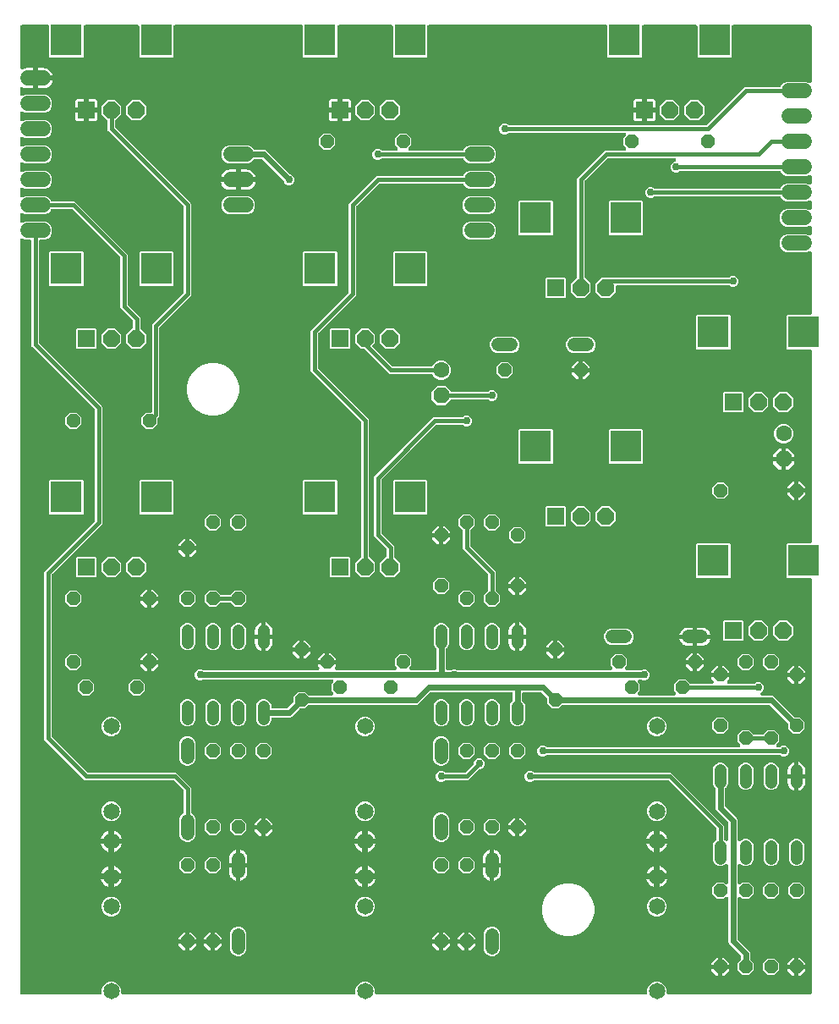
<source format=gbr>
G04 EAGLE Gerber RS-274X export*
G75*
%MOMM*%
%FSLAX34Y34*%
%LPD*%
%INBottom Copper*%
%IPPOS*%
%AMOC8*
5,1,8,0,0,1.08239X$1,22.5*%
G01*
%ADD10R,1.676400X1.676400*%
%ADD11P,1.814519X8X292.500000*%
%ADD12R,3.116000X3.116000*%
%ADD13P,1.429621X8X202.500000*%
%ADD14C,1.650000*%
%ADD15C,1.524000*%
%ADD16P,1.732040X8X292.500000*%
%ADD17C,1.600200*%
%ADD18C,1.208000*%
%ADD19P,1.429621X8X292.500000*%
%ADD20P,1.429621X8X112.500000*%
%ADD21P,1.429621X8X22.500000*%
%ADD22C,1.320800*%
%ADD23C,0.406400*%
%ADD24C,0.756400*%
%ADD25C,0.609600*%

G36*
X89812Y10163D02*
X89812Y10163D01*
X89830Y10161D01*
X90012Y10182D01*
X90195Y10201D01*
X90212Y10206D01*
X90229Y10208D01*
X90404Y10265D01*
X90580Y10319D01*
X90595Y10327D01*
X90612Y10333D01*
X90772Y10423D01*
X90934Y10511D01*
X90947Y10522D01*
X90963Y10531D01*
X91102Y10651D01*
X91243Y10768D01*
X91254Y10782D01*
X91268Y10794D01*
X91380Y10939D01*
X91495Y11082D01*
X91503Y11098D01*
X91514Y11112D01*
X91596Y11277D01*
X91681Y11439D01*
X91686Y11456D01*
X91694Y11472D01*
X91741Y11651D01*
X91792Y11826D01*
X91794Y11844D01*
X91798Y11861D01*
X91825Y12192D01*
X91825Y15444D01*
X93313Y19037D01*
X96063Y21787D01*
X97800Y22506D01*
X99656Y23275D01*
X103544Y23275D01*
X107137Y21787D01*
X109887Y19037D01*
X111375Y15444D01*
X111375Y12192D01*
X111377Y12174D01*
X111375Y12156D01*
X111396Y11974D01*
X111415Y11791D01*
X111420Y11774D01*
X111422Y11757D01*
X111479Y11582D01*
X111533Y11406D01*
X111541Y11391D01*
X111547Y11374D01*
X111637Y11214D01*
X111725Y11052D01*
X111736Y11039D01*
X111745Y11023D01*
X111865Y10884D01*
X111982Y10743D01*
X111996Y10732D01*
X112008Y10718D01*
X112153Y10606D01*
X112296Y10491D01*
X112312Y10483D01*
X112326Y10472D01*
X112491Y10390D01*
X112653Y10305D01*
X112670Y10300D01*
X112686Y10292D01*
X112865Y10245D01*
X113040Y10194D01*
X113058Y10192D01*
X113075Y10188D01*
X113406Y10161D01*
X343794Y10161D01*
X343812Y10163D01*
X343830Y10161D01*
X344012Y10182D01*
X344195Y10201D01*
X344212Y10206D01*
X344229Y10208D01*
X344404Y10265D01*
X344580Y10319D01*
X344595Y10327D01*
X344612Y10333D01*
X344772Y10423D01*
X344934Y10511D01*
X344947Y10522D01*
X344963Y10531D01*
X345102Y10651D01*
X345243Y10768D01*
X345254Y10782D01*
X345268Y10794D01*
X345380Y10939D01*
X345495Y11082D01*
X345503Y11098D01*
X345514Y11112D01*
X345596Y11277D01*
X345681Y11439D01*
X345686Y11456D01*
X345694Y11472D01*
X345741Y11651D01*
X345792Y11826D01*
X345794Y11844D01*
X345798Y11861D01*
X345825Y12192D01*
X345825Y15444D01*
X347313Y19037D01*
X350063Y21787D01*
X351800Y22506D01*
X353656Y23275D01*
X357544Y23275D01*
X361137Y21787D01*
X363887Y19037D01*
X365375Y15444D01*
X365375Y12192D01*
X365377Y12174D01*
X365375Y12156D01*
X365396Y11974D01*
X365415Y11791D01*
X365420Y11774D01*
X365422Y11757D01*
X365479Y11582D01*
X365533Y11406D01*
X365541Y11391D01*
X365547Y11374D01*
X365637Y11214D01*
X365725Y11052D01*
X365736Y11039D01*
X365745Y11023D01*
X365865Y10884D01*
X365982Y10743D01*
X365996Y10732D01*
X366008Y10718D01*
X366153Y10606D01*
X366296Y10491D01*
X366312Y10483D01*
X366326Y10472D01*
X366491Y10390D01*
X366653Y10305D01*
X366670Y10300D01*
X366686Y10292D01*
X366865Y10245D01*
X367040Y10194D01*
X367058Y10192D01*
X367075Y10188D01*
X367406Y10161D01*
X635894Y10161D01*
X635912Y10163D01*
X635930Y10161D01*
X636112Y10182D01*
X636295Y10201D01*
X636312Y10206D01*
X636329Y10208D01*
X636504Y10265D01*
X636680Y10319D01*
X636695Y10327D01*
X636712Y10333D01*
X636872Y10423D01*
X637034Y10511D01*
X637047Y10522D01*
X637063Y10531D01*
X637202Y10651D01*
X637343Y10768D01*
X637354Y10782D01*
X637368Y10794D01*
X637480Y10939D01*
X637595Y11082D01*
X637603Y11098D01*
X637614Y11112D01*
X637696Y11277D01*
X637781Y11439D01*
X637786Y11456D01*
X637794Y11472D01*
X637841Y11651D01*
X637892Y11826D01*
X637894Y11844D01*
X637898Y11861D01*
X637925Y12192D01*
X637925Y15444D01*
X639413Y19037D01*
X642163Y21787D01*
X643900Y22506D01*
X645756Y23275D01*
X649644Y23275D01*
X653237Y21787D01*
X655987Y19037D01*
X657475Y15444D01*
X657475Y12192D01*
X657477Y12174D01*
X657475Y12156D01*
X657496Y11974D01*
X657515Y11791D01*
X657520Y11774D01*
X657522Y11757D01*
X657579Y11582D01*
X657633Y11406D01*
X657641Y11391D01*
X657647Y11374D01*
X657737Y11214D01*
X657825Y11052D01*
X657836Y11039D01*
X657845Y11023D01*
X657965Y10884D01*
X658082Y10743D01*
X658096Y10732D01*
X658108Y10718D01*
X658253Y10606D01*
X658396Y10491D01*
X658412Y10483D01*
X658426Y10472D01*
X658591Y10390D01*
X658753Y10305D01*
X658770Y10300D01*
X658786Y10292D01*
X658965Y10245D01*
X659140Y10194D01*
X659158Y10192D01*
X659175Y10188D01*
X659506Y10161D01*
X800608Y10161D01*
X800626Y10163D01*
X800644Y10161D01*
X800826Y10182D01*
X801009Y10201D01*
X801026Y10206D01*
X801043Y10208D01*
X801218Y10265D01*
X801394Y10319D01*
X801409Y10327D01*
X801426Y10333D01*
X801586Y10423D01*
X801748Y10511D01*
X801761Y10522D01*
X801777Y10531D01*
X801916Y10651D01*
X802057Y10768D01*
X802068Y10782D01*
X802082Y10794D01*
X802194Y10939D01*
X802309Y11082D01*
X802317Y11098D01*
X802328Y11112D01*
X802410Y11277D01*
X802495Y11439D01*
X802500Y11456D01*
X802508Y11472D01*
X802555Y11651D01*
X802606Y11826D01*
X802608Y11844D01*
X802612Y11861D01*
X802639Y12192D01*
X802639Y425364D01*
X802637Y425382D01*
X802639Y425400D01*
X802618Y425582D01*
X802599Y425765D01*
X802594Y425782D01*
X802592Y425799D01*
X802535Y425974D01*
X802481Y426150D01*
X802473Y426165D01*
X802467Y426182D01*
X802377Y426342D01*
X802289Y426504D01*
X802278Y426517D01*
X802269Y426533D01*
X802149Y426672D01*
X802032Y426813D01*
X802018Y426824D01*
X802006Y426838D01*
X801861Y426950D01*
X801718Y427065D01*
X801702Y427073D01*
X801688Y427084D01*
X801523Y427166D01*
X801361Y427251D01*
X801344Y427256D01*
X801328Y427264D01*
X801149Y427311D01*
X800974Y427362D01*
X800956Y427364D01*
X800939Y427368D01*
X800608Y427395D01*
X778088Y427395D01*
X777195Y428288D01*
X777195Y460712D01*
X778088Y461605D01*
X800608Y461605D01*
X800626Y461607D01*
X800644Y461605D01*
X800826Y461626D01*
X801009Y461645D01*
X801026Y461650D01*
X801043Y461652D01*
X801218Y461709D01*
X801394Y461763D01*
X801409Y461771D01*
X801426Y461777D01*
X801586Y461867D01*
X801748Y461955D01*
X801761Y461966D01*
X801777Y461975D01*
X801916Y462095D01*
X802057Y462212D01*
X802068Y462226D01*
X802082Y462238D01*
X802194Y462383D01*
X802309Y462526D01*
X802317Y462542D01*
X802328Y462556D01*
X802410Y462721D01*
X802495Y462883D01*
X802500Y462900D01*
X802508Y462916D01*
X802555Y463095D01*
X802606Y463270D01*
X802608Y463288D01*
X802612Y463305D01*
X802639Y463636D01*
X802639Y653964D01*
X802637Y653982D01*
X802639Y654000D01*
X802618Y654182D01*
X802599Y654365D01*
X802594Y654382D01*
X802592Y654399D01*
X802535Y654574D01*
X802481Y654750D01*
X802473Y654765D01*
X802467Y654782D01*
X802377Y654942D01*
X802289Y655104D01*
X802278Y655117D01*
X802269Y655133D01*
X802149Y655272D01*
X802032Y655413D01*
X802018Y655424D01*
X802006Y655438D01*
X801861Y655550D01*
X801718Y655665D01*
X801702Y655673D01*
X801688Y655684D01*
X801523Y655766D01*
X801361Y655851D01*
X801344Y655856D01*
X801328Y655864D01*
X801149Y655911D01*
X800974Y655962D01*
X800956Y655964D01*
X800939Y655968D01*
X800608Y655995D01*
X778088Y655995D01*
X777195Y656888D01*
X777195Y689312D01*
X778088Y690205D01*
X800608Y690205D01*
X800626Y690207D01*
X800644Y690205D01*
X800826Y690226D01*
X801009Y690245D01*
X801026Y690250D01*
X801043Y690252D01*
X801218Y690309D01*
X801394Y690363D01*
X801409Y690371D01*
X801426Y690377D01*
X801586Y690467D01*
X801748Y690555D01*
X801761Y690566D01*
X801777Y690575D01*
X801916Y690695D01*
X802057Y690812D01*
X802068Y690826D01*
X802082Y690838D01*
X802194Y690983D01*
X802309Y691126D01*
X802317Y691142D01*
X802328Y691156D01*
X802410Y691321D01*
X802495Y691483D01*
X802500Y691500D01*
X802508Y691516D01*
X802555Y691695D01*
X802606Y691870D01*
X802608Y691888D01*
X802612Y691905D01*
X802639Y692236D01*
X802639Y752218D01*
X802638Y752231D01*
X802639Y752245D01*
X802618Y752429D01*
X802599Y752618D01*
X802595Y752631D01*
X802594Y752645D01*
X802536Y752824D01*
X802481Y753003D01*
X802475Y753015D01*
X802471Y753028D01*
X802379Y753193D01*
X802289Y753357D01*
X802281Y753368D01*
X802274Y753379D01*
X802152Y753523D01*
X802032Y753667D01*
X802021Y753675D01*
X802013Y753685D01*
X801864Y753802D01*
X801718Y753919D01*
X801706Y753925D01*
X801696Y753933D01*
X801526Y754018D01*
X801361Y754105D01*
X801348Y754108D01*
X801336Y754114D01*
X801153Y754164D01*
X800974Y754216D01*
X800960Y754217D01*
X800947Y754221D01*
X800759Y754233D01*
X800572Y754249D01*
X800559Y754247D01*
X800546Y754248D01*
X800358Y754224D01*
X800173Y754202D01*
X800160Y754198D01*
X800147Y754196D01*
X799831Y754094D01*
X796839Y752855D01*
X777961Y752855D01*
X774600Y754247D01*
X772027Y756820D01*
X770635Y760181D01*
X770635Y763819D01*
X772027Y767180D01*
X774600Y769753D01*
X777961Y771145D01*
X796839Y771145D01*
X799831Y769906D01*
X799844Y769902D01*
X799855Y769895D01*
X800035Y769844D01*
X800216Y769789D01*
X800229Y769788D01*
X800242Y769784D01*
X800430Y769769D01*
X800617Y769751D01*
X800630Y769752D01*
X800644Y769751D01*
X800830Y769773D01*
X801017Y769793D01*
X801030Y769797D01*
X801043Y769798D01*
X801222Y769856D01*
X801402Y769912D01*
X801413Y769919D01*
X801426Y769923D01*
X801590Y770015D01*
X801755Y770106D01*
X801765Y770114D01*
X801777Y770121D01*
X801919Y770243D01*
X802063Y770365D01*
X802071Y770375D01*
X802082Y770384D01*
X802196Y770532D01*
X802314Y770680D01*
X802320Y770692D01*
X802328Y770702D01*
X802412Y770870D01*
X802498Y771038D01*
X802502Y771051D01*
X802508Y771063D01*
X802557Y771245D01*
X802608Y771425D01*
X802609Y771438D01*
X802612Y771451D01*
X802639Y771782D01*
X802639Y777618D01*
X802638Y777631D01*
X802639Y777645D01*
X802618Y777831D01*
X802599Y778018D01*
X802595Y778031D01*
X802594Y778045D01*
X802536Y778224D01*
X802481Y778403D01*
X802475Y778415D01*
X802471Y778428D01*
X802379Y778593D01*
X802289Y778757D01*
X802281Y778768D01*
X802274Y778779D01*
X802152Y778923D01*
X802032Y779067D01*
X802021Y779075D01*
X802013Y779085D01*
X801864Y779202D01*
X801718Y779319D01*
X801706Y779325D01*
X801696Y779333D01*
X801526Y779418D01*
X801361Y779505D01*
X801348Y779508D01*
X801336Y779514D01*
X801153Y779564D01*
X800974Y779616D01*
X800960Y779617D01*
X800947Y779621D01*
X800759Y779633D01*
X800572Y779649D01*
X800559Y779647D01*
X800546Y779648D01*
X800358Y779624D01*
X800173Y779602D01*
X800160Y779598D01*
X800147Y779596D01*
X799831Y779494D01*
X796839Y778255D01*
X777961Y778255D01*
X774600Y779647D01*
X772027Y782220D01*
X770635Y785581D01*
X770635Y789219D01*
X772027Y792580D01*
X774600Y795153D01*
X777961Y796545D01*
X796839Y796545D01*
X799831Y795306D01*
X799844Y795302D01*
X799855Y795295D01*
X800035Y795244D01*
X800216Y795189D01*
X800229Y795188D01*
X800242Y795184D01*
X800430Y795169D01*
X800617Y795151D01*
X800630Y795152D01*
X800644Y795151D01*
X800830Y795173D01*
X801017Y795193D01*
X801030Y795197D01*
X801043Y795198D01*
X801222Y795256D01*
X801402Y795312D01*
X801413Y795319D01*
X801426Y795323D01*
X801590Y795415D01*
X801755Y795506D01*
X801765Y795514D01*
X801777Y795521D01*
X801919Y795643D01*
X802063Y795765D01*
X802071Y795775D01*
X802082Y795784D01*
X802196Y795932D01*
X802314Y796080D01*
X802320Y796092D01*
X802328Y796102D01*
X802412Y796270D01*
X802498Y796438D01*
X802502Y796451D01*
X802508Y796463D01*
X802557Y796645D01*
X802608Y796825D01*
X802609Y796838D01*
X802612Y796851D01*
X802639Y797182D01*
X802639Y803018D01*
X802638Y803031D01*
X802639Y803045D01*
X802618Y803231D01*
X802599Y803418D01*
X802595Y803431D01*
X802594Y803445D01*
X802536Y803624D01*
X802481Y803803D01*
X802475Y803815D01*
X802471Y803828D01*
X802379Y803993D01*
X802289Y804157D01*
X802281Y804168D01*
X802274Y804179D01*
X802152Y804323D01*
X802032Y804467D01*
X802021Y804475D01*
X802013Y804485D01*
X801864Y804602D01*
X801718Y804719D01*
X801706Y804725D01*
X801696Y804733D01*
X801526Y804818D01*
X801361Y804905D01*
X801348Y804908D01*
X801336Y804914D01*
X801153Y804964D01*
X800974Y805016D01*
X800960Y805017D01*
X800947Y805021D01*
X800759Y805033D01*
X800572Y805049D01*
X800559Y805047D01*
X800546Y805048D01*
X800358Y805024D01*
X800173Y805002D01*
X800160Y804998D01*
X800147Y804996D01*
X799831Y804894D01*
X796839Y803655D01*
X777961Y803655D01*
X774600Y805047D01*
X772027Y807620D01*
X771874Y807989D01*
X771864Y808009D01*
X771857Y808030D01*
X771769Y808186D01*
X771684Y808344D01*
X771670Y808361D01*
X771659Y808381D01*
X771542Y808516D01*
X771428Y808655D01*
X771411Y808669D01*
X771396Y808686D01*
X771255Y808795D01*
X771115Y808908D01*
X771095Y808919D01*
X771078Y808932D01*
X770918Y809012D01*
X770759Y809095D01*
X770737Y809102D01*
X770717Y809112D01*
X770544Y809158D01*
X770372Y809208D01*
X770350Y809210D01*
X770329Y809216D01*
X769998Y809243D01*
X646140Y809243D01*
X646113Y809241D01*
X646086Y809243D01*
X645912Y809221D01*
X645739Y809203D01*
X645713Y809196D01*
X645687Y809192D01*
X645521Y809137D01*
X645354Y809085D01*
X645330Y809072D01*
X645305Y809064D01*
X645153Y808977D01*
X645000Y808893D01*
X644979Y808876D01*
X644956Y808863D01*
X644703Y808648D01*
X644356Y808301D01*
X644315Y808284D01*
X644314Y808284D01*
X642406Y807493D01*
X640294Y807493D01*
X638344Y808301D01*
X636851Y809794D01*
X636043Y811744D01*
X636043Y813856D01*
X636851Y815806D01*
X638344Y817299D01*
X640294Y818107D01*
X642406Y818107D01*
X644356Y817299D01*
X644703Y816952D01*
X644724Y816935D01*
X644741Y816914D01*
X644879Y816807D01*
X645015Y816697D01*
X645038Y816684D01*
X645059Y816668D01*
X645216Y816590D01*
X645370Y816508D01*
X645396Y816500D01*
X645420Y816488D01*
X645589Y816443D01*
X645756Y816393D01*
X645783Y816391D01*
X645809Y816384D01*
X646140Y816357D01*
X769998Y816357D01*
X770020Y816359D01*
X770042Y816357D01*
X770220Y816379D01*
X770398Y816397D01*
X770420Y816403D01*
X770442Y816406D01*
X770612Y816462D01*
X770783Y816515D01*
X770803Y816525D01*
X770824Y816532D01*
X770980Y816621D01*
X771137Y816707D01*
X771155Y816721D01*
X771174Y816732D01*
X771309Y816850D01*
X771447Y816964D01*
X771461Y816982D01*
X771477Y816996D01*
X771587Y817139D01*
X771699Y817278D01*
X771709Y817298D01*
X771723Y817316D01*
X771874Y817611D01*
X772027Y817980D01*
X774600Y820553D01*
X775167Y820787D01*
X775167Y820788D01*
X777961Y821945D01*
X796839Y821945D01*
X799831Y820706D01*
X799844Y820702D01*
X799855Y820695D01*
X800035Y820644D01*
X800216Y820589D01*
X800229Y820588D01*
X800242Y820584D01*
X800430Y820569D01*
X800617Y820551D01*
X800630Y820552D01*
X800644Y820551D01*
X800830Y820573D01*
X801017Y820593D01*
X801030Y820597D01*
X801043Y820598D01*
X801222Y820656D01*
X801402Y820712D01*
X801413Y820719D01*
X801426Y820723D01*
X801590Y820815D01*
X801755Y820906D01*
X801765Y820914D01*
X801777Y820921D01*
X801919Y821043D01*
X802063Y821165D01*
X802071Y821175D01*
X802082Y821184D01*
X802196Y821332D01*
X802314Y821480D01*
X802320Y821492D01*
X802328Y821502D01*
X802412Y821670D01*
X802498Y821838D01*
X802502Y821851D01*
X802508Y821863D01*
X802557Y822045D01*
X802608Y822225D01*
X802609Y822238D01*
X802612Y822251D01*
X802639Y822582D01*
X802639Y828418D01*
X802638Y828431D01*
X802639Y828445D01*
X802618Y828630D01*
X802599Y828818D01*
X802595Y828831D01*
X802594Y828845D01*
X802536Y829024D01*
X802481Y829203D01*
X802475Y829215D01*
X802471Y829228D01*
X802379Y829393D01*
X802289Y829557D01*
X802281Y829568D01*
X802274Y829579D01*
X802152Y829723D01*
X802032Y829867D01*
X802021Y829875D01*
X802013Y829885D01*
X801864Y830002D01*
X801718Y830119D01*
X801706Y830125D01*
X801696Y830133D01*
X801526Y830218D01*
X801361Y830305D01*
X801348Y830308D01*
X801336Y830314D01*
X801153Y830364D01*
X800974Y830416D01*
X800960Y830417D01*
X800947Y830421D01*
X800759Y830433D01*
X800572Y830449D01*
X800559Y830447D01*
X800546Y830448D01*
X800358Y830424D01*
X800173Y830402D01*
X800160Y830398D01*
X800147Y830396D01*
X799831Y830294D01*
X796839Y829055D01*
X777961Y829055D01*
X774600Y830447D01*
X772027Y833020D01*
X771874Y833389D01*
X771864Y833409D01*
X771857Y833430D01*
X771769Y833586D01*
X771684Y833744D01*
X771670Y833761D01*
X771659Y833781D01*
X771542Y833917D01*
X771428Y834055D01*
X771411Y834069D01*
X771396Y834086D01*
X771255Y834195D01*
X771115Y834308D01*
X771095Y834319D01*
X771078Y834332D01*
X770918Y834412D01*
X770759Y834495D01*
X770737Y834502D01*
X770717Y834512D01*
X770544Y834558D01*
X770372Y834608D01*
X770350Y834610D01*
X770329Y834616D01*
X769998Y834643D01*
X671540Y834643D01*
X671513Y834641D01*
X671486Y834643D01*
X671312Y834621D01*
X671139Y834603D01*
X671113Y834596D01*
X671087Y834592D01*
X670921Y834537D01*
X670754Y834485D01*
X670730Y834472D01*
X670705Y834464D01*
X670553Y834377D01*
X670400Y834293D01*
X670379Y834276D01*
X670356Y834263D01*
X670103Y834048D01*
X669756Y833701D01*
X667806Y832893D01*
X665694Y832893D01*
X663744Y833701D01*
X662251Y835194D01*
X661443Y837144D01*
X661443Y839256D01*
X662251Y841206D01*
X663744Y842699D01*
X665522Y843435D01*
X665526Y843438D01*
X665530Y843439D01*
X665702Y843532D01*
X665877Y843626D01*
X665881Y843628D01*
X665884Y843631D01*
X666035Y843756D01*
X666187Y843882D01*
X666190Y843885D01*
X666194Y843888D01*
X666317Y844041D01*
X666441Y844195D01*
X666443Y844199D01*
X666446Y844202D01*
X666536Y844375D01*
X666628Y844551D01*
X666630Y844555D01*
X666632Y844559D01*
X666686Y844747D01*
X666741Y844938D01*
X666742Y844942D01*
X666743Y844946D01*
X666759Y845144D01*
X666776Y845339D01*
X666775Y845343D01*
X666776Y845348D01*
X666753Y845538D01*
X666731Y845739D01*
X666729Y845743D01*
X666729Y845747D01*
X666668Y845933D01*
X666608Y846122D01*
X666605Y846126D01*
X666604Y846130D01*
X666508Y846300D01*
X666411Y846474D01*
X666408Y846477D01*
X666406Y846481D01*
X666278Y846629D01*
X666149Y846779D01*
X666146Y846782D01*
X666143Y846786D01*
X665988Y846906D01*
X665832Y847028D01*
X665828Y847030D01*
X665825Y847032D01*
X665649Y847120D01*
X665473Y847208D01*
X665468Y847210D01*
X665464Y847212D01*
X665273Y847263D01*
X665084Y847315D01*
X665080Y847315D01*
X665076Y847316D01*
X664745Y847343D01*
X599215Y847343D01*
X599188Y847341D01*
X599161Y847343D01*
X598987Y847321D01*
X598814Y847303D01*
X598789Y847296D01*
X598762Y847292D01*
X598596Y847237D01*
X598429Y847185D01*
X598406Y847172D01*
X598380Y847164D01*
X598229Y847077D01*
X598075Y846993D01*
X598055Y846976D01*
X598031Y846963D01*
X597778Y846748D01*
X575652Y824622D01*
X575635Y824601D01*
X575614Y824583D01*
X575507Y824446D01*
X575397Y824310D01*
X575384Y824287D01*
X575368Y824265D01*
X575290Y824108D01*
X575208Y823954D01*
X575200Y823929D01*
X575188Y823905D01*
X575143Y823735D01*
X575093Y823569D01*
X575091Y823542D01*
X575084Y823516D01*
X575057Y823185D01*
X575057Y728695D01*
X575059Y728668D01*
X575057Y728642D01*
X575079Y728468D01*
X575097Y728294D01*
X575104Y728269D01*
X575108Y728242D01*
X575163Y728076D01*
X575215Y727909D01*
X575228Y727886D01*
X575236Y727860D01*
X575324Y727708D01*
X575407Y727555D01*
X575424Y727535D01*
X575437Y727512D01*
X575652Y727259D01*
X581407Y721503D01*
X581407Y713297D01*
X575603Y707493D01*
X567397Y707493D01*
X561593Y713297D01*
X561593Y721503D01*
X567348Y727259D01*
X567365Y727279D01*
X567386Y727297D01*
X567493Y727435D01*
X567603Y727570D01*
X567616Y727594D01*
X567632Y727615D01*
X567710Y727772D01*
X567792Y727926D01*
X567800Y727951D01*
X567812Y727975D01*
X567857Y728145D01*
X567907Y728312D01*
X567909Y728338D01*
X567916Y728364D01*
X567943Y728695D01*
X567943Y826973D01*
X595427Y854457D01*
X615044Y854457D01*
X615052Y854458D01*
X615061Y854457D01*
X615253Y854478D01*
X615444Y854497D01*
X615453Y854499D01*
X615462Y854500D01*
X615644Y854558D01*
X615829Y854615D01*
X615837Y854619D01*
X615846Y854622D01*
X616014Y854715D01*
X616183Y854807D01*
X616190Y854812D01*
X616198Y854817D01*
X616345Y854941D01*
X616492Y855064D01*
X616498Y855071D01*
X616505Y855077D01*
X616624Y855228D01*
X616745Y855378D01*
X616749Y855386D01*
X616754Y855393D01*
X616842Y855566D01*
X616930Y855735D01*
X616933Y855744D01*
X616937Y855752D01*
X616989Y855938D01*
X617042Y856122D01*
X617042Y856131D01*
X617045Y856140D01*
X617059Y856333D01*
X617075Y856524D01*
X617074Y856532D01*
X617074Y856541D01*
X617050Y856734D01*
X617028Y856923D01*
X617025Y856932D01*
X617024Y856941D01*
X616962Y857124D01*
X616903Y857306D01*
X616898Y857314D01*
X616896Y857322D01*
X616802Y857485D01*
X616705Y857657D01*
X616699Y857664D01*
X616695Y857671D01*
X616480Y857924D01*
X614171Y860233D01*
X614171Y866967D01*
X616480Y869276D01*
X616486Y869283D01*
X616492Y869288D01*
X616613Y869438D01*
X616735Y869587D01*
X616739Y869595D01*
X616745Y869602D01*
X616833Y869772D01*
X616924Y869943D01*
X616926Y869952D01*
X616930Y869959D01*
X616983Y870144D01*
X617038Y870329D01*
X617039Y870338D01*
X617042Y870346D01*
X617057Y870537D01*
X617075Y870730D01*
X617074Y870739D01*
X617075Y870748D01*
X617052Y870937D01*
X617031Y871130D01*
X617029Y871139D01*
X617028Y871147D01*
X616968Y871329D01*
X616910Y871514D01*
X616906Y871522D01*
X616903Y871530D01*
X616808Y871699D01*
X616715Y871866D01*
X616709Y871873D01*
X616705Y871881D01*
X616579Y872027D01*
X616455Y872173D01*
X616448Y872179D01*
X616442Y872186D01*
X616290Y872303D01*
X616139Y872423D01*
X616131Y872427D01*
X616124Y872432D01*
X615952Y872518D01*
X615780Y872605D01*
X615771Y872608D01*
X615763Y872612D01*
X615577Y872662D01*
X615392Y872713D01*
X615383Y872714D01*
X615374Y872716D01*
X615044Y872743D01*
X500090Y872743D01*
X500063Y872741D01*
X500036Y872743D01*
X499862Y872721D01*
X499689Y872703D01*
X499663Y872696D01*
X499637Y872692D01*
X499471Y872637D01*
X499304Y872585D01*
X499280Y872572D01*
X499255Y872564D01*
X499103Y872477D01*
X498950Y872393D01*
X498929Y872376D01*
X498906Y872363D01*
X498653Y872148D01*
X498306Y871801D01*
X496982Y871253D01*
X496356Y870993D01*
X494244Y870993D01*
X492294Y871801D01*
X490801Y873294D01*
X489993Y875244D01*
X489993Y877356D01*
X490801Y879306D01*
X492294Y880799D01*
X494244Y881607D01*
X496356Y881607D01*
X498306Y880799D01*
X498653Y880452D01*
X498674Y880435D01*
X498691Y880414D01*
X498829Y880307D01*
X498965Y880197D01*
X498988Y880184D01*
X499009Y880168D01*
X499166Y880090D01*
X499320Y880008D01*
X499346Y880000D01*
X499370Y879988D01*
X499539Y879943D01*
X499706Y879893D01*
X499733Y879891D01*
X499759Y879884D01*
X500090Y879857D01*
X696185Y879857D01*
X696212Y879859D01*
X696239Y879857D01*
X696413Y879879D01*
X696586Y879897D01*
X696611Y879904D01*
X696638Y879908D01*
X696804Y879963D01*
X696971Y880015D01*
X696994Y880028D01*
X697020Y880036D01*
X697171Y880123D01*
X697325Y880207D01*
X697345Y880224D01*
X697369Y880237D01*
X697622Y880452D01*
X735127Y917957D01*
X769998Y917957D01*
X770020Y917959D01*
X770042Y917957D01*
X770220Y917979D01*
X770398Y917997D01*
X770420Y918003D01*
X770442Y918006D01*
X770612Y918062D01*
X770783Y918115D01*
X770803Y918125D01*
X770824Y918132D01*
X770980Y918221D01*
X771137Y918307D01*
X771155Y918321D01*
X771174Y918332D01*
X771309Y918450D01*
X771447Y918564D01*
X771461Y918582D01*
X771477Y918596D01*
X771587Y918739D01*
X771699Y918878D01*
X771709Y918898D01*
X771723Y918916D01*
X771874Y919211D01*
X772027Y919580D01*
X774600Y922153D01*
X777961Y923545D01*
X796839Y923545D01*
X799831Y922306D01*
X799844Y922302D01*
X799855Y922296D01*
X800036Y922244D01*
X800216Y922189D01*
X800229Y922188D01*
X800242Y922184D01*
X800430Y922169D01*
X800617Y922151D01*
X800630Y922152D01*
X800644Y922151D01*
X800831Y922173D01*
X801017Y922193D01*
X801030Y922197D01*
X801043Y922198D01*
X801223Y922257D01*
X801402Y922312D01*
X801413Y922319D01*
X801426Y922323D01*
X801591Y922416D01*
X801755Y922506D01*
X801765Y922514D01*
X801777Y922521D01*
X801919Y922644D01*
X802063Y922765D01*
X802071Y922775D01*
X802082Y922784D01*
X802197Y922933D01*
X802314Y923080D01*
X802320Y923092D01*
X802328Y923102D01*
X802412Y923271D01*
X802498Y923438D01*
X802502Y923451D01*
X802508Y923463D01*
X802557Y923646D01*
X802608Y923825D01*
X802609Y923838D01*
X802612Y923851D01*
X802639Y924182D01*
X802639Y978408D01*
X802637Y978426D01*
X802639Y978444D01*
X802618Y978626D01*
X802599Y978809D01*
X802594Y978826D01*
X802592Y978843D01*
X802535Y979018D01*
X802481Y979194D01*
X802473Y979209D01*
X802467Y979226D01*
X802377Y979386D01*
X802289Y979548D01*
X802278Y979561D01*
X802269Y979577D01*
X802149Y979716D01*
X802032Y979857D01*
X802018Y979868D01*
X802006Y979882D01*
X801861Y979994D01*
X801718Y980109D01*
X801702Y980117D01*
X801688Y980128D01*
X801523Y980210D01*
X801361Y980295D01*
X801344Y980300D01*
X801328Y980308D01*
X801149Y980355D01*
X800974Y980406D01*
X800956Y980408D01*
X800939Y980412D01*
X800608Y980439D01*
X724536Y980439D01*
X724518Y980437D01*
X724500Y980439D01*
X724318Y980418D01*
X724135Y980399D01*
X724118Y980394D01*
X724101Y980392D01*
X723926Y980335D01*
X723750Y980281D01*
X723735Y980273D01*
X723718Y980267D01*
X723558Y980177D01*
X723396Y980089D01*
X723383Y980078D01*
X723367Y980069D01*
X723228Y979949D01*
X723087Y979832D01*
X723076Y979818D01*
X723062Y979806D01*
X722950Y979661D01*
X722835Y979518D01*
X722827Y979502D01*
X722816Y979488D01*
X722734Y979323D01*
X722649Y979161D01*
X722644Y979144D01*
X722636Y979128D01*
X722589Y978949D01*
X722538Y978774D01*
X722536Y978756D01*
X722532Y978739D01*
X722505Y978408D01*
X722505Y948988D01*
X721612Y948095D01*
X689188Y948095D01*
X688295Y948988D01*
X688295Y978408D01*
X688293Y978426D01*
X688295Y978444D01*
X688274Y978626D01*
X688255Y978809D01*
X688250Y978826D01*
X688248Y978843D01*
X688191Y979018D01*
X688137Y979194D01*
X688129Y979209D01*
X688123Y979226D01*
X688033Y979386D01*
X687945Y979548D01*
X687934Y979561D01*
X687925Y979577D01*
X687805Y979716D01*
X687688Y979857D01*
X687674Y979868D01*
X687662Y979882D01*
X687517Y979994D01*
X687374Y980109D01*
X687358Y980117D01*
X687344Y980128D01*
X687179Y980210D01*
X687017Y980295D01*
X687000Y980300D01*
X686984Y980308D01*
X686805Y980355D01*
X686630Y980406D01*
X686612Y980408D01*
X686595Y980412D01*
X686264Y980439D01*
X634536Y980439D01*
X634518Y980437D01*
X634500Y980439D01*
X634318Y980418D01*
X634135Y980399D01*
X634118Y980394D01*
X634101Y980392D01*
X633926Y980335D01*
X633750Y980281D01*
X633735Y980273D01*
X633718Y980267D01*
X633558Y980177D01*
X633396Y980089D01*
X633383Y980078D01*
X633367Y980069D01*
X633228Y979949D01*
X633087Y979832D01*
X633076Y979818D01*
X633062Y979806D01*
X632950Y979661D01*
X632835Y979518D01*
X632827Y979502D01*
X632816Y979488D01*
X632734Y979323D01*
X632649Y979161D01*
X632644Y979144D01*
X632636Y979128D01*
X632589Y978949D01*
X632538Y978774D01*
X632536Y978756D01*
X632532Y978739D01*
X632505Y978408D01*
X632505Y948988D01*
X631612Y948095D01*
X599188Y948095D01*
X598295Y948988D01*
X598295Y978408D01*
X598293Y978426D01*
X598295Y978444D01*
X598274Y978626D01*
X598255Y978809D01*
X598250Y978826D01*
X598248Y978843D01*
X598191Y979018D01*
X598137Y979194D01*
X598129Y979209D01*
X598123Y979226D01*
X598033Y979386D01*
X597945Y979548D01*
X597934Y979561D01*
X597925Y979577D01*
X597805Y979716D01*
X597688Y979857D01*
X597674Y979868D01*
X597662Y979882D01*
X597517Y979994D01*
X597374Y980109D01*
X597358Y980117D01*
X597344Y980128D01*
X597179Y980210D01*
X597017Y980295D01*
X597000Y980300D01*
X596984Y980308D01*
X596805Y980355D01*
X596630Y980406D01*
X596612Y980408D01*
X596595Y980412D01*
X596264Y980439D01*
X419736Y980439D01*
X419718Y980437D01*
X419700Y980439D01*
X419518Y980418D01*
X419335Y980399D01*
X419318Y980394D01*
X419301Y980392D01*
X419126Y980335D01*
X418950Y980281D01*
X418935Y980273D01*
X418918Y980267D01*
X418758Y980177D01*
X418596Y980089D01*
X418583Y980078D01*
X418567Y980069D01*
X418428Y979949D01*
X418287Y979832D01*
X418276Y979818D01*
X418262Y979806D01*
X418150Y979661D01*
X418035Y979518D01*
X418027Y979502D01*
X418016Y979488D01*
X417934Y979323D01*
X417849Y979161D01*
X417844Y979144D01*
X417836Y979128D01*
X417789Y978949D01*
X417738Y978774D01*
X417736Y978756D01*
X417732Y978739D01*
X417705Y978408D01*
X417705Y948988D01*
X416812Y948095D01*
X384388Y948095D01*
X383495Y948988D01*
X383495Y978408D01*
X383493Y978426D01*
X383495Y978444D01*
X383474Y978626D01*
X383455Y978809D01*
X383450Y978826D01*
X383448Y978843D01*
X383391Y979018D01*
X383337Y979194D01*
X383329Y979209D01*
X383323Y979226D01*
X383233Y979386D01*
X383145Y979548D01*
X383134Y979561D01*
X383125Y979577D01*
X383005Y979716D01*
X382888Y979857D01*
X382874Y979868D01*
X382862Y979882D01*
X382717Y979994D01*
X382574Y980109D01*
X382558Y980117D01*
X382544Y980128D01*
X382379Y980210D01*
X382217Y980295D01*
X382200Y980300D01*
X382184Y980308D01*
X382005Y980355D01*
X381830Y980406D01*
X381812Y980408D01*
X381795Y980412D01*
X381464Y980439D01*
X329736Y980439D01*
X329718Y980437D01*
X329700Y980439D01*
X329518Y980418D01*
X329335Y980399D01*
X329318Y980394D01*
X329301Y980392D01*
X329126Y980335D01*
X328950Y980281D01*
X328935Y980273D01*
X328918Y980267D01*
X328758Y980177D01*
X328596Y980089D01*
X328583Y980078D01*
X328567Y980069D01*
X328428Y979949D01*
X328287Y979832D01*
X328276Y979818D01*
X328262Y979806D01*
X328150Y979661D01*
X328035Y979518D01*
X328027Y979502D01*
X328016Y979488D01*
X327934Y979323D01*
X327849Y979161D01*
X327844Y979144D01*
X327836Y979128D01*
X327789Y978949D01*
X327738Y978774D01*
X327736Y978756D01*
X327732Y978739D01*
X327705Y978408D01*
X327705Y948988D01*
X326812Y948095D01*
X294388Y948095D01*
X293495Y948988D01*
X293495Y978408D01*
X293493Y978426D01*
X293495Y978444D01*
X293474Y978626D01*
X293455Y978809D01*
X293450Y978826D01*
X293448Y978843D01*
X293391Y979018D01*
X293337Y979194D01*
X293329Y979209D01*
X293323Y979226D01*
X293233Y979386D01*
X293145Y979548D01*
X293134Y979561D01*
X293125Y979577D01*
X293005Y979716D01*
X292888Y979857D01*
X292874Y979868D01*
X292862Y979882D01*
X292717Y979994D01*
X292574Y980109D01*
X292558Y980117D01*
X292544Y980128D01*
X292379Y980210D01*
X292217Y980295D01*
X292200Y980300D01*
X292184Y980308D01*
X292005Y980355D01*
X291830Y980406D01*
X291812Y980408D01*
X291795Y980412D01*
X291464Y980439D01*
X165736Y980439D01*
X165718Y980437D01*
X165700Y980439D01*
X165518Y980418D01*
X165335Y980399D01*
X165318Y980394D01*
X165301Y980392D01*
X165126Y980335D01*
X164950Y980281D01*
X164935Y980273D01*
X164918Y980267D01*
X164758Y980177D01*
X164596Y980089D01*
X164583Y980078D01*
X164567Y980069D01*
X164428Y979949D01*
X164287Y979832D01*
X164276Y979818D01*
X164262Y979806D01*
X164150Y979661D01*
X164035Y979518D01*
X164027Y979502D01*
X164016Y979488D01*
X163934Y979323D01*
X163849Y979161D01*
X163844Y979144D01*
X163836Y979128D01*
X163789Y978949D01*
X163738Y978774D01*
X163736Y978756D01*
X163732Y978739D01*
X163705Y978408D01*
X163705Y948988D01*
X162812Y948095D01*
X130388Y948095D01*
X129495Y948988D01*
X129495Y978408D01*
X129493Y978426D01*
X129495Y978444D01*
X129474Y978626D01*
X129455Y978809D01*
X129450Y978826D01*
X129448Y978843D01*
X129391Y979018D01*
X129337Y979194D01*
X129329Y979209D01*
X129323Y979226D01*
X129233Y979386D01*
X129145Y979548D01*
X129134Y979561D01*
X129125Y979577D01*
X129005Y979716D01*
X128888Y979857D01*
X128874Y979868D01*
X128862Y979882D01*
X128717Y979994D01*
X128574Y980109D01*
X128558Y980117D01*
X128544Y980128D01*
X128379Y980210D01*
X128217Y980295D01*
X128200Y980300D01*
X128184Y980308D01*
X128005Y980355D01*
X127830Y980406D01*
X127812Y980408D01*
X127795Y980412D01*
X127464Y980439D01*
X75736Y980439D01*
X75718Y980437D01*
X75700Y980439D01*
X75518Y980418D01*
X75335Y980399D01*
X75318Y980394D01*
X75301Y980392D01*
X75126Y980335D01*
X74950Y980281D01*
X74935Y980273D01*
X74918Y980267D01*
X74758Y980177D01*
X74596Y980089D01*
X74583Y980078D01*
X74567Y980069D01*
X74428Y979949D01*
X74287Y979832D01*
X74276Y979818D01*
X74262Y979806D01*
X74150Y979661D01*
X74035Y979518D01*
X74027Y979502D01*
X74016Y979488D01*
X73934Y979323D01*
X73849Y979161D01*
X73844Y979144D01*
X73836Y979128D01*
X73789Y978949D01*
X73738Y978774D01*
X73736Y978756D01*
X73732Y978739D01*
X73705Y978408D01*
X73705Y948988D01*
X72812Y948095D01*
X40388Y948095D01*
X39495Y948988D01*
X39495Y978408D01*
X39493Y978426D01*
X39495Y978444D01*
X39474Y978626D01*
X39455Y978809D01*
X39450Y978826D01*
X39448Y978843D01*
X39391Y979018D01*
X39337Y979194D01*
X39329Y979209D01*
X39323Y979226D01*
X39233Y979386D01*
X39145Y979548D01*
X39134Y979561D01*
X39125Y979577D01*
X39005Y979716D01*
X38888Y979857D01*
X38874Y979868D01*
X38862Y979882D01*
X38717Y979994D01*
X38574Y980109D01*
X38558Y980117D01*
X38544Y980128D01*
X38379Y980210D01*
X38217Y980295D01*
X38200Y980300D01*
X38184Y980308D01*
X38005Y980355D01*
X37830Y980406D01*
X37812Y980408D01*
X37795Y980412D01*
X37464Y980439D01*
X12192Y980439D01*
X12174Y980437D01*
X12156Y980439D01*
X11974Y980418D01*
X11791Y980399D01*
X11774Y980394D01*
X11757Y980392D01*
X11582Y980335D01*
X11406Y980281D01*
X11391Y980273D01*
X11374Y980267D01*
X11214Y980177D01*
X11052Y980089D01*
X11039Y980078D01*
X11023Y980069D01*
X10884Y979949D01*
X10743Y979832D01*
X10732Y979818D01*
X10718Y979806D01*
X10606Y979661D01*
X10491Y979518D01*
X10483Y979502D01*
X10472Y979488D01*
X10390Y979323D01*
X10305Y979161D01*
X10300Y979144D01*
X10292Y979128D01*
X10245Y978949D01*
X10194Y978774D01*
X10192Y978756D01*
X10188Y978739D01*
X10161Y978408D01*
X10161Y937936D01*
X10170Y937843D01*
X10169Y937750D01*
X10190Y937643D01*
X10201Y937535D01*
X10228Y937446D01*
X10246Y937355D01*
X10287Y937254D01*
X10319Y937151D01*
X10363Y937069D01*
X10399Y936982D01*
X10459Y936892D01*
X10511Y936797D01*
X10570Y936725D01*
X10622Y936647D01*
X10699Y936571D01*
X10768Y936487D01*
X10841Y936429D01*
X10907Y936363D01*
X10997Y936303D01*
X11082Y936235D01*
X11165Y936192D01*
X11242Y936140D01*
X11343Y936099D01*
X11439Y936049D01*
X11529Y936024D01*
X11615Y935988D01*
X11722Y935968D01*
X11826Y935938D01*
X11919Y935930D01*
X12011Y935913D01*
X12119Y935914D01*
X12228Y935905D01*
X12320Y935916D01*
X12413Y935917D01*
X12520Y935939D01*
X12627Y935952D01*
X12716Y935981D01*
X12807Y936000D01*
X12931Y936051D01*
X13010Y936077D01*
X13053Y936101D01*
X13114Y936126D01*
X13880Y936516D01*
X15401Y937011D01*
X16980Y937261D01*
X22861Y937261D01*
X22861Y927608D01*
X22862Y927590D01*
X22861Y927573D01*
X22882Y927390D01*
X22901Y927208D01*
X22906Y927191D01*
X22908Y927173D01*
X22933Y927095D01*
X22894Y926958D01*
X22892Y926940D01*
X22888Y926923D01*
X22861Y926592D01*
X22861Y916939D01*
X16980Y916939D01*
X15401Y917189D01*
X13880Y917684D01*
X13114Y918074D01*
X13027Y918108D01*
X12945Y918151D01*
X12840Y918181D01*
X12739Y918220D01*
X12647Y918236D01*
X12558Y918262D01*
X12449Y918271D01*
X12343Y918290D01*
X12249Y918287D01*
X12156Y918295D01*
X12049Y918282D01*
X11940Y918279D01*
X11849Y918259D01*
X11757Y918248D01*
X11653Y918214D01*
X11547Y918190D01*
X11462Y918152D01*
X11374Y918123D01*
X11279Y918070D01*
X11180Y918025D01*
X11104Y917971D01*
X11023Y917925D01*
X10941Y917854D01*
X10853Y917791D01*
X10789Y917723D01*
X10718Y917662D01*
X10652Y917576D01*
X10578Y917497D01*
X10529Y917417D01*
X10472Y917344D01*
X10423Y917247D01*
X10366Y917154D01*
X10334Y917067D01*
X10292Y916983D01*
X10264Y916878D01*
X10227Y916777D01*
X10212Y916685D01*
X10188Y916595D01*
X10177Y916461D01*
X10164Y916379D01*
X10166Y916329D01*
X10161Y916264D01*
X10161Y911482D01*
X10162Y911469D01*
X10161Y911456D01*
X10182Y911269D01*
X10201Y911082D01*
X10205Y911069D01*
X10206Y911055D01*
X10264Y910877D01*
X10319Y910697D01*
X10325Y910685D01*
X10329Y910672D01*
X10421Y910508D01*
X10511Y910343D01*
X10519Y910332D01*
X10526Y910321D01*
X10648Y910177D01*
X10768Y910033D01*
X10779Y910025D01*
X10787Y910015D01*
X10936Y909899D01*
X11082Y909781D01*
X11094Y909775D01*
X11104Y909767D01*
X11273Y909682D01*
X11439Y909596D01*
X11452Y909592D01*
X11464Y909586D01*
X11646Y909536D01*
X11826Y909484D01*
X11840Y909483D01*
X11853Y909479D01*
X12041Y909467D01*
X12228Y909451D01*
X12241Y909453D01*
X12254Y909452D01*
X12442Y909476D01*
X12627Y909498D01*
X12640Y909502D01*
X12653Y909504D01*
X12969Y909606D01*
X15961Y910845D01*
X34839Y910845D01*
X38200Y909453D01*
X40773Y906880D01*
X42165Y903519D01*
X42165Y899881D01*
X40773Y896520D01*
X38200Y893947D01*
X37353Y893596D01*
X34839Y892555D01*
X15961Y892555D01*
X12969Y893794D01*
X12956Y893798D01*
X12945Y893804D01*
X12764Y893856D01*
X12584Y893911D01*
X12571Y893912D01*
X12558Y893916D01*
X12370Y893931D01*
X12183Y893949D01*
X12170Y893948D01*
X12156Y893949D01*
X11969Y893927D01*
X11783Y893907D01*
X11770Y893903D01*
X11757Y893902D01*
X11577Y893843D01*
X11398Y893788D01*
X11387Y893781D01*
X11374Y893777D01*
X11209Y893684D01*
X11045Y893594D01*
X11035Y893586D01*
X11023Y893579D01*
X10881Y893456D01*
X10737Y893335D01*
X10729Y893325D01*
X10718Y893316D01*
X10603Y893167D01*
X10486Y893020D01*
X10480Y893008D01*
X10472Y892998D01*
X10388Y892829D01*
X10302Y892662D01*
X10298Y892649D01*
X10292Y892637D01*
X10243Y892454D01*
X10192Y892275D01*
X10191Y892262D01*
X10188Y892249D01*
X10161Y891918D01*
X10161Y886082D01*
X10162Y886069D01*
X10161Y886056D01*
X10182Y885869D01*
X10201Y885682D01*
X10205Y885669D01*
X10206Y885655D01*
X10264Y885477D01*
X10319Y885297D01*
X10325Y885285D01*
X10329Y885272D01*
X10421Y885108D01*
X10511Y884943D01*
X10519Y884932D01*
X10526Y884921D01*
X10648Y884777D01*
X10768Y884633D01*
X10779Y884625D01*
X10787Y884615D01*
X10936Y884499D01*
X11082Y884381D01*
X11094Y884375D01*
X11104Y884367D01*
X11273Y884282D01*
X11439Y884196D01*
X11452Y884192D01*
X11464Y884186D01*
X11646Y884136D01*
X11826Y884084D01*
X11840Y884083D01*
X11853Y884079D01*
X12041Y884067D01*
X12228Y884051D01*
X12241Y884053D01*
X12254Y884052D01*
X12442Y884076D01*
X12627Y884098D01*
X12640Y884102D01*
X12653Y884104D01*
X12969Y884206D01*
X15961Y885445D01*
X34839Y885445D01*
X38200Y884053D01*
X40773Y881480D01*
X42165Y878119D01*
X42165Y874481D01*
X40773Y871120D01*
X38200Y868547D01*
X34923Y867190D01*
X34839Y867155D01*
X15961Y867155D01*
X12969Y868394D01*
X12956Y868398D01*
X12945Y868404D01*
X12764Y868456D01*
X12584Y868511D01*
X12571Y868512D01*
X12558Y868516D01*
X12370Y868531D01*
X12183Y868549D01*
X12170Y868548D01*
X12156Y868549D01*
X11969Y868527D01*
X11783Y868507D01*
X11770Y868503D01*
X11757Y868502D01*
X11577Y868443D01*
X11398Y868388D01*
X11387Y868381D01*
X11374Y868377D01*
X11209Y868284D01*
X11045Y868194D01*
X11035Y868186D01*
X11023Y868179D01*
X10881Y868056D01*
X10737Y867935D01*
X10729Y867925D01*
X10718Y867916D01*
X10603Y867767D01*
X10486Y867620D01*
X10480Y867608D01*
X10472Y867598D01*
X10388Y867429D01*
X10302Y867262D01*
X10298Y867249D01*
X10292Y867237D01*
X10243Y867054D01*
X10192Y866875D01*
X10191Y866862D01*
X10188Y866849D01*
X10161Y866518D01*
X10161Y860682D01*
X10162Y860669D01*
X10161Y860655D01*
X10182Y860469D01*
X10201Y860282D01*
X10205Y860269D01*
X10206Y860255D01*
X10264Y860076D01*
X10319Y859897D01*
X10325Y859885D01*
X10329Y859872D01*
X10421Y859707D01*
X10511Y859543D01*
X10519Y859532D01*
X10526Y859521D01*
X10648Y859377D01*
X10768Y859233D01*
X10779Y859225D01*
X10787Y859215D01*
X10936Y859098D01*
X11082Y858981D01*
X11094Y858975D01*
X11104Y858967D01*
X11274Y858882D01*
X11439Y858795D01*
X11452Y858792D01*
X11464Y858786D01*
X11647Y858736D01*
X11826Y858684D01*
X11840Y858683D01*
X11853Y858679D01*
X12041Y858667D01*
X12228Y858651D01*
X12241Y858653D01*
X12254Y858652D01*
X12442Y858676D01*
X12627Y858698D01*
X12640Y858702D01*
X12653Y858704D01*
X12969Y858806D01*
X15961Y860045D01*
X34839Y860045D01*
X38200Y858653D01*
X40773Y856080D01*
X42165Y852719D01*
X42165Y849081D01*
X40773Y845720D01*
X38200Y843147D01*
X34839Y841755D01*
X15961Y841755D01*
X12969Y842994D01*
X12956Y842998D01*
X12945Y843005D01*
X12765Y843056D01*
X12584Y843111D01*
X12571Y843112D01*
X12558Y843116D01*
X12370Y843131D01*
X12183Y843149D01*
X12170Y843148D01*
X12156Y843149D01*
X11970Y843127D01*
X11783Y843107D01*
X11770Y843103D01*
X11757Y843102D01*
X11578Y843044D01*
X11398Y842988D01*
X11387Y842981D01*
X11374Y842977D01*
X11210Y842885D01*
X11045Y842794D01*
X11035Y842786D01*
X11023Y842779D01*
X10881Y842657D01*
X10737Y842535D01*
X10729Y842525D01*
X10718Y842516D01*
X10604Y842368D01*
X10486Y842220D01*
X10480Y842208D01*
X10472Y842198D01*
X10388Y842030D01*
X10302Y841862D01*
X10298Y841849D01*
X10292Y841837D01*
X10243Y841655D01*
X10192Y841475D01*
X10191Y841462D01*
X10188Y841449D01*
X10161Y841118D01*
X10161Y835282D01*
X10162Y835269D01*
X10161Y835255D01*
X10182Y835069D01*
X10201Y834882D01*
X10205Y834869D01*
X10206Y834855D01*
X10264Y834676D01*
X10319Y834497D01*
X10325Y834485D01*
X10329Y834472D01*
X10421Y834307D01*
X10511Y834143D01*
X10519Y834132D01*
X10526Y834121D01*
X10648Y833977D01*
X10768Y833833D01*
X10779Y833825D01*
X10787Y833815D01*
X10936Y833698D01*
X11082Y833581D01*
X11094Y833575D01*
X11104Y833567D01*
X11274Y833482D01*
X11439Y833395D01*
X11452Y833392D01*
X11464Y833386D01*
X11647Y833336D01*
X11826Y833284D01*
X11840Y833283D01*
X11853Y833279D01*
X12041Y833267D01*
X12228Y833251D01*
X12241Y833253D01*
X12254Y833252D01*
X12442Y833276D01*
X12627Y833298D01*
X12640Y833302D01*
X12653Y833304D01*
X12969Y833406D01*
X15961Y834645D01*
X34839Y834645D01*
X38200Y833253D01*
X40773Y830680D01*
X42165Y827319D01*
X42165Y823681D01*
X40773Y820320D01*
X38200Y817747D01*
X34839Y816355D01*
X15961Y816355D01*
X12969Y817594D01*
X12956Y817598D01*
X12945Y817605D01*
X12765Y817656D01*
X12584Y817711D01*
X12571Y817712D01*
X12558Y817716D01*
X12370Y817731D01*
X12183Y817749D01*
X12170Y817748D01*
X12156Y817749D01*
X11970Y817727D01*
X11783Y817707D01*
X11770Y817703D01*
X11757Y817702D01*
X11578Y817644D01*
X11398Y817588D01*
X11387Y817581D01*
X11374Y817577D01*
X11210Y817485D01*
X11045Y817394D01*
X11035Y817386D01*
X11023Y817379D01*
X10881Y817257D01*
X10737Y817135D01*
X10729Y817125D01*
X10718Y817116D01*
X10604Y816968D01*
X10486Y816820D01*
X10480Y816808D01*
X10472Y816798D01*
X10388Y816630D01*
X10302Y816462D01*
X10298Y816449D01*
X10292Y816437D01*
X10243Y816255D01*
X10192Y816075D01*
X10191Y816062D01*
X10188Y816049D01*
X10161Y815718D01*
X10161Y809882D01*
X10162Y809869D01*
X10161Y809855D01*
X10182Y809669D01*
X10201Y809482D01*
X10205Y809469D01*
X10206Y809455D01*
X10264Y809276D01*
X10319Y809097D01*
X10325Y809085D01*
X10329Y809072D01*
X10421Y808907D01*
X10511Y808743D01*
X10519Y808732D01*
X10526Y808721D01*
X10648Y808577D01*
X10768Y808433D01*
X10779Y808425D01*
X10787Y808415D01*
X10936Y808298D01*
X11082Y808181D01*
X11094Y808175D01*
X11104Y808167D01*
X11274Y808082D01*
X11439Y807995D01*
X11452Y807992D01*
X11464Y807986D01*
X11647Y807936D01*
X11826Y807884D01*
X11840Y807883D01*
X11853Y807879D01*
X12041Y807867D01*
X12228Y807851D01*
X12241Y807853D01*
X12254Y807852D01*
X12442Y807876D01*
X12627Y807898D01*
X12640Y807902D01*
X12653Y807904D01*
X12969Y808006D01*
X15961Y809245D01*
X34839Y809245D01*
X38200Y807853D01*
X40773Y805280D01*
X40926Y804911D01*
X40936Y804891D01*
X40943Y804870D01*
X41031Y804714D01*
X41116Y804556D01*
X41130Y804539D01*
X41141Y804519D01*
X41258Y804383D01*
X41372Y804245D01*
X41389Y804231D01*
X41404Y804214D01*
X41545Y804105D01*
X41685Y803992D01*
X41705Y803981D01*
X41722Y803968D01*
X41882Y803888D01*
X42041Y803805D01*
X42063Y803798D01*
X42083Y803788D01*
X42256Y803742D01*
X42428Y803692D01*
X42450Y803690D01*
X42471Y803684D01*
X42802Y803657D01*
X64973Y803657D01*
X117857Y750773D01*
X117857Y700815D01*
X117859Y700788D01*
X117857Y700761D01*
X117879Y700587D01*
X117897Y700414D01*
X117904Y700389D01*
X117908Y700362D01*
X117963Y700196D01*
X118015Y700029D01*
X118028Y700006D01*
X118036Y699980D01*
X118123Y699829D01*
X118207Y699675D01*
X118224Y699655D01*
X118237Y699631D01*
X118452Y699378D01*
X130557Y687273D01*
X130557Y677495D01*
X130559Y677468D01*
X130557Y677442D01*
X130579Y677268D01*
X130597Y677094D01*
X130604Y677069D01*
X130608Y677042D01*
X130664Y676876D01*
X130715Y676709D01*
X130728Y676686D01*
X130736Y676660D01*
X130823Y676509D01*
X130907Y676355D01*
X130924Y676335D01*
X130937Y676312D01*
X131152Y676059D01*
X136507Y670703D01*
X136507Y662497D01*
X130703Y656693D01*
X122497Y656693D01*
X116693Y662497D01*
X116693Y670703D01*
X122848Y676859D01*
X122865Y676879D01*
X122886Y676897D01*
X122993Y677035D01*
X123103Y677170D01*
X123116Y677194D01*
X123132Y677215D01*
X123210Y677371D01*
X123292Y677526D01*
X123300Y677551D01*
X123312Y677575D01*
X123357Y677745D01*
X123407Y677912D01*
X123409Y677938D01*
X123416Y677964D01*
X123443Y678295D01*
X123443Y683485D01*
X123441Y683512D01*
X123443Y683539D01*
X123421Y683713D01*
X123403Y683886D01*
X123396Y683911D01*
X123392Y683938D01*
X123337Y684104D01*
X123285Y684271D01*
X123272Y684294D01*
X123264Y684320D01*
X123177Y684471D01*
X123093Y684625D01*
X123076Y684645D01*
X123063Y684669D01*
X122848Y684922D01*
X110743Y697027D01*
X110743Y746985D01*
X110741Y747012D01*
X110743Y747039D01*
X110721Y747213D01*
X110703Y747386D01*
X110696Y747411D01*
X110692Y747438D01*
X110637Y747604D01*
X110585Y747771D01*
X110572Y747794D01*
X110564Y747820D01*
X110477Y747971D01*
X110393Y748125D01*
X110376Y748145D01*
X110363Y748169D01*
X110148Y748422D01*
X62622Y795948D01*
X62601Y795965D01*
X62583Y795986D01*
X62446Y796093D01*
X62310Y796203D01*
X62287Y796216D01*
X62265Y796232D01*
X62108Y796310D01*
X61954Y796392D01*
X61929Y796400D01*
X61905Y796412D01*
X61735Y796457D01*
X61569Y796507D01*
X61542Y796509D01*
X61516Y796516D01*
X61185Y796543D01*
X42802Y796543D01*
X42780Y796541D01*
X42758Y796543D01*
X42580Y796521D01*
X42402Y796503D01*
X42380Y796497D01*
X42358Y796494D01*
X42188Y796438D01*
X42017Y796385D01*
X41997Y796375D01*
X41976Y796368D01*
X41820Y796279D01*
X41663Y796193D01*
X41645Y796179D01*
X41626Y796168D01*
X41491Y796050D01*
X41353Y795936D01*
X41339Y795918D01*
X41323Y795904D01*
X41213Y795761D01*
X41101Y795622D01*
X41091Y795602D01*
X41077Y795584D01*
X40926Y795289D01*
X40773Y794920D01*
X38200Y792347D01*
X34839Y790955D01*
X15961Y790955D01*
X12969Y792194D01*
X12956Y792198D01*
X12945Y792205D01*
X12765Y792256D01*
X12584Y792311D01*
X12571Y792312D01*
X12558Y792316D01*
X12370Y792331D01*
X12183Y792349D01*
X12170Y792348D01*
X12156Y792349D01*
X11970Y792327D01*
X11783Y792307D01*
X11770Y792303D01*
X11757Y792302D01*
X11578Y792244D01*
X11398Y792188D01*
X11387Y792181D01*
X11374Y792177D01*
X11210Y792085D01*
X11045Y791994D01*
X11035Y791986D01*
X11023Y791979D01*
X10881Y791857D01*
X10737Y791735D01*
X10729Y791725D01*
X10718Y791716D01*
X10604Y791568D01*
X10486Y791420D01*
X10480Y791408D01*
X10472Y791398D01*
X10388Y791230D01*
X10302Y791062D01*
X10298Y791049D01*
X10292Y791037D01*
X10243Y790855D01*
X10192Y790675D01*
X10191Y790662D01*
X10188Y790649D01*
X10161Y790318D01*
X10161Y784482D01*
X10162Y784469D01*
X10161Y784455D01*
X10182Y784269D01*
X10201Y784082D01*
X10205Y784069D01*
X10206Y784055D01*
X10264Y783876D01*
X10319Y783697D01*
X10325Y783685D01*
X10329Y783672D01*
X10421Y783507D01*
X10511Y783343D01*
X10519Y783332D01*
X10526Y783321D01*
X10648Y783177D01*
X10768Y783033D01*
X10779Y783025D01*
X10787Y783015D01*
X10936Y782898D01*
X11082Y782781D01*
X11094Y782775D01*
X11104Y782767D01*
X11274Y782682D01*
X11439Y782595D01*
X11452Y782592D01*
X11464Y782586D01*
X11647Y782536D01*
X11826Y782484D01*
X11840Y782483D01*
X11853Y782479D01*
X12041Y782467D01*
X12228Y782451D01*
X12241Y782453D01*
X12254Y782452D01*
X12442Y782476D01*
X12627Y782498D01*
X12640Y782502D01*
X12653Y782504D01*
X12969Y782606D01*
X15961Y783845D01*
X34839Y783845D01*
X38200Y782453D01*
X40773Y779880D01*
X42165Y776519D01*
X42165Y772881D01*
X40773Y769520D01*
X38200Y766947D01*
X35014Y765628D01*
X34839Y765555D01*
X30988Y765555D01*
X30970Y765553D01*
X30952Y765555D01*
X30770Y765534D01*
X30587Y765515D01*
X30570Y765510D01*
X30553Y765508D01*
X30378Y765451D01*
X30202Y765397D01*
X30187Y765389D01*
X30170Y765383D01*
X30010Y765293D01*
X29848Y765205D01*
X29835Y765194D01*
X29819Y765185D01*
X29680Y765065D01*
X29539Y764948D01*
X29528Y764934D01*
X29514Y764922D01*
X29402Y764777D01*
X29287Y764634D01*
X29279Y764618D01*
X29268Y764604D01*
X29186Y764439D01*
X29101Y764277D01*
X29096Y764260D01*
X29088Y764244D01*
X29041Y764065D01*
X28990Y763890D01*
X28988Y763872D01*
X28984Y763855D01*
X28957Y763524D01*
X28957Y662715D01*
X28959Y662688D01*
X28957Y662661D01*
X28979Y662487D01*
X28997Y662314D01*
X29004Y662289D01*
X29008Y662262D01*
X29063Y662096D01*
X29115Y661929D01*
X29128Y661906D01*
X29136Y661880D01*
X29223Y661729D01*
X29307Y661575D01*
X29324Y661555D01*
X29337Y661531D01*
X29552Y661278D01*
X92457Y598373D01*
X92457Y481127D01*
X42252Y430922D01*
X42235Y430901D01*
X42214Y430883D01*
X42107Y430746D01*
X41997Y430610D01*
X41984Y430587D01*
X41968Y430565D01*
X41890Y430408D01*
X41808Y430254D01*
X41800Y430229D01*
X41788Y430205D01*
X41743Y430035D01*
X41693Y429869D01*
X41691Y429842D01*
X41684Y429816D01*
X41657Y429485D01*
X41657Y269015D01*
X41659Y268988D01*
X41657Y268961D01*
X41679Y268787D01*
X41697Y268614D01*
X41704Y268589D01*
X41708Y268562D01*
X41763Y268396D01*
X41815Y268229D01*
X41828Y268206D01*
X41836Y268180D01*
X41923Y268029D01*
X42007Y267875D01*
X42024Y267855D01*
X42037Y267831D01*
X42252Y267578D01*
X77078Y232752D01*
X77099Y232735D01*
X77117Y232714D01*
X77254Y232607D01*
X77390Y232497D01*
X77413Y232484D01*
X77435Y232468D01*
X77592Y232390D01*
X77746Y232308D01*
X77771Y232300D01*
X77795Y232288D01*
X77965Y232243D01*
X78131Y232193D01*
X78158Y232191D01*
X78184Y232184D01*
X78515Y232157D01*
X166573Y232157D01*
X181357Y217373D01*
X181357Y193086D01*
X181359Y193064D01*
X181357Y193042D01*
X181379Y192865D01*
X181397Y192686D01*
X181403Y192665D01*
X181406Y192642D01*
X181462Y192473D01*
X181515Y192301D01*
X181525Y192281D01*
X181532Y192260D01*
X181621Y192105D01*
X181707Y191947D01*
X181721Y191930D01*
X181732Y191910D01*
X181850Y191775D01*
X181964Y191638D01*
X181982Y191624D01*
X181996Y191607D01*
X182138Y191498D01*
X182278Y191385D01*
X182298Y191375D01*
X182316Y191361D01*
X182362Y191337D01*
X184691Y189009D01*
X185929Y186021D01*
X185929Y169579D01*
X184691Y166591D01*
X182405Y164305D01*
X179417Y163067D01*
X176183Y163067D01*
X173195Y164305D01*
X170909Y166591D01*
X169671Y169579D01*
X169671Y186021D01*
X170909Y189009D01*
X173249Y191349D01*
X173344Y191400D01*
X173361Y191414D01*
X173381Y191425D01*
X173516Y191542D01*
X173655Y191656D01*
X173669Y191674D01*
X173686Y191688D01*
X173795Y191830D01*
X173908Y191969D01*
X173919Y191989D01*
X173932Y192006D01*
X174012Y192167D01*
X174095Y192326D01*
X174102Y192347D01*
X174112Y192367D01*
X174158Y192541D01*
X174208Y192712D01*
X174210Y192734D01*
X174216Y192756D01*
X174243Y193086D01*
X174243Y213585D01*
X174241Y213612D01*
X174243Y213639D01*
X174221Y213813D01*
X174203Y213986D01*
X174196Y214011D01*
X174192Y214038D01*
X174137Y214204D01*
X174085Y214371D01*
X174072Y214394D01*
X174064Y214420D01*
X173977Y214571D01*
X173893Y214725D01*
X173876Y214745D01*
X173863Y214769D01*
X173648Y215022D01*
X164222Y224448D01*
X164201Y224465D01*
X164183Y224486D01*
X164046Y224593D01*
X163910Y224703D01*
X163887Y224716D01*
X163865Y224732D01*
X163708Y224810D01*
X163554Y224892D01*
X163529Y224900D01*
X163505Y224912D01*
X163335Y224957D01*
X163169Y225007D01*
X163142Y225009D01*
X163116Y225016D01*
X162785Y225043D01*
X74727Y225043D01*
X34543Y265227D01*
X34543Y433273D01*
X84748Y483478D01*
X84765Y483499D01*
X84786Y483517D01*
X84893Y483654D01*
X85003Y483790D01*
X85016Y483813D01*
X85032Y483835D01*
X85110Y483992D01*
X85192Y484146D01*
X85200Y484171D01*
X85212Y484195D01*
X85257Y484365D01*
X85307Y484531D01*
X85309Y484558D01*
X85316Y484584D01*
X85343Y484915D01*
X85343Y594585D01*
X85341Y594612D01*
X85343Y594639D01*
X85321Y594813D01*
X85303Y594986D01*
X85296Y595011D01*
X85292Y595038D01*
X85237Y595204D01*
X85185Y595371D01*
X85172Y595394D01*
X85164Y595420D01*
X85077Y595571D01*
X84993Y595725D01*
X84976Y595745D01*
X84963Y595769D01*
X84748Y596022D01*
X21843Y658927D01*
X21843Y763524D01*
X21841Y763542D01*
X21843Y763560D01*
X21822Y763742D01*
X21803Y763925D01*
X21798Y763942D01*
X21796Y763959D01*
X21739Y764134D01*
X21685Y764310D01*
X21677Y764325D01*
X21671Y764342D01*
X21581Y764502D01*
X21493Y764664D01*
X21482Y764677D01*
X21473Y764693D01*
X21353Y764832D01*
X21236Y764973D01*
X21222Y764984D01*
X21210Y764998D01*
X21065Y765110D01*
X20922Y765225D01*
X20906Y765233D01*
X20892Y765244D01*
X20727Y765326D01*
X20565Y765411D01*
X20548Y765416D01*
X20532Y765424D01*
X20353Y765471D01*
X20178Y765522D01*
X20160Y765524D01*
X20143Y765528D01*
X19812Y765555D01*
X15961Y765555D01*
X12969Y766794D01*
X12956Y766798D01*
X12945Y766805D01*
X12765Y766856D01*
X12584Y766911D01*
X12571Y766912D01*
X12558Y766916D01*
X12370Y766931D01*
X12183Y766949D01*
X12170Y766948D01*
X12156Y766949D01*
X11970Y766927D01*
X11783Y766907D01*
X11770Y766903D01*
X11757Y766902D01*
X11578Y766844D01*
X11398Y766788D01*
X11387Y766781D01*
X11374Y766777D01*
X11210Y766685D01*
X11045Y766594D01*
X11035Y766586D01*
X11023Y766579D01*
X10881Y766457D01*
X10737Y766335D01*
X10729Y766325D01*
X10718Y766316D01*
X10604Y766168D01*
X10486Y766020D01*
X10480Y766008D01*
X10472Y765998D01*
X10388Y765830D01*
X10302Y765662D01*
X10298Y765649D01*
X10292Y765637D01*
X10243Y765455D01*
X10192Y765275D01*
X10191Y765262D01*
X10188Y765249D01*
X10161Y764918D01*
X10161Y12192D01*
X10163Y12174D01*
X10161Y12156D01*
X10182Y11974D01*
X10201Y11791D01*
X10206Y11774D01*
X10208Y11757D01*
X10265Y11582D01*
X10319Y11406D01*
X10327Y11391D01*
X10333Y11374D01*
X10423Y11214D01*
X10511Y11052D01*
X10522Y11039D01*
X10531Y11023D01*
X10651Y10884D01*
X10768Y10743D01*
X10782Y10732D01*
X10794Y10718D01*
X10939Y10606D01*
X11082Y10491D01*
X11098Y10483D01*
X11112Y10472D01*
X11277Y10390D01*
X11439Y10305D01*
X11456Y10300D01*
X11472Y10292D01*
X11651Y10245D01*
X11826Y10194D01*
X11844Y10192D01*
X11861Y10188D01*
X12192Y10161D01*
X89794Y10161D01*
X89812Y10163D01*
G37*
%LPC*%
G36*
X784033Y271271D02*
X784033Y271271D01*
X779271Y276033D01*
X779271Y280221D01*
X779269Y280247D01*
X779271Y280274D01*
X779249Y280448D01*
X779231Y280621D01*
X779224Y280647D01*
X779220Y280673D01*
X779165Y280839D01*
X779113Y281006D01*
X779100Y281030D01*
X779092Y281055D01*
X779005Y281207D01*
X778921Y281360D01*
X778904Y281381D01*
X778891Y281404D01*
X778676Y281657D01*
X760701Y299632D01*
X760680Y299649D01*
X760663Y299670D01*
X760525Y299777D01*
X760389Y299887D01*
X760366Y299900D01*
X760345Y299916D01*
X760188Y299994D01*
X760034Y300076D01*
X760008Y300084D01*
X759984Y300096D01*
X759815Y300141D01*
X759648Y300191D01*
X759621Y300193D01*
X759595Y300200D01*
X759265Y300227D01*
X553864Y300227D01*
X553838Y300225D01*
X553811Y300227D01*
X553637Y300205D01*
X553464Y300187D01*
X553438Y300180D01*
X553412Y300176D01*
X553246Y300121D01*
X553079Y300069D01*
X553055Y300056D01*
X553030Y300048D01*
X552878Y299961D01*
X552725Y299877D01*
X552704Y299860D01*
X552681Y299847D01*
X552428Y299632D01*
X549467Y296671D01*
X542733Y296671D01*
X537971Y301433D01*
X537971Y305621D01*
X537969Y305647D01*
X537971Y305674D01*
X537949Y305848D01*
X537931Y306021D01*
X537924Y306047D01*
X537920Y306073D01*
X537865Y306239D01*
X537813Y306406D01*
X537800Y306430D01*
X537792Y306455D01*
X537705Y306607D01*
X537621Y306760D01*
X537604Y306781D01*
X537591Y306804D01*
X537376Y307057D01*
X532101Y312332D01*
X532080Y312349D01*
X532063Y312370D01*
X531925Y312477D01*
X531789Y312587D01*
X531766Y312600D01*
X531745Y312616D01*
X531588Y312694D01*
X531434Y312776D01*
X531408Y312784D01*
X531384Y312796D01*
X531215Y312841D01*
X531048Y312891D01*
X531021Y312893D01*
X530995Y312900D01*
X530665Y312927D01*
X514604Y312927D01*
X514586Y312925D01*
X514568Y312927D01*
X514386Y312906D01*
X514203Y312887D01*
X514186Y312882D01*
X514169Y312880D01*
X513994Y312823D01*
X513818Y312769D01*
X513803Y312761D01*
X513786Y312755D01*
X513626Y312665D01*
X513464Y312577D01*
X513451Y312566D01*
X513435Y312557D01*
X513296Y312437D01*
X513155Y312320D01*
X513144Y312306D01*
X513130Y312294D01*
X513017Y312148D01*
X512903Y312006D01*
X512895Y311990D01*
X512884Y311976D01*
X512802Y311811D01*
X512717Y311649D01*
X512712Y311632D01*
X512704Y311616D01*
X512657Y311437D01*
X512606Y311262D01*
X512604Y311244D01*
X512600Y311227D01*
X512573Y310896D01*
X512573Y305107D01*
X512575Y305080D01*
X512573Y305053D01*
X512595Y304879D01*
X512613Y304706D01*
X512620Y304681D01*
X512624Y304654D01*
X512680Y304488D01*
X512731Y304321D01*
X512744Y304298D01*
X512752Y304272D01*
X512839Y304121D01*
X512923Y303967D01*
X512940Y303947D01*
X512953Y303923D01*
X513168Y303670D01*
X514413Y302425D01*
X515565Y299645D01*
X515565Y284555D01*
X514413Y281775D01*
X512285Y279647D01*
X509505Y278495D01*
X506495Y278495D01*
X503715Y279647D01*
X501587Y281775D01*
X500435Y284555D01*
X500435Y299645D01*
X501587Y302425D01*
X502832Y303670D01*
X502849Y303691D01*
X502870Y303709D01*
X502977Y303847D01*
X503087Y303982D01*
X503100Y304006D01*
X503116Y304027D01*
X503194Y304183D01*
X503276Y304338D01*
X503284Y304363D01*
X503296Y304387D01*
X503341Y304556D01*
X503391Y304724D01*
X503393Y304750D01*
X503400Y304776D01*
X503427Y305107D01*
X503427Y310896D01*
X503425Y310914D01*
X503427Y310932D01*
X503406Y311114D01*
X503387Y311297D01*
X503382Y311314D01*
X503380Y311331D01*
X503323Y311506D01*
X503269Y311682D01*
X503261Y311697D01*
X503255Y311714D01*
X503165Y311874D01*
X503077Y312036D01*
X503066Y312049D01*
X503057Y312065D01*
X502937Y312204D01*
X502820Y312345D01*
X502806Y312356D01*
X502794Y312370D01*
X502649Y312482D01*
X502506Y312597D01*
X502490Y312605D01*
X502476Y312616D01*
X502311Y312698D01*
X502149Y312783D01*
X502132Y312788D01*
X502116Y312796D01*
X501937Y312843D01*
X501762Y312894D01*
X501744Y312896D01*
X501727Y312900D01*
X501396Y312927D01*
X421835Y312927D01*
X421809Y312925D01*
X421782Y312927D01*
X421608Y312905D01*
X421435Y312887D01*
X421409Y312880D01*
X421383Y312876D01*
X421217Y312821D01*
X421050Y312769D01*
X421026Y312756D01*
X421001Y312748D01*
X420849Y312661D01*
X420696Y312577D01*
X420675Y312560D01*
X420652Y312547D01*
X420399Y312332D01*
X408990Y300923D01*
X407310Y300227D01*
X299864Y300227D01*
X299838Y300225D01*
X299811Y300227D01*
X299637Y300205D01*
X299464Y300187D01*
X299438Y300180D01*
X299412Y300176D01*
X299246Y300121D01*
X299079Y300069D01*
X299055Y300056D01*
X299030Y300048D01*
X298878Y299961D01*
X298725Y299877D01*
X298704Y299860D01*
X298681Y299847D01*
X298428Y299632D01*
X295467Y296671D01*
X291279Y296671D01*
X291253Y296669D01*
X291226Y296671D01*
X291052Y296649D01*
X290879Y296631D01*
X290853Y296624D01*
X290827Y296620D01*
X290661Y296565D01*
X290494Y296513D01*
X290470Y296500D01*
X290445Y296492D01*
X290293Y296405D01*
X290140Y296321D01*
X290119Y296304D01*
X290096Y296291D01*
X289843Y296076D01*
X281990Y288223D01*
X280310Y287527D01*
X263596Y287527D01*
X263578Y287525D01*
X263560Y287527D01*
X263378Y287506D01*
X263195Y287487D01*
X263178Y287482D01*
X263161Y287480D01*
X262986Y287423D01*
X262810Y287369D01*
X262795Y287361D01*
X262778Y287355D01*
X262618Y287265D01*
X262456Y287177D01*
X262443Y287166D01*
X262427Y287157D01*
X262288Y287037D01*
X262147Y286920D01*
X262136Y286906D01*
X262122Y286894D01*
X262010Y286749D01*
X261895Y286606D01*
X261887Y286590D01*
X261876Y286576D01*
X261793Y286411D01*
X261709Y286249D01*
X261704Y286232D01*
X261696Y286216D01*
X261649Y286037D01*
X261598Y285862D01*
X261596Y285844D01*
X261592Y285827D01*
X261565Y285496D01*
X261565Y284555D01*
X260413Y281775D01*
X258285Y279647D01*
X255505Y278495D01*
X252495Y278495D01*
X249715Y279647D01*
X247587Y281775D01*
X246435Y284555D01*
X246435Y299645D01*
X247587Y302425D01*
X249715Y304553D01*
X250432Y304850D01*
X252495Y305705D01*
X255505Y305705D01*
X258285Y304553D01*
X260413Y302425D01*
X261565Y299645D01*
X261565Y298704D01*
X261567Y298686D01*
X261565Y298668D01*
X261586Y298486D01*
X261605Y298303D01*
X261610Y298286D01*
X261612Y298269D01*
X261669Y298094D01*
X261723Y297918D01*
X261731Y297903D01*
X261737Y297886D01*
X261827Y297726D01*
X261915Y297564D01*
X261926Y297551D01*
X261935Y297535D01*
X262055Y297396D01*
X262172Y297255D01*
X262186Y297244D01*
X262198Y297230D01*
X262343Y297118D01*
X262486Y297003D01*
X262502Y296995D01*
X262516Y296984D01*
X262681Y296902D01*
X262843Y296817D01*
X262860Y296812D01*
X262876Y296804D01*
X263055Y296757D01*
X263230Y296706D01*
X263248Y296704D01*
X263265Y296700D01*
X263596Y296673D01*
X276665Y296673D01*
X276691Y296675D01*
X276718Y296673D01*
X276892Y296695D01*
X277065Y296713D01*
X277091Y296720D01*
X277117Y296724D01*
X277283Y296779D01*
X277450Y296831D01*
X277474Y296844D01*
X277499Y296852D01*
X277651Y296939D01*
X277804Y297023D01*
X277825Y297040D01*
X277848Y297053D01*
X278101Y297268D01*
X283376Y302543D01*
X283393Y302564D01*
X283414Y302581D01*
X283521Y302719D01*
X283631Y302855D01*
X283644Y302878D01*
X283660Y302899D01*
X283738Y303056D01*
X283820Y303210D01*
X283828Y303236D01*
X283840Y303260D01*
X283885Y303429D01*
X283935Y303596D01*
X283937Y303623D01*
X283944Y303649D01*
X283971Y303979D01*
X283971Y308167D01*
X288733Y312929D01*
X295467Y312929D01*
X298428Y309968D01*
X298449Y309951D01*
X298466Y309930D01*
X298604Y309823D01*
X298740Y309713D01*
X298763Y309700D01*
X298784Y309684D01*
X298941Y309606D01*
X299095Y309524D01*
X299121Y309516D01*
X299145Y309504D01*
X299314Y309459D01*
X299481Y309409D01*
X299508Y309407D01*
X299534Y309400D01*
X299864Y309373D01*
X321928Y309373D01*
X321936Y309374D01*
X321945Y309373D01*
X322137Y309394D01*
X322328Y309413D01*
X322337Y309415D01*
X322346Y309416D01*
X322528Y309474D01*
X322713Y309531D01*
X322721Y309535D01*
X322730Y309538D01*
X322898Y309631D01*
X323067Y309723D01*
X323074Y309728D01*
X323082Y309733D01*
X323230Y309858D01*
X323376Y309980D01*
X323382Y309987D01*
X323389Y309993D01*
X323509Y310145D01*
X323629Y310294D01*
X323633Y310302D01*
X323638Y310309D01*
X323726Y310481D01*
X323814Y310651D01*
X323817Y310660D01*
X323821Y310668D01*
X323873Y310854D01*
X323926Y311038D01*
X323926Y311047D01*
X323929Y311056D01*
X323943Y311248D01*
X323959Y311440D01*
X323958Y311448D01*
X323958Y311457D01*
X323934Y311648D01*
X323912Y311839D01*
X323909Y311848D01*
X323908Y311857D01*
X323846Y312040D01*
X323787Y312222D01*
X323782Y312230D01*
X323780Y312238D01*
X323684Y312404D01*
X323589Y312573D01*
X323583Y312580D01*
X323579Y312587D01*
X323364Y312840D01*
X322071Y314133D01*
X322071Y320867D01*
X323364Y322160D01*
X323370Y322167D01*
X323376Y322172D01*
X323497Y322322D01*
X323619Y322471D01*
X323623Y322479D01*
X323629Y322486D01*
X323717Y322656D01*
X323808Y322827D01*
X323810Y322836D01*
X323814Y322843D01*
X323867Y323028D01*
X323922Y323213D01*
X323923Y323222D01*
X323926Y323230D01*
X323941Y323421D01*
X323959Y323614D01*
X323958Y323623D01*
X323959Y323632D01*
X323936Y323821D01*
X323915Y324014D01*
X323913Y324023D01*
X323912Y324031D01*
X323853Y324213D01*
X323794Y324398D01*
X323790Y324406D01*
X323787Y324414D01*
X323693Y324581D01*
X323599Y324750D01*
X323593Y324757D01*
X323589Y324765D01*
X323464Y324910D01*
X323339Y325057D01*
X323332Y325063D01*
X323326Y325070D01*
X323175Y325186D01*
X323023Y325307D01*
X323015Y325311D01*
X323008Y325316D01*
X322836Y325402D01*
X322664Y325489D01*
X322655Y325492D01*
X322647Y325496D01*
X322461Y325546D01*
X322276Y325597D01*
X322267Y325598D01*
X322258Y325600D01*
X321928Y325627D01*
X193732Y325627D01*
X193701Y325624D01*
X193669Y325626D01*
X193500Y325604D01*
X193331Y325587D01*
X193301Y325578D01*
X193270Y325574D01*
X192954Y325473D01*
X191556Y324893D01*
X189444Y324893D01*
X187494Y325701D01*
X186001Y327194D01*
X185193Y329144D01*
X185193Y331256D01*
X186001Y333206D01*
X187494Y334699D01*
X189444Y335507D01*
X191556Y335507D01*
X192954Y334927D01*
X192984Y334918D01*
X193012Y334904D01*
X193177Y334860D01*
X193340Y334811D01*
X193371Y334808D01*
X193401Y334800D01*
X193732Y334773D01*
X307791Y334773D01*
X307800Y334774D01*
X307809Y334773D01*
X308000Y334794D01*
X308191Y334813D01*
X308200Y334815D01*
X308209Y334816D01*
X308391Y334874D01*
X308576Y334931D01*
X308584Y334935D01*
X308593Y334938D01*
X308761Y335031D01*
X308930Y335123D01*
X308937Y335128D01*
X308945Y335133D01*
X309093Y335258D01*
X309240Y335380D01*
X309245Y335387D01*
X309252Y335393D01*
X309372Y335545D01*
X309492Y335694D01*
X309496Y335702D01*
X309502Y335709D01*
X309589Y335881D01*
X309677Y336051D01*
X309680Y336060D01*
X309684Y336068D01*
X309736Y336254D01*
X309789Y336438D01*
X309790Y336447D01*
X309792Y336456D01*
X309806Y336648D01*
X309822Y336840D01*
X309821Y336848D01*
X309821Y336857D01*
X309797Y337050D01*
X309775Y337239D01*
X309772Y337248D01*
X309771Y337257D01*
X309710Y337440D01*
X309650Y337622D01*
X309646Y337630D01*
X309643Y337638D01*
X309547Y337804D01*
X309452Y337973D01*
X309446Y337980D01*
X309442Y337987D01*
X309227Y338240D01*
X308355Y339112D01*
X308355Y340869D01*
X317500Y340869D01*
X326645Y340869D01*
X326645Y339112D01*
X325773Y338240D01*
X325767Y338233D01*
X325760Y338228D01*
X325639Y338077D01*
X325518Y337929D01*
X325514Y337921D01*
X325508Y337914D01*
X325420Y337744D01*
X325329Y337573D01*
X325327Y337564D01*
X325323Y337557D01*
X325269Y337372D01*
X325214Y337187D01*
X325214Y337178D01*
X325211Y337170D01*
X325195Y336979D01*
X325178Y336786D01*
X325179Y336777D01*
X325178Y336768D01*
X325200Y336579D01*
X325221Y336386D01*
X325224Y336377D01*
X325225Y336369D01*
X325285Y336187D01*
X325343Y336002D01*
X325347Y335994D01*
X325350Y335986D01*
X325444Y335819D01*
X325538Y335650D01*
X325544Y335643D01*
X325548Y335635D01*
X325673Y335490D01*
X325798Y335343D01*
X325805Y335337D01*
X325811Y335330D01*
X325962Y335214D01*
X326114Y335093D01*
X326122Y335089D01*
X326129Y335084D01*
X326300Y334999D01*
X326473Y334911D01*
X326482Y334908D01*
X326490Y334904D01*
X326675Y334855D01*
X326861Y334803D01*
X326870Y334802D01*
X326878Y334800D01*
X327209Y334773D01*
X385428Y334773D01*
X385436Y334774D01*
X385445Y334773D01*
X385637Y334794D01*
X385828Y334813D01*
X385837Y334815D01*
X385846Y334816D01*
X386028Y334874D01*
X386213Y334931D01*
X386221Y334935D01*
X386230Y334938D01*
X386398Y335031D01*
X386567Y335123D01*
X386574Y335128D01*
X386582Y335133D01*
X386730Y335258D01*
X386876Y335380D01*
X386882Y335387D01*
X386889Y335393D01*
X387009Y335545D01*
X387129Y335694D01*
X387133Y335702D01*
X387138Y335709D01*
X387226Y335881D01*
X387314Y336051D01*
X387317Y336060D01*
X387321Y336068D01*
X387373Y336254D01*
X387426Y336438D01*
X387426Y336447D01*
X387429Y336456D01*
X387443Y336648D01*
X387459Y336840D01*
X387458Y336848D01*
X387458Y336857D01*
X387434Y337050D01*
X387412Y337239D01*
X387409Y337248D01*
X387408Y337257D01*
X387346Y337440D01*
X387287Y337622D01*
X387282Y337630D01*
X387280Y337638D01*
X387184Y337804D01*
X387089Y337973D01*
X387083Y337980D01*
X387079Y337987D01*
X386864Y338240D01*
X385571Y339533D01*
X385571Y346267D01*
X390333Y351029D01*
X397067Y351029D01*
X401829Y346267D01*
X401829Y339533D01*
X400536Y338240D01*
X400530Y338233D01*
X400524Y338228D01*
X400403Y338078D01*
X400281Y337929D01*
X400277Y337921D01*
X400271Y337914D01*
X400183Y337744D01*
X400092Y337573D01*
X400090Y337564D01*
X400086Y337557D01*
X400033Y337372D01*
X399978Y337187D01*
X399977Y337178D01*
X399974Y337170D01*
X399959Y336979D01*
X399941Y336786D01*
X399942Y336777D01*
X399941Y336768D01*
X399964Y336579D01*
X399985Y336386D01*
X399987Y336377D01*
X399988Y336369D01*
X400048Y336187D01*
X400106Y336002D01*
X400110Y335994D01*
X400113Y335986D01*
X400207Y335819D01*
X400301Y335650D01*
X400307Y335643D01*
X400311Y335635D01*
X400436Y335490D01*
X400561Y335343D01*
X400568Y335337D01*
X400574Y335330D01*
X400725Y335214D01*
X400877Y335093D01*
X400885Y335089D01*
X400892Y335084D01*
X401064Y334998D01*
X401236Y334911D01*
X401245Y334908D01*
X401253Y334904D01*
X401439Y334854D01*
X401624Y334803D01*
X401633Y334802D01*
X401642Y334800D01*
X401972Y334773D01*
X425196Y334773D01*
X425214Y334775D01*
X425232Y334773D01*
X425414Y334794D01*
X425597Y334813D01*
X425614Y334818D01*
X425631Y334820D01*
X425806Y334877D01*
X425982Y334931D01*
X425997Y334939D01*
X426014Y334945D01*
X426174Y335035D01*
X426336Y335123D01*
X426349Y335134D01*
X426365Y335143D01*
X426504Y335263D01*
X426645Y335380D01*
X426656Y335394D01*
X426670Y335406D01*
X426782Y335551D01*
X426897Y335694D01*
X426905Y335710D01*
X426916Y335724D01*
X426998Y335889D01*
X427083Y336051D01*
X427088Y336068D01*
X427096Y336084D01*
X427143Y336263D01*
X427194Y336438D01*
X427196Y336456D01*
X427200Y336473D01*
X427227Y336804D01*
X427227Y355293D01*
X427225Y355320D01*
X427227Y355347D01*
X427205Y355520D01*
X427187Y355694D01*
X427180Y355719D01*
X427176Y355746D01*
X427121Y355912D01*
X427069Y356079D01*
X427056Y356102D01*
X427048Y356128D01*
X426961Y356279D01*
X426877Y356433D01*
X426860Y356453D01*
X426847Y356477D01*
X426632Y356730D01*
X425387Y357975D01*
X424235Y360755D01*
X424235Y375845D01*
X425387Y378625D01*
X427515Y380753D01*
X430295Y381905D01*
X433305Y381905D01*
X436085Y380753D01*
X438213Y378625D01*
X439365Y375845D01*
X439365Y360755D01*
X438213Y357975D01*
X436968Y356730D01*
X436951Y356709D01*
X436930Y356691D01*
X436823Y356553D01*
X436713Y356418D01*
X436700Y356394D01*
X436684Y356373D01*
X436606Y356216D01*
X436524Y356062D01*
X436516Y356037D01*
X436504Y356013D01*
X436459Y355843D01*
X436409Y355676D01*
X436407Y355650D01*
X436400Y355624D01*
X436373Y355293D01*
X436373Y336804D01*
X436375Y336786D01*
X436373Y336768D01*
X436394Y336586D01*
X436413Y336403D01*
X436418Y336386D01*
X436420Y336369D01*
X436477Y336194D01*
X436531Y336018D01*
X436539Y336003D01*
X436545Y335986D01*
X436635Y335826D01*
X436723Y335664D01*
X436734Y335651D01*
X436743Y335635D01*
X436863Y335496D01*
X436980Y335355D01*
X436994Y335344D01*
X437006Y335330D01*
X437151Y335218D01*
X437294Y335103D01*
X437310Y335095D01*
X437324Y335084D01*
X437489Y335002D01*
X437651Y334917D01*
X437668Y334912D01*
X437684Y334904D01*
X437863Y334857D01*
X438038Y334806D01*
X438056Y334804D01*
X438073Y334800D01*
X438404Y334773D01*
X441268Y334773D01*
X441299Y334776D01*
X441331Y334774D01*
X441500Y334796D01*
X441669Y334813D01*
X441699Y334822D01*
X441730Y334826D01*
X442046Y334927D01*
X443444Y335507D01*
X445556Y335507D01*
X446954Y334927D01*
X446984Y334918D01*
X447012Y334904D01*
X447177Y334860D01*
X447340Y334811D01*
X447371Y334808D01*
X447401Y334800D01*
X447732Y334773D01*
X601328Y334773D01*
X601336Y334774D01*
X601345Y334773D01*
X601537Y334794D01*
X601728Y334813D01*
X601737Y334815D01*
X601746Y334816D01*
X601928Y334874D01*
X602113Y334931D01*
X602121Y334935D01*
X602130Y334938D01*
X602298Y335031D01*
X602467Y335123D01*
X602474Y335128D01*
X602482Y335133D01*
X602630Y335258D01*
X602776Y335380D01*
X602782Y335387D01*
X602789Y335393D01*
X602909Y335545D01*
X603029Y335694D01*
X603033Y335702D01*
X603038Y335709D01*
X603126Y335881D01*
X603214Y336051D01*
X603217Y336060D01*
X603221Y336068D01*
X603273Y336254D01*
X603326Y336438D01*
X603326Y336447D01*
X603329Y336456D01*
X603343Y336648D01*
X603359Y336840D01*
X603358Y336848D01*
X603358Y336857D01*
X603334Y337050D01*
X603312Y337239D01*
X603309Y337248D01*
X603308Y337257D01*
X603246Y337440D01*
X603187Y337622D01*
X603182Y337630D01*
X603180Y337638D01*
X603084Y337804D01*
X602989Y337973D01*
X602983Y337980D01*
X602979Y337987D01*
X602764Y338240D01*
X601471Y339533D01*
X601471Y346267D01*
X606233Y351029D01*
X612967Y351029D01*
X617729Y346267D01*
X617729Y339533D01*
X616436Y338240D01*
X616430Y338233D01*
X616424Y338228D01*
X616303Y338078D01*
X616181Y337929D01*
X616177Y337921D01*
X616171Y337914D01*
X616083Y337744D01*
X615992Y337573D01*
X615990Y337564D01*
X615986Y337557D01*
X615933Y337372D01*
X615878Y337187D01*
X615877Y337178D01*
X615874Y337170D01*
X615859Y336979D01*
X615841Y336786D01*
X615842Y336777D01*
X615841Y336768D01*
X615864Y336579D01*
X615885Y336386D01*
X615887Y336377D01*
X615888Y336369D01*
X615948Y336187D01*
X616006Y336002D01*
X616010Y335994D01*
X616013Y335986D01*
X616107Y335819D01*
X616201Y335650D01*
X616207Y335643D01*
X616211Y335635D01*
X616336Y335490D01*
X616461Y335343D01*
X616468Y335337D01*
X616474Y335330D01*
X616625Y335214D01*
X616777Y335093D01*
X616785Y335089D01*
X616792Y335084D01*
X616964Y334998D01*
X617136Y334911D01*
X617145Y334908D01*
X617153Y334904D01*
X617339Y334854D01*
X617524Y334803D01*
X617533Y334802D01*
X617542Y334800D01*
X617872Y334773D01*
X631768Y334773D01*
X631799Y334776D01*
X631831Y334774D01*
X632000Y334796D01*
X632169Y334813D01*
X632199Y334822D01*
X632230Y334826D01*
X632546Y334927D01*
X633944Y335507D01*
X636056Y335507D01*
X638006Y334699D01*
X639499Y333206D01*
X640307Y331256D01*
X640307Y329144D01*
X639499Y327194D01*
X638006Y325701D01*
X636056Y324893D01*
X633944Y324893D01*
X632546Y325473D01*
X632516Y325482D01*
X632488Y325496D01*
X632323Y325540D01*
X632160Y325589D01*
X632129Y325592D01*
X632099Y325600D01*
X631768Y325627D01*
X630572Y325627D01*
X630564Y325626D01*
X630555Y325627D01*
X630363Y325606D01*
X630172Y325587D01*
X630163Y325585D01*
X630154Y325584D01*
X629972Y325526D01*
X629787Y325469D01*
X629779Y325465D01*
X629770Y325462D01*
X629602Y325369D01*
X629433Y325277D01*
X629426Y325272D01*
X629418Y325267D01*
X629270Y325142D01*
X629124Y325020D01*
X629118Y325013D01*
X629111Y325007D01*
X628991Y324855D01*
X628871Y324706D01*
X628867Y324698D01*
X628862Y324691D01*
X628774Y324519D01*
X628686Y324349D01*
X628683Y324340D01*
X628679Y324332D01*
X628627Y324146D01*
X628574Y323962D01*
X628574Y323953D01*
X628571Y323944D01*
X628557Y323752D01*
X628541Y323560D01*
X628542Y323552D01*
X628542Y323543D01*
X628566Y323350D01*
X628588Y323161D01*
X628591Y323152D01*
X628592Y323143D01*
X628654Y322960D01*
X628713Y322778D01*
X628718Y322770D01*
X628720Y322762D01*
X628816Y322596D01*
X628911Y322427D01*
X628917Y322420D01*
X628921Y322413D01*
X629136Y322160D01*
X630429Y320867D01*
X630429Y314133D01*
X629136Y312840D01*
X629130Y312833D01*
X629124Y312828D01*
X629003Y312678D01*
X628881Y312529D01*
X628877Y312521D01*
X628871Y312514D01*
X628783Y312344D01*
X628692Y312173D01*
X628690Y312164D01*
X628686Y312157D01*
X628633Y311972D01*
X628578Y311787D01*
X628577Y311778D01*
X628574Y311770D01*
X628559Y311579D01*
X628541Y311386D01*
X628542Y311377D01*
X628541Y311368D01*
X628564Y311179D01*
X628585Y310986D01*
X628587Y310977D01*
X628588Y310969D01*
X628648Y310786D01*
X628706Y310602D01*
X628710Y310594D01*
X628713Y310586D01*
X628807Y310419D01*
X628901Y310250D01*
X628907Y310243D01*
X628911Y310235D01*
X629036Y310090D01*
X629161Y309943D01*
X629168Y309937D01*
X629174Y309930D01*
X629325Y309814D01*
X629477Y309693D01*
X629485Y309689D01*
X629492Y309684D01*
X629664Y309598D01*
X629836Y309511D01*
X629845Y309508D01*
X629853Y309504D01*
X630039Y309454D01*
X630224Y309403D01*
X630233Y309402D01*
X630242Y309400D01*
X630572Y309373D01*
X664828Y309373D01*
X664836Y309374D01*
X664845Y309373D01*
X665037Y309394D01*
X665228Y309413D01*
X665237Y309415D01*
X665246Y309416D01*
X665428Y309474D01*
X665613Y309531D01*
X665621Y309535D01*
X665630Y309538D01*
X665798Y309631D01*
X665967Y309723D01*
X665974Y309728D01*
X665982Y309733D01*
X666130Y309858D01*
X666276Y309980D01*
X666282Y309987D01*
X666289Y309993D01*
X666409Y310145D01*
X666529Y310294D01*
X666533Y310302D01*
X666538Y310309D01*
X666626Y310481D01*
X666714Y310651D01*
X666717Y310660D01*
X666721Y310668D01*
X666773Y310854D01*
X666826Y311038D01*
X666826Y311047D01*
X666829Y311056D01*
X666843Y311248D01*
X666859Y311440D01*
X666858Y311448D01*
X666858Y311457D01*
X666834Y311648D01*
X666812Y311839D01*
X666809Y311848D01*
X666808Y311857D01*
X666746Y312040D01*
X666687Y312222D01*
X666682Y312230D01*
X666680Y312238D01*
X666584Y312404D01*
X666489Y312573D01*
X666483Y312580D01*
X666479Y312587D01*
X666264Y312840D01*
X664971Y314133D01*
X664971Y320867D01*
X669733Y325629D01*
X676467Y325629D01*
X680444Y321652D01*
X680465Y321635D01*
X680482Y321614D01*
X680620Y321507D01*
X680756Y321397D01*
X680779Y321384D01*
X680800Y321368D01*
X680957Y321290D01*
X681111Y321208D01*
X681137Y321200D01*
X681161Y321188D01*
X681330Y321143D01*
X681497Y321093D01*
X681524Y321091D01*
X681550Y321084D01*
X681880Y321057D01*
X702507Y321057D01*
X702516Y321058D01*
X702525Y321057D01*
X702716Y321078D01*
X702907Y321097D01*
X702916Y321099D01*
X702925Y321100D01*
X703107Y321158D01*
X703292Y321215D01*
X703300Y321219D01*
X703309Y321222D01*
X703477Y321315D01*
X703646Y321407D01*
X703653Y321412D01*
X703661Y321417D01*
X703808Y321541D01*
X703956Y321664D01*
X703961Y321671D01*
X703968Y321677D01*
X704087Y321828D01*
X704208Y321978D01*
X704212Y321986D01*
X704218Y321993D01*
X704305Y322166D01*
X704393Y322335D01*
X704396Y322344D01*
X704400Y322352D01*
X704452Y322538D01*
X704505Y322722D01*
X704506Y322731D01*
X704508Y322740D01*
X704522Y322933D01*
X704538Y323124D01*
X704537Y323132D01*
X704537Y323141D01*
X704513Y323334D01*
X704491Y323523D01*
X704488Y323532D01*
X704487Y323541D01*
X704426Y323724D01*
X704366Y323906D01*
X704362Y323914D01*
X704359Y323922D01*
X704265Y324085D01*
X704168Y324257D01*
X704162Y324264D01*
X704158Y324271D01*
X703943Y324524D01*
X702055Y326412D01*
X702055Y328169D01*
X711200Y328169D01*
X720345Y328169D01*
X720345Y326412D01*
X718457Y324524D01*
X718451Y324517D01*
X718444Y324512D01*
X718324Y324362D01*
X718202Y324213D01*
X718198Y324205D01*
X718192Y324198D01*
X718104Y324028D01*
X718013Y323857D01*
X718011Y323848D01*
X718007Y323841D01*
X717953Y323656D01*
X717898Y323471D01*
X717898Y323462D01*
X717895Y323454D01*
X717879Y323263D01*
X717862Y323070D01*
X717863Y323061D01*
X717862Y323052D01*
X717885Y322862D01*
X717905Y322670D01*
X717908Y322661D01*
X717909Y322653D01*
X717969Y322471D01*
X718027Y322286D01*
X718031Y322278D01*
X718034Y322270D01*
X718130Y322099D01*
X718222Y321934D01*
X718227Y321927D01*
X718232Y321919D01*
X718358Y321773D01*
X718482Y321627D01*
X718489Y321621D01*
X718495Y321614D01*
X718646Y321497D01*
X718798Y321377D01*
X718806Y321373D01*
X718813Y321368D01*
X718985Y321282D01*
X719157Y321195D01*
X719166Y321192D01*
X719174Y321188D01*
X719360Y321138D01*
X719545Y321087D01*
X719554Y321086D01*
X719562Y321084D01*
X719893Y321057D01*
X744510Y321057D01*
X744537Y321059D01*
X744564Y321057D01*
X744738Y321079D01*
X744911Y321097D01*
X744937Y321104D01*
X744963Y321108D01*
X745129Y321163D01*
X745296Y321215D01*
X745320Y321228D01*
X745345Y321236D01*
X745497Y321323D01*
X745650Y321407D01*
X745671Y321424D01*
X745694Y321437D01*
X745947Y321652D01*
X746294Y321999D01*
X748244Y322807D01*
X750356Y322807D01*
X752306Y321999D01*
X753799Y320506D01*
X754607Y318556D01*
X754607Y316444D01*
X753799Y314494D01*
X752145Y312840D01*
X752139Y312833D01*
X752133Y312828D01*
X752012Y312678D01*
X751890Y312529D01*
X751886Y312521D01*
X751880Y312514D01*
X751792Y312344D01*
X751701Y312173D01*
X751699Y312164D01*
X751695Y312157D01*
X751642Y311972D01*
X751587Y311787D01*
X751586Y311778D01*
X751583Y311770D01*
X751568Y311579D01*
X751550Y311386D01*
X751551Y311377D01*
X751551Y311368D01*
X751573Y311179D01*
X751594Y310986D01*
X751596Y310977D01*
X751597Y310969D01*
X751657Y310786D01*
X751715Y310602D01*
X751719Y310594D01*
X751722Y310586D01*
X751816Y310419D01*
X751910Y310250D01*
X751916Y310243D01*
X751920Y310235D01*
X752045Y310090D01*
X752170Y309943D01*
X752178Y309937D01*
X752183Y309930D01*
X752334Y309814D01*
X752486Y309693D01*
X752494Y309689D01*
X752501Y309684D01*
X752673Y309598D01*
X752845Y309511D01*
X752854Y309508D01*
X752862Y309504D01*
X753048Y309454D01*
X753233Y309403D01*
X753242Y309402D01*
X753251Y309400D01*
X753581Y309373D01*
X762910Y309373D01*
X764590Y308677D01*
X785143Y288124D01*
X785164Y288107D01*
X785181Y288086D01*
X785319Y287979D01*
X785455Y287869D01*
X785478Y287856D01*
X785499Y287840D01*
X785656Y287762D01*
X785810Y287680D01*
X785836Y287672D01*
X785860Y287660D01*
X786029Y287615D01*
X786196Y287565D01*
X786223Y287563D01*
X786249Y287556D01*
X786579Y287529D01*
X790767Y287529D01*
X795529Y282767D01*
X795529Y276033D01*
X790767Y271271D01*
X784033Y271271D01*
G37*
%LPD*%
%LPC*%
G36*
X733233Y29971D02*
X733233Y29971D01*
X728471Y34733D01*
X728471Y41467D01*
X731432Y44428D01*
X731449Y44449D01*
X731470Y44466D01*
X731577Y44604D01*
X731687Y44740D01*
X731700Y44763D01*
X731716Y44784D01*
X731794Y44941D01*
X731876Y45095D01*
X731884Y45121D01*
X731896Y45145D01*
X731941Y45314D01*
X731991Y45481D01*
X731993Y45508D01*
X732000Y45534D01*
X732027Y45864D01*
X732027Y48065D01*
X732025Y48091D01*
X732027Y48118D01*
X732005Y48292D01*
X731987Y48465D01*
X731980Y48491D01*
X731976Y48517D01*
X731921Y48683D01*
X731869Y48850D01*
X731856Y48874D01*
X731848Y48899D01*
X731761Y49051D01*
X731677Y49204D01*
X731660Y49225D01*
X731647Y49248D01*
X731432Y49501D01*
X720023Y60910D01*
X719327Y62590D01*
X719327Y106028D01*
X719326Y106036D01*
X719327Y106045D01*
X719306Y106237D01*
X719287Y106428D01*
X719285Y106437D01*
X719284Y106446D01*
X719226Y106628D01*
X719169Y106813D01*
X719165Y106821D01*
X719162Y106830D01*
X719069Y106998D01*
X718977Y107167D01*
X718972Y107174D01*
X718967Y107182D01*
X718842Y107330D01*
X718720Y107476D01*
X718713Y107482D01*
X718707Y107489D01*
X718555Y107609D01*
X718406Y107729D01*
X718398Y107733D01*
X718391Y107738D01*
X718219Y107826D01*
X718049Y107914D01*
X718040Y107917D01*
X718032Y107921D01*
X717846Y107973D01*
X717662Y108026D01*
X717653Y108026D01*
X717644Y108029D01*
X717452Y108043D01*
X717260Y108059D01*
X717252Y108058D01*
X717243Y108058D01*
X717050Y108034D01*
X716861Y108012D01*
X716852Y108009D01*
X716843Y108008D01*
X716660Y107946D01*
X716478Y107887D01*
X716470Y107882D01*
X716462Y107880D01*
X716296Y107784D01*
X716127Y107689D01*
X716120Y107683D01*
X716113Y107679D01*
X715860Y107464D01*
X714567Y106171D01*
X707833Y106171D01*
X703071Y110933D01*
X703071Y117667D01*
X707833Y122429D01*
X714567Y122429D01*
X715860Y121136D01*
X715867Y121130D01*
X715872Y121124D01*
X716022Y121003D01*
X716171Y120881D01*
X716179Y120877D01*
X716186Y120871D01*
X716357Y120783D01*
X716527Y120692D01*
X716536Y120690D01*
X716543Y120686D01*
X716728Y120633D01*
X716913Y120578D01*
X716922Y120577D01*
X716930Y120574D01*
X717121Y120559D01*
X717314Y120541D01*
X717323Y120542D01*
X717332Y120541D01*
X717521Y120564D01*
X717714Y120585D01*
X717723Y120587D01*
X717731Y120588D01*
X717913Y120648D01*
X718098Y120706D01*
X718106Y120710D01*
X718114Y120713D01*
X718281Y120807D01*
X718450Y120901D01*
X718457Y120907D01*
X718465Y120911D01*
X718610Y121036D01*
X718757Y121161D01*
X718763Y121168D01*
X718770Y121174D01*
X718886Y121325D01*
X719007Y121477D01*
X719011Y121485D01*
X719016Y121492D01*
X719102Y121664D01*
X719189Y121836D01*
X719192Y121845D01*
X719196Y121853D01*
X719245Y122038D01*
X719297Y122224D01*
X719298Y122233D01*
X719300Y122242D01*
X719327Y122572D01*
X719327Y138885D01*
X719326Y138894D01*
X719327Y138903D01*
X719307Y139093D01*
X719287Y139286D01*
X719285Y139294D01*
X719284Y139303D01*
X719226Y139487D01*
X719169Y139671D01*
X719165Y139679D01*
X719162Y139687D01*
X719069Y139856D01*
X718977Y140025D01*
X718972Y140032D01*
X718967Y140040D01*
X718843Y140186D01*
X718720Y140334D01*
X718713Y140340D01*
X718707Y140347D01*
X718556Y140466D01*
X718406Y140586D01*
X718398Y140591D01*
X718391Y140596D01*
X718219Y140684D01*
X718049Y140772D01*
X718040Y140774D01*
X718032Y140778D01*
X717847Y140830D01*
X717662Y140883D01*
X717653Y140884D01*
X717644Y140886D01*
X717452Y140901D01*
X717260Y140916D01*
X717252Y140915D01*
X717243Y140916D01*
X717051Y140892D01*
X716861Y140869D01*
X716852Y140867D01*
X716843Y140865D01*
X716661Y140804D01*
X716478Y140744D01*
X716470Y140740D01*
X716462Y140737D01*
X716294Y140641D01*
X716127Y140547D01*
X716120Y140541D01*
X716113Y140536D01*
X715860Y140322D01*
X715485Y139947D01*
X712705Y138795D01*
X709695Y138795D01*
X706915Y139947D01*
X704787Y142075D01*
X703635Y144855D01*
X703635Y159945D01*
X704787Y162725D01*
X707048Y164986D01*
X707065Y165007D01*
X707086Y165025D01*
X707193Y165163D01*
X707303Y165298D01*
X707316Y165322D01*
X707332Y165343D01*
X707410Y165500D01*
X707492Y165654D01*
X707500Y165679D01*
X707512Y165703D01*
X707557Y165873D01*
X707607Y166040D01*
X707609Y166066D01*
X707616Y166092D01*
X707643Y166423D01*
X707643Y175485D01*
X707641Y175512D01*
X707643Y175539D01*
X707621Y175713D01*
X707603Y175886D01*
X707596Y175911D01*
X707592Y175938D01*
X707537Y176104D01*
X707485Y176271D01*
X707472Y176294D01*
X707464Y176320D01*
X707377Y176471D01*
X707293Y176625D01*
X707276Y176645D01*
X707263Y176669D01*
X707048Y176922D01*
X659522Y224448D01*
X659501Y224465D01*
X659483Y224486D01*
X659346Y224593D01*
X659210Y224703D01*
X659187Y224716D01*
X659165Y224732D01*
X659008Y224810D01*
X658854Y224892D01*
X658829Y224900D01*
X658805Y224912D01*
X658635Y224957D01*
X658469Y225007D01*
X658442Y225009D01*
X658416Y225016D01*
X658085Y225043D01*
X525490Y225043D01*
X525463Y225041D01*
X525436Y225043D01*
X525262Y225021D01*
X525089Y225003D01*
X525063Y224996D01*
X525037Y224992D01*
X524871Y224937D01*
X524704Y224885D01*
X524680Y224872D01*
X524655Y224864D01*
X524503Y224777D01*
X524350Y224693D01*
X524329Y224676D01*
X524306Y224663D01*
X524053Y224448D01*
X523706Y224101D01*
X521756Y223293D01*
X519644Y223293D01*
X517694Y224101D01*
X516201Y225594D01*
X515393Y227544D01*
X515393Y229656D01*
X516201Y231606D01*
X517694Y233099D01*
X519644Y233907D01*
X521756Y233907D01*
X523706Y233099D01*
X524053Y232752D01*
X524074Y232735D01*
X524091Y232714D01*
X524229Y232607D01*
X524365Y232497D01*
X524388Y232484D01*
X524409Y232468D01*
X524566Y232390D01*
X524720Y232308D01*
X524746Y232300D01*
X524770Y232288D01*
X524939Y232243D01*
X525106Y232193D01*
X525133Y232191D01*
X525159Y232184D01*
X525490Y232157D01*
X661873Y232157D01*
X714757Y179273D01*
X714757Y166423D01*
X714759Y166396D01*
X714757Y166370D01*
X714779Y166196D01*
X714797Y166022D01*
X714804Y165997D01*
X714808Y165970D01*
X714863Y165804D01*
X714915Y165637D01*
X714928Y165614D01*
X714936Y165588D01*
X715023Y165437D01*
X715107Y165283D01*
X715124Y165263D01*
X715137Y165240D01*
X715352Y164987D01*
X715860Y164478D01*
X715867Y164473D01*
X715872Y164466D01*
X716022Y164345D01*
X716171Y164223D01*
X716179Y164219D01*
X716186Y164214D01*
X716356Y164125D01*
X716527Y164035D01*
X716536Y164032D01*
X716543Y164028D01*
X716727Y163975D01*
X716913Y163920D01*
X716922Y163919D01*
X716930Y163917D01*
X717121Y163901D01*
X717314Y163884D01*
X717323Y163885D01*
X717332Y163884D01*
X717521Y163906D01*
X717714Y163927D01*
X717723Y163930D01*
X717731Y163931D01*
X717915Y163991D01*
X718098Y164048D01*
X718106Y164053D01*
X718114Y164056D01*
X718283Y164151D01*
X718450Y164243D01*
X718457Y164249D01*
X718465Y164253D01*
X718609Y164378D01*
X718757Y164504D01*
X718763Y164511D01*
X718770Y164517D01*
X718887Y164668D01*
X719007Y164820D01*
X719011Y164828D01*
X719016Y164835D01*
X719102Y165007D01*
X719189Y165179D01*
X719192Y165187D01*
X719196Y165195D01*
X719246Y165383D01*
X719297Y165566D01*
X719298Y165575D01*
X719300Y165584D01*
X719327Y165915D01*
X719327Y181415D01*
X719325Y181441D01*
X719327Y181468D01*
X719305Y181642D01*
X719287Y181815D01*
X719280Y181841D01*
X719276Y181867D01*
X719221Y182033D01*
X719169Y182200D01*
X719156Y182224D01*
X719148Y182249D01*
X719061Y182401D01*
X718977Y182554D01*
X718960Y182575D01*
X718947Y182598D01*
X718732Y182851D01*
X707323Y194260D01*
X706627Y195940D01*
X706627Y215593D01*
X706625Y215620D01*
X706627Y215647D01*
X706605Y215820D01*
X706587Y215994D01*
X706580Y216019D01*
X706576Y216046D01*
X706521Y216212D01*
X706469Y216379D01*
X706456Y216402D01*
X706448Y216428D01*
X706361Y216579D01*
X706277Y216733D01*
X706260Y216753D01*
X706247Y216777D01*
X706032Y217030D01*
X704787Y218275D01*
X703635Y221055D01*
X703635Y236145D01*
X704787Y238925D01*
X706915Y241053D01*
X709695Y242205D01*
X712705Y242205D01*
X715485Y241053D01*
X717613Y238925D01*
X718765Y236145D01*
X718765Y221055D01*
X717613Y218275D01*
X716368Y217030D01*
X716351Y217009D01*
X716330Y216991D01*
X716223Y216853D01*
X716113Y216718D01*
X716100Y216694D01*
X716084Y216673D01*
X716006Y216516D01*
X715924Y216362D01*
X715916Y216337D01*
X715904Y216313D01*
X715859Y216143D01*
X715809Y215976D01*
X715807Y215950D01*
X715800Y215924D01*
X715773Y215593D01*
X715773Y199585D01*
X715775Y199559D01*
X715773Y199532D01*
X715795Y199358D01*
X715813Y199185D01*
X715820Y199159D01*
X715824Y199133D01*
X715879Y198967D01*
X715931Y198800D01*
X715944Y198776D01*
X715952Y198751D01*
X716039Y198599D01*
X716123Y198446D01*
X716140Y198425D01*
X716153Y198402D01*
X716368Y198149D01*
X727777Y186740D01*
X728473Y185060D01*
X728473Y165915D01*
X728474Y165906D01*
X728473Y165897D01*
X728493Y165707D01*
X728513Y165514D01*
X728515Y165506D01*
X728516Y165497D01*
X728575Y165312D01*
X728631Y165129D01*
X728635Y165121D01*
X728638Y165113D01*
X728731Y164944D01*
X728823Y164775D01*
X728828Y164768D01*
X728833Y164760D01*
X728958Y164613D01*
X729080Y164466D01*
X729087Y164460D01*
X729093Y164453D01*
X729244Y164334D01*
X729394Y164214D01*
X729402Y164209D01*
X729409Y164204D01*
X729581Y164116D01*
X729751Y164028D01*
X729760Y164026D01*
X729768Y164022D01*
X729953Y163970D01*
X730138Y163917D01*
X730147Y163916D01*
X730156Y163914D01*
X730348Y163899D01*
X730540Y163884D01*
X730548Y163885D01*
X730557Y163884D01*
X730749Y163908D01*
X730939Y163931D01*
X730948Y163933D01*
X730957Y163935D01*
X731139Y163996D01*
X731322Y164056D01*
X731330Y164060D01*
X731338Y164063D01*
X731506Y164159D01*
X731673Y164253D01*
X731680Y164259D01*
X731687Y164264D01*
X731940Y164478D01*
X732315Y164853D01*
X735095Y166005D01*
X738105Y166005D01*
X740885Y164853D01*
X743013Y162725D01*
X744165Y159945D01*
X744165Y144855D01*
X743013Y142075D01*
X740885Y139947D01*
X738105Y138795D01*
X735095Y138795D01*
X732315Y139947D01*
X731940Y140322D01*
X731933Y140327D01*
X731928Y140334D01*
X731779Y140454D01*
X731629Y140577D01*
X731621Y140581D01*
X731614Y140586D01*
X731445Y140674D01*
X731273Y140765D01*
X731264Y140768D01*
X731257Y140772D01*
X731073Y140825D01*
X730887Y140880D01*
X730878Y140881D01*
X730870Y140883D01*
X730679Y140899D01*
X730486Y140916D01*
X730477Y140915D01*
X730468Y140916D01*
X730279Y140894D01*
X730086Y140873D01*
X730077Y140870D01*
X730069Y140869D01*
X729886Y140810D01*
X729702Y140752D01*
X729694Y140747D01*
X729686Y140744D01*
X729517Y140649D01*
X729350Y140557D01*
X729343Y140551D01*
X729335Y140547D01*
X729190Y140421D01*
X729043Y140296D01*
X729037Y140289D01*
X729030Y140283D01*
X728913Y140132D01*
X728793Y139980D01*
X728789Y139972D01*
X728784Y139965D01*
X728697Y139792D01*
X728611Y139621D01*
X728608Y139613D01*
X728604Y139605D01*
X728554Y139416D01*
X728503Y139234D01*
X728502Y139225D01*
X728500Y139216D01*
X728473Y138885D01*
X728473Y122572D01*
X728474Y122564D01*
X728473Y122555D01*
X728494Y122363D01*
X728513Y122172D01*
X728515Y122163D01*
X728516Y122154D01*
X728574Y121972D01*
X728631Y121787D01*
X728635Y121779D01*
X728638Y121770D01*
X728731Y121601D01*
X728823Y121433D01*
X728828Y121426D01*
X728833Y121418D01*
X728958Y121270D01*
X729080Y121124D01*
X729087Y121118D01*
X729093Y121111D01*
X729245Y120991D01*
X729394Y120871D01*
X729402Y120867D01*
X729409Y120862D01*
X729581Y120774D01*
X729751Y120686D01*
X729760Y120683D01*
X729768Y120679D01*
X729954Y120627D01*
X730138Y120574D01*
X730147Y120574D01*
X730156Y120571D01*
X730348Y120557D01*
X730540Y120541D01*
X730548Y120542D01*
X730557Y120542D01*
X730750Y120566D01*
X730939Y120588D01*
X730948Y120591D01*
X730957Y120592D01*
X731140Y120654D01*
X731322Y120713D01*
X731330Y120718D01*
X731338Y120720D01*
X731504Y120816D01*
X731673Y120911D01*
X731680Y120917D01*
X731687Y120921D01*
X731940Y121136D01*
X733233Y122429D01*
X739967Y122429D01*
X744729Y117667D01*
X744729Y110933D01*
X739967Y106171D01*
X733233Y106171D01*
X731940Y107464D01*
X731933Y107470D01*
X731928Y107476D01*
X731778Y107597D01*
X731629Y107719D01*
X731621Y107723D01*
X731614Y107729D01*
X731444Y107817D01*
X731273Y107908D01*
X731264Y107910D01*
X731257Y107914D01*
X731072Y107967D01*
X730887Y108022D01*
X730878Y108023D01*
X730870Y108026D01*
X730679Y108041D01*
X730486Y108059D01*
X730477Y108058D01*
X730468Y108059D01*
X730279Y108036D01*
X730086Y108015D01*
X730077Y108013D01*
X730069Y108012D01*
X729887Y107952D01*
X729702Y107894D01*
X729694Y107890D01*
X729686Y107887D01*
X729518Y107792D01*
X729350Y107699D01*
X729343Y107693D01*
X729335Y107689D01*
X729190Y107564D01*
X729043Y107439D01*
X729037Y107432D01*
X729030Y107426D01*
X728914Y107275D01*
X728793Y107123D01*
X728789Y107115D01*
X728784Y107108D01*
X728698Y106936D01*
X728611Y106764D01*
X728608Y106755D01*
X728604Y106747D01*
X728554Y106561D01*
X728503Y106376D01*
X728502Y106367D01*
X728500Y106358D01*
X728473Y106028D01*
X728473Y66235D01*
X728475Y66209D01*
X728473Y66182D01*
X728495Y66008D01*
X728513Y65835D01*
X728520Y65809D01*
X728524Y65783D01*
X728579Y65617D01*
X728631Y65450D01*
X728644Y65426D01*
X728652Y65401D01*
X728739Y65249D01*
X728823Y65096D01*
X728840Y65075D01*
X728853Y65052D01*
X729068Y64799D01*
X740477Y53390D01*
X741173Y51710D01*
X741173Y45864D01*
X741175Y45838D01*
X741173Y45811D01*
X741195Y45637D01*
X741213Y45464D01*
X741220Y45438D01*
X741224Y45412D01*
X741279Y45246D01*
X741331Y45079D01*
X741344Y45055D01*
X741352Y45030D01*
X741439Y44878D01*
X741523Y44725D01*
X741540Y44704D01*
X741553Y44681D01*
X741768Y44428D01*
X744729Y41467D01*
X744729Y34733D01*
X739967Y29971D01*
X733233Y29971D01*
G37*
%LPD*%
%LPC*%
G36*
X351497Y428093D02*
X351497Y428093D01*
X345693Y433897D01*
X345693Y442103D01*
X351448Y447859D01*
X351465Y447879D01*
X351486Y447897D01*
X351593Y448035D01*
X351703Y448170D01*
X351716Y448194D01*
X351732Y448215D01*
X351810Y448372D01*
X351892Y448526D01*
X351900Y448551D01*
X351912Y448575D01*
X351957Y448745D01*
X352007Y448912D01*
X352009Y448938D01*
X352016Y448964D01*
X352043Y449295D01*
X352043Y581885D01*
X352041Y581912D01*
X352043Y581939D01*
X352021Y582113D01*
X352003Y582286D01*
X351996Y582311D01*
X351992Y582338D01*
X351937Y582504D01*
X351885Y582671D01*
X351872Y582694D01*
X351864Y582720D01*
X351777Y582871D01*
X351693Y583025D01*
X351676Y583045D01*
X351663Y583069D01*
X351448Y583322D01*
X301243Y633527D01*
X301243Y674573D01*
X338748Y712078D01*
X338765Y712099D01*
X338786Y712117D01*
X338893Y712254D01*
X339003Y712390D01*
X339016Y712413D01*
X339032Y712435D01*
X339110Y712592D01*
X339192Y712746D01*
X339200Y712771D01*
X339212Y712795D01*
X339257Y712965D01*
X339307Y713131D01*
X339309Y713158D01*
X339316Y713184D01*
X339343Y713515D01*
X339343Y801573D01*
X366827Y829057D01*
X452498Y829057D01*
X452520Y829059D01*
X452542Y829057D01*
X452720Y829079D01*
X452898Y829097D01*
X452920Y829103D01*
X452942Y829106D01*
X453112Y829162D01*
X453283Y829215D01*
X453303Y829225D01*
X453324Y829232D01*
X453480Y829321D01*
X453637Y829407D01*
X453655Y829421D01*
X453674Y829432D01*
X453809Y829550D01*
X453947Y829664D01*
X453961Y829682D01*
X453977Y829696D01*
X454087Y829839D01*
X454199Y829978D01*
X454209Y829998D01*
X454223Y830016D01*
X454374Y830311D01*
X454527Y830680D01*
X457100Y833253D01*
X460461Y834645D01*
X479339Y834645D01*
X482700Y833253D01*
X485273Y830680D01*
X486665Y827319D01*
X486665Y823681D01*
X485273Y820320D01*
X482700Y817747D01*
X479339Y816355D01*
X460461Y816355D01*
X457100Y817747D01*
X454527Y820320D01*
X454374Y820689D01*
X454364Y820709D01*
X454357Y820730D01*
X454269Y820886D01*
X454184Y821044D01*
X454170Y821061D01*
X454159Y821081D01*
X454042Y821217D01*
X453928Y821355D01*
X453911Y821369D01*
X453896Y821386D01*
X453755Y821495D01*
X453615Y821608D01*
X453595Y821619D01*
X453578Y821632D01*
X453418Y821712D01*
X453259Y821795D01*
X453237Y821802D01*
X453217Y821812D01*
X453044Y821858D01*
X452872Y821908D01*
X452850Y821910D01*
X452829Y821916D01*
X452498Y821943D01*
X370615Y821943D01*
X370588Y821941D01*
X370561Y821943D01*
X370387Y821921D01*
X370214Y821903D01*
X370189Y821896D01*
X370162Y821892D01*
X369996Y821837D01*
X369829Y821785D01*
X369806Y821772D01*
X369780Y821764D01*
X369629Y821677D01*
X369475Y821593D01*
X369455Y821576D01*
X369431Y821563D01*
X369178Y821348D01*
X347052Y799222D01*
X347035Y799201D01*
X347014Y799183D01*
X346907Y799046D01*
X346797Y798910D01*
X346784Y798887D01*
X346768Y798865D01*
X346690Y798708D01*
X346608Y798554D01*
X346600Y798529D01*
X346588Y798505D01*
X346543Y798335D01*
X346493Y798169D01*
X346491Y798142D01*
X346484Y798116D01*
X346457Y797785D01*
X346457Y709727D01*
X308952Y672222D01*
X308935Y672201D01*
X308914Y672183D01*
X308807Y672046D01*
X308697Y671910D01*
X308684Y671887D01*
X308668Y671865D01*
X308590Y671708D01*
X308508Y671554D01*
X308500Y671529D01*
X308488Y671505D01*
X308443Y671335D01*
X308393Y671169D01*
X308391Y671142D01*
X308384Y671116D01*
X308357Y670785D01*
X308357Y637315D01*
X308359Y637288D01*
X308357Y637261D01*
X308379Y637087D01*
X308397Y636914D01*
X308404Y636889D01*
X308408Y636862D01*
X308463Y636696D01*
X308515Y636529D01*
X308528Y636506D01*
X308536Y636480D01*
X308623Y636329D01*
X308707Y636175D01*
X308724Y636155D01*
X308737Y636131D01*
X308952Y635878D01*
X359157Y585673D01*
X359157Y449295D01*
X359159Y449268D01*
X359157Y449242D01*
X359179Y449068D01*
X359197Y448894D01*
X359204Y448869D01*
X359208Y448842D01*
X359263Y448676D01*
X359315Y448509D01*
X359328Y448486D01*
X359336Y448460D01*
X359423Y448309D01*
X359507Y448155D01*
X359524Y448135D01*
X359537Y448112D01*
X359752Y447859D01*
X365507Y442103D01*
X365507Y433897D01*
X359703Y428093D01*
X351497Y428093D01*
G37*
%LPD*%
%LPC*%
G36*
X136333Y576071D02*
X136333Y576071D01*
X131571Y580833D01*
X131571Y587567D01*
X136333Y592329D01*
X140462Y592329D01*
X140480Y592331D01*
X140498Y592329D01*
X140680Y592350D01*
X140863Y592369D01*
X140880Y592374D01*
X140897Y592376D01*
X141072Y592433D01*
X141248Y592487D01*
X141263Y592495D01*
X141280Y592501D01*
X141440Y592591D01*
X141602Y592679D01*
X141615Y592690D01*
X141631Y592699D01*
X141770Y592819D01*
X141911Y592936D01*
X141922Y592950D01*
X141936Y592962D01*
X142048Y593107D01*
X142163Y593250D01*
X142171Y593266D01*
X142182Y593280D01*
X142264Y593445D01*
X142349Y593607D01*
X142354Y593624D01*
X142362Y593640D01*
X142409Y593819D01*
X142460Y593994D01*
X142462Y594012D01*
X142466Y594029D01*
X142493Y594360D01*
X142493Y680923D01*
X173648Y712078D01*
X173665Y712099D01*
X173686Y712117D01*
X173793Y712254D01*
X173903Y712390D01*
X173916Y712413D01*
X173932Y712435D01*
X174010Y712592D01*
X174092Y712746D01*
X174100Y712771D01*
X174112Y712795D01*
X174157Y712965D01*
X174207Y713131D01*
X174209Y713158D01*
X174216Y713184D01*
X174243Y713515D01*
X174243Y797785D01*
X174241Y797812D01*
X174243Y797839D01*
X174221Y798013D01*
X174203Y798186D01*
X174196Y798211D01*
X174192Y798238D01*
X174137Y798404D01*
X174085Y798571D01*
X174072Y798594D01*
X174064Y798620D01*
X173977Y798771D01*
X173893Y798925D01*
X173876Y798945D01*
X173863Y798969D01*
X173648Y799222D01*
X98043Y874827D01*
X98043Y883905D01*
X98041Y883932D01*
X98043Y883958D01*
X98021Y884132D01*
X98003Y884306D01*
X97996Y884331D01*
X97992Y884358D01*
X97937Y884524D01*
X97885Y884691D01*
X97872Y884714D01*
X97864Y884740D01*
X97777Y884891D01*
X97693Y885045D01*
X97676Y885065D01*
X97663Y885088D01*
X97448Y885341D01*
X91693Y891097D01*
X91693Y899303D01*
X97497Y905107D01*
X105703Y905107D01*
X111507Y899303D01*
X111507Y891097D01*
X105752Y885341D01*
X105735Y885321D01*
X105714Y885303D01*
X105607Y885165D01*
X105497Y885030D01*
X105484Y885006D01*
X105468Y884985D01*
X105390Y884828D01*
X105308Y884674D01*
X105300Y884649D01*
X105288Y884625D01*
X105243Y884455D01*
X105193Y884288D01*
X105191Y884262D01*
X105184Y884236D01*
X105157Y883905D01*
X105157Y878615D01*
X105159Y878588D01*
X105157Y878561D01*
X105179Y878387D01*
X105197Y878214D01*
X105204Y878189D01*
X105208Y878162D01*
X105263Y877996D01*
X105315Y877829D01*
X105328Y877806D01*
X105336Y877780D01*
X105423Y877629D01*
X105507Y877475D01*
X105524Y877455D01*
X105537Y877431D01*
X105752Y877178D01*
X181357Y801573D01*
X181357Y709727D01*
X150202Y678572D01*
X150185Y678551D01*
X150164Y678533D01*
X150057Y678396D01*
X149947Y678260D01*
X149934Y678237D01*
X149918Y678215D01*
X149840Y678058D01*
X149758Y677904D01*
X149750Y677879D01*
X149738Y677855D01*
X149693Y677685D01*
X149643Y677519D01*
X149641Y677492D01*
X149634Y677466D01*
X149607Y677135D01*
X149607Y589077D01*
X148424Y587894D01*
X148407Y587873D01*
X148386Y587856D01*
X148279Y587718D01*
X148169Y587582D01*
X148156Y587559D01*
X148140Y587537D01*
X148062Y587381D01*
X147980Y587227D01*
X147972Y587201D01*
X147960Y587177D01*
X147915Y587008D01*
X147865Y586841D01*
X147863Y586814D01*
X147856Y586788D01*
X147829Y586457D01*
X147829Y580833D01*
X143067Y576071D01*
X136333Y576071D01*
G37*
%LPD*%
%LPC*%
G36*
X532344Y248693D02*
X532344Y248693D01*
X530394Y249501D01*
X528901Y250994D01*
X528093Y252944D01*
X528093Y255056D01*
X528901Y257006D01*
X530394Y258499D01*
X532344Y259307D01*
X534456Y259307D01*
X536406Y258499D01*
X536753Y258152D01*
X536774Y258135D01*
X536791Y258114D01*
X536929Y258007D01*
X537065Y257897D01*
X537088Y257884D01*
X537109Y257868D01*
X537266Y257790D01*
X537420Y257708D01*
X537446Y257700D01*
X537470Y257688D01*
X537639Y257643D01*
X537806Y257593D01*
X537833Y257591D01*
X537859Y257584D01*
X538190Y257557D01*
X729344Y257557D01*
X729352Y257558D01*
X729361Y257557D01*
X729553Y257578D01*
X729744Y257597D01*
X729753Y257599D01*
X729762Y257600D01*
X729944Y257658D01*
X730129Y257715D01*
X730137Y257719D01*
X730146Y257722D01*
X730314Y257815D01*
X730483Y257907D01*
X730490Y257912D01*
X730498Y257917D01*
X730645Y258041D01*
X730792Y258164D01*
X730798Y258171D01*
X730805Y258177D01*
X730924Y258328D01*
X731045Y258478D01*
X731049Y258486D01*
X731054Y258493D01*
X731142Y258666D01*
X731230Y258835D01*
X731233Y258844D01*
X731237Y258852D01*
X731289Y259038D01*
X731342Y259222D01*
X731342Y259231D01*
X731345Y259240D01*
X731359Y259433D01*
X731375Y259624D01*
X731374Y259632D01*
X731374Y259641D01*
X731350Y259834D01*
X731328Y260023D01*
X731325Y260032D01*
X731324Y260041D01*
X731262Y260224D01*
X731203Y260406D01*
X731198Y260414D01*
X731196Y260422D01*
X731102Y260585D01*
X731005Y260757D01*
X730999Y260764D01*
X730995Y260771D01*
X730780Y261024D01*
X728471Y263333D01*
X728471Y270067D01*
X733233Y274829D01*
X739967Y274829D01*
X743944Y270852D01*
X743965Y270835D01*
X743982Y270814D01*
X744120Y270707D01*
X744256Y270597D01*
X744279Y270584D01*
X744300Y270568D01*
X744457Y270490D01*
X744611Y270408D01*
X744637Y270400D01*
X744661Y270388D01*
X744830Y270343D01*
X744997Y270293D01*
X745024Y270291D01*
X745050Y270284D01*
X745380Y270257D01*
X753220Y270257D01*
X753246Y270259D01*
X753273Y270257D01*
X753447Y270279D01*
X753620Y270297D01*
X753646Y270304D01*
X753672Y270308D01*
X753838Y270363D01*
X754005Y270415D01*
X754029Y270428D01*
X754054Y270436D01*
X754206Y270523D01*
X754359Y270607D01*
X754380Y270624D01*
X754403Y270637D01*
X754656Y270852D01*
X758633Y274829D01*
X765367Y274829D01*
X770129Y270067D01*
X770129Y263333D01*
X767820Y261024D01*
X767814Y261017D01*
X767808Y261012D01*
X767687Y260862D01*
X767565Y260713D01*
X767561Y260705D01*
X767555Y260698D01*
X767467Y260528D01*
X767376Y260357D01*
X767374Y260348D01*
X767370Y260341D01*
X767317Y260156D01*
X767262Y259971D01*
X767261Y259962D01*
X767258Y259954D01*
X767243Y259763D01*
X767225Y259570D01*
X767226Y259561D01*
X767225Y259552D01*
X767248Y259363D01*
X767269Y259170D01*
X767271Y259161D01*
X767272Y259153D01*
X767332Y258971D01*
X767390Y258786D01*
X767394Y258778D01*
X767397Y258770D01*
X767492Y258601D01*
X767585Y258434D01*
X767591Y258427D01*
X767595Y258419D01*
X767721Y258273D01*
X767845Y258127D01*
X767852Y258121D01*
X767858Y258114D01*
X768010Y257997D01*
X768161Y257877D01*
X768169Y257873D01*
X768176Y257868D01*
X768348Y257782D01*
X768520Y257695D01*
X768529Y257692D01*
X768537Y257688D01*
X768723Y257638D01*
X768908Y257587D01*
X768917Y257586D01*
X768926Y257584D01*
X769256Y257557D01*
X769910Y257557D01*
X769937Y257559D01*
X769964Y257557D01*
X770138Y257579D01*
X770311Y257597D01*
X770337Y257604D01*
X770363Y257608D01*
X770529Y257663D01*
X770696Y257715D01*
X770720Y257728D01*
X770745Y257736D01*
X770897Y257823D01*
X771050Y257907D01*
X771071Y257924D01*
X771094Y257937D01*
X771347Y258152D01*
X771694Y258499D01*
X773644Y259307D01*
X775756Y259307D01*
X777706Y258499D01*
X779199Y257006D01*
X780007Y255056D01*
X780007Y252944D01*
X779199Y250994D01*
X777706Y249501D01*
X775756Y248693D01*
X773644Y248693D01*
X771694Y249501D01*
X771347Y249848D01*
X771326Y249865D01*
X771309Y249886D01*
X771171Y249993D01*
X771035Y250103D01*
X771012Y250116D01*
X770991Y250132D01*
X770834Y250210D01*
X770680Y250292D01*
X770654Y250300D01*
X770630Y250312D01*
X770461Y250357D01*
X770294Y250407D01*
X770267Y250409D01*
X770241Y250416D01*
X769910Y250443D01*
X538190Y250443D01*
X538163Y250441D01*
X538136Y250443D01*
X537962Y250421D01*
X537789Y250403D01*
X537763Y250396D01*
X537737Y250392D01*
X537571Y250337D01*
X537404Y250285D01*
X537380Y250272D01*
X537355Y250264D01*
X537203Y250177D01*
X537050Y250093D01*
X537029Y250076D01*
X537006Y250063D01*
X536753Y249848D01*
X536406Y249501D01*
X534456Y248693D01*
X532344Y248693D01*
G37*
%LPD*%
%LPC*%
G36*
X555356Y69087D02*
X555356Y69087D01*
X548702Y70870D01*
X542736Y74315D01*
X537865Y79186D01*
X534420Y85152D01*
X532637Y91806D01*
X532637Y98694D01*
X534420Y105348D01*
X537865Y111314D01*
X542736Y116185D01*
X548702Y119630D01*
X555356Y121413D01*
X562244Y121413D01*
X568898Y119630D01*
X574864Y116185D01*
X579735Y111314D01*
X583180Y105348D01*
X584963Y98694D01*
X584963Y91806D01*
X583180Y85152D01*
X579735Y79186D01*
X574864Y74315D01*
X568898Y70870D01*
X562244Y69087D01*
X555356Y69087D01*
G37*
%LPD*%
%LPC*%
G36*
X199756Y589787D02*
X199756Y589787D01*
X193102Y591570D01*
X187136Y595015D01*
X182265Y599886D01*
X178820Y605852D01*
X177037Y612506D01*
X177037Y619394D01*
X178820Y626048D01*
X182265Y632014D01*
X187136Y636885D01*
X193102Y640330D01*
X199756Y642113D01*
X206644Y642113D01*
X213298Y640330D01*
X219264Y636885D01*
X224135Y632014D01*
X227580Y626048D01*
X229363Y619394D01*
X229363Y612506D01*
X227580Y605852D01*
X224135Y599886D01*
X219264Y595015D01*
X213298Y591570D01*
X206644Y589787D01*
X199756Y589787D01*
G37*
%LPD*%
%LPC*%
G36*
X376497Y428093D02*
X376497Y428093D01*
X370693Y433897D01*
X370693Y442103D01*
X376848Y448259D01*
X376865Y448279D01*
X376886Y448297D01*
X376993Y448435D01*
X377103Y448570D01*
X377116Y448594D01*
X377132Y448615D01*
X377210Y448772D01*
X377292Y448926D01*
X377300Y448951D01*
X377312Y448975D01*
X377357Y449145D01*
X377407Y449312D01*
X377409Y449338D01*
X377416Y449364D01*
X377443Y449695D01*
X377443Y454885D01*
X377441Y454912D01*
X377443Y454939D01*
X377421Y455113D01*
X377403Y455286D01*
X377396Y455311D01*
X377392Y455338D01*
X377337Y455504D01*
X377285Y455671D01*
X377272Y455694D01*
X377264Y455720D01*
X377177Y455871D01*
X377093Y456025D01*
X377076Y456045D01*
X377063Y456069D01*
X376848Y456322D01*
X364743Y468427D01*
X364743Y528523D01*
X423977Y587757D01*
X452410Y587757D01*
X452437Y587759D01*
X452464Y587757D01*
X452638Y587779D01*
X452811Y587797D01*
X452837Y587804D01*
X452863Y587808D01*
X453029Y587863D01*
X453196Y587915D01*
X453220Y587928D01*
X453245Y587936D01*
X453397Y588023D01*
X453550Y588107D01*
X453571Y588124D01*
X453594Y588137D01*
X453847Y588352D01*
X454194Y588699D01*
X456144Y589507D01*
X458256Y589507D01*
X460206Y588699D01*
X461699Y587206D01*
X462507Y585256D01*
X462507Y583144D01*
X461699Y581194D01*
X460206Y579701D01*
X458256Y578893D01*
X456144Y578893D01*
X454194Y579701D01*
X453847Y580048D01*
X453826Y580065D01*
X453809Y580086D01*
X453671Y580193D01*
X453535Y580303D01*
X453512Y580316D01*
X453491Y580332D01*
X453334Y580410D01*
X453180Y580492D01*
X453154Y580500D01*
X453130Y580512D01*
X452961Y580557D01*
X452794Y580607D01*
X452767Y580609D01*
X452741Y580616D01*
X452410Y580643D01*
X427765Y580643D01*
X427738Y580641D01*
X427711Y580643D01*
X427537Y580621D01*
X427364Y580603D01*
X427339Y580596D01*
X427312Y580592D01*
X427146Y580537D01*
X426979Y580485D01*
X426956Y580472D01*
X426930Y580464D01*
X426779Y580377D01*
X426625Y580293D01*
X426605Y580276D01*
X426581Y580263D01*
X426328Y580048D01*
X372452Y526172D01*
X372435Y526151D01*
X372414Y526133D01*
X372307Y525996D01*
X372197Y525860D01*
X372184Y525837D01*
X372168Y525815D01*
X372090Y525658D01*
X372008Y525504D01*
X372000Y525479D01*
X371988Y525455D01*
X371943Y525285D01*
X371893Y525119D01*
X371891Y525092D01*
X371884Y525066D01*
X371857Y524735D01*
X371857Y472215D01*
X371859Y472188D01*
X371857Y472161D01*
X371879Y471987D01*
X371897Y471814D01*
X371904Y471788D01*
X371908Y471762D01*
X371963Y471596D01*
X372015Y471429D01*
X372028Y471406D01*
X372036Y471380D01*
X372123Y471229D01*
X372207Y471075D01*
X372224Y471055D01*
X372237Y471031D01*
X372452Y470778D01*
X384557Y458673D01*
X384557Y448895D01*
X384558Y448884D01*
X384557Y448875D01*
X384559Y448860D01*
X384557Y448842D01*
X384579Y448668D01*
X384597Y448494D01*
X384604Y448469D01*
X384608Y448442D01*
X384663Y448276D01*
X384715Y448109D01*
X384728Y448086D01*
X384736Y448060D01*
X384824Y447908D01*
X384907Y447755D01*
X384924Y447735D01*
X384937Y447712D01*
X385152Y447459D01*
X390507Y442103D01*
X390507Y433897D01*
X384703Y428093D01*
X376497Y428093D01*
G37*
%LPD*%
%LPC*%
G36*
X460461Y841755D02*
X460461Y841755D01*
X457100Y843147D01*
X454527Y845720D01*
X454374Y846089D01*
X454364Y846109D01*
X454357Y846130D01*
X454269Y846286D01*
X454184Y846444D01*
X454170Y846461D01*
X454159Y846481D01*
X454042Y846617D01*
X453928Y846755D01*
X453911Y846769D01*
X453896Y846786D01*
X453755Y846895D01*
X453615Y847008D01*
X453595Y847019D01*
X453578Y847032D01*
X453418Y847112D01*
X453259Y847195D01*
X453237Y847202D01*
X453217Y847212D01*
X453044Y847258D01*
X452872Y847308D01*
X452850Y847310D01*
X452829Y847316D01*
X452498Y847343D01*
X373090Y847343D01*
X373063Y847341D01*
X373036Y847343D01*
X372862Y847321D01*
X372689Y847303D01*
X372663Y847296D01*
X372637Y847292D01*
X372471Y847237D01*
X372304Y847185D01*
X372280Y847172D01*
X372255Y847164D01*
X372103Y847077D01*
X371950Y846993D01*
X371929Y846976D01*
X371906Y846963D01*
X371653Y846748D01*
X371306Y846401D01*
X369356Y845593D01*
X367244Y845593D01*
X365294Y846401D01*
X363801Y847894D01*
X362993Y849844D01*
X362993Y851956D01*
X363801Y853906D01*
X365294Y855399D01*
X367244Y856207D01*
X369356Y856207D01*
X371306Y855399D01*
X371653Y855052D01*
X371674Y855035D01*
X371691Y855014D01*
X371829Y854907D01*
X371965Y854797D01*
X371988Y854784D01*
X372009Y854768D01*
X372166Y854690D01*
X372320Y854608D01*
X372346Y854600D01*
X372370Y854588D01*
X372539Y854543D01*
X372706Y854493D01*
X372733Y854491D01*
X372759Y854484D01*
X373090Y854457D01*
X386444Y854457D01*
X386452Y854458D01*
X386461Y854457D01*
X386653Y854478D01*
X386844Y854497D01*
X386853Y854499D01*
X386862Y854500D01*
X387044Y854558D01*
X387229Y854615D01*
X387237Y854619D01*
X387246Y854622D01*
X387414Y854715D01*
X387583Y854807D01*
X387590Y854812D01*
X387598Y854817D01*
X387745Y854941D01*
X387892Y855064D01*
X387898Y855071D01*
X387905Y855077D01*
X388024Y855228D01*
X388145Y855378D01*
X388149Y855386D01*
X388154Y855393D01*
X388242Y855566D01*
X388330Y855735D01*
X388333Y855744D01*
X388337Y855752D01*
X388389Y855938D01*
X388442Y856122D01*
X388442Y856131D01*
X388445Y856140D01*
X388459Y856333D01*
X388475Y856524D01*
X388474Y856532D01*
X388474Y856541D01*
X388450Y856734D01*
X388428Y856923D01*
X388425Y856932D01*
X388424Y856941D01*
X388362Y857124D01*
X388303Y857306D01*
X388298Y857314D01*
X388296Y857322D01*
X388202Y857485D01*
X388105Y857657D01*
X388099Y857664D01*
X388095Y857671D01*
X387880Y857924D01*
X385571Y860233D01*
X385571Y866967D01*
X390333Y871729D01*
X397067Y871729D01*
X401829Y866967D01*
X401829Y860233D01*
X399520Y857924D01*
X399514Y857917D01*
X399508Y857912D01*
X399387Y857762D01*
X399265Y857613D01*
X399261Y857605D01*
X399255Y857598D01*
X399167Y857428D01*
X399076Y857257D01*
X399074Y857248D01*
X399070Y857241D01*
X399017Y857056D01*
X398962Y856871D01*
X398961Y856862D01*
X398958Y856854D01*
X398943Y856663D01*
X398925Y856470D01*
X398926Y856461D01*
X398925Y856452D01*
X398948Y856263D01*
X398969Y856070D01*
X398971Y856061D01*
X398972Y856053D01*
X399032Y855871D01*
X399090Y855686D01*
X399094Y855678D01*
X399097Y855670D01*
X399192Y855501D01*
X399285Y855334D01*
X399291Y855327D01*
X399295Y855319D01*
X399421Y855173D01*
X399545Y855027D01*
X399552Y855021D01*
X399558Y855014D01*
X399710Y854897D01*
X399861Y854777D01*
X399869Y854773D01*
X399876Y854768D01*
X400048Y854682D01*
X400220Y854595D01*
X400229Y854592D01*
X400237Y854588D01*
X400423Y854538D01*
X400608Y854487D01*
X400617Y854486D01*
X400626Y854484D01*
X400956Y854457D01*
X452498Y854457D01*
X452520Y854459D01*
X452542Y854457D01*
X452720Y854479D01*
X452898Y854497D01*
X452920Y854503D01*
X452942Y854506D01*
X453112Y854562D01*
X453283Y854615D01*
X453303Y854625D01*
X453324Y854632D01*
X453480Y854721D01*
X453637Y854807D01*
X453655Y854821D01*
X453674Y854832D01*
X453809Y854950D01*
X453947Y855064D01*
X453961Y855082D01*
X453977Y855096D01*
X454087Y855239D01*
X454199Y855378D01*
X454209Y855398D01*
X454223Y855416D01*
X454374Y855711D01*
X454527Y856080D01*
X457100Y858653D01*
X460461Y860045D01*
X479339Y860045D01*
X482700Y858653D01*
X485273Y856080D01*
X486665Y852719D01*
X486665Y849081D01*
X485273Y845720D01*
X482700Y843147D01*
X479339Y841755D01*
X460461Y841755D01*
G37*
%LPD*%
%LPC*%
G36*
X592397Y707493D02*
X592397Y707493D01*
X586593Y713297D01*
X586593Y721503D01*
X592397Y727307D01*
X594035Y727307D01*
X594062Y727309D01*
X594089Y727307D01*
X594263Y727329D01*
X594436Y727347D01*
X594461Y727354D01*
X594488Y727358D01*
X594654Y727413D01*
X594795Y727457D01*
X719110Y727457D01*
X719137Y727459D01*
X719164Y727457D01*
X719338Y727479D01*
X719511Y727497D01*
X719537Y727504D01*
X719563Y727508D01*
X719729Y727563D01*
X719896Y727615D01*
X719920Y727628D01*
X719945Y727636D01*
X720097Y727723D01*
X720250Y727807D01*
X720271Y727824D01*
X720294Y727837D01*
X720547Y728052D01*
X720894Y728399D01*
X722844Y729207D01*
X724956Y729207D01*
X726906Y728399D01*
X728399Y726906D01*
X729207Y724956D01*
X729207Y722844D01*
X728399Y720894D01*
X726906Y719401D01*
X724956Y718593D01*
X722844Y718593D01*
X720894Y719401D01*
X720547Y719748D01*
X720526Y719765D01*
X720509Y719786D01*
X720371Y719893D01*
X720235Y720003D01*
X720212Y720016D01*
X720191Y720032D01*
X720034Y720110D01*
X719880Y720192D01*
X719854Y720200D01*
X719830Y720212D01*
X719661Y720257D01*
X719494Y720307D01*
X719467Y720309D01*
X719441Y720316D01*
X719110Y720343D01*
X608438Y720343D01*
X608420Y720341D01*
X608402Y720343D01*
X608220Y720322D01*
X608037Y720303D01*
X608020Y720298D01*
X608003Y720296D01*
X607828Y720239D01*
X607652Y720185D01*
X607637Y720177D01*
X607620Y720171D01*
X607460Y720081D01*
X607298Y719993D01*
X607285Y719982D01*
X607269Y719973D01*
X607130Y719853D01*
X606989Y719736D01*
X606978Y719722D01*
X606964Y719710D01*
X606852Y719565D01*
X606737Y719422D01*
X606729Y719406D01*
X606718Y719392D01*
X606636Y719227D01*
X606551Y719065D01*
X606546Y719048D01*
X606538Y719032D01*
X606491Y718853D01*
X606440Y718678D01*
X606438Y718660D01*
X606434Y718643D01*
X606407Y718312D01*
X606407Y713297D01*
X600603Y707493D01*
X592397Y707493D01*
G37*
%LPD*%
%LPC*%
G36*
X130388Y719495D02*
X130388Y719495D01*
X129495Y720388D01*
X129495Y752812D01*
X130388Y753705D01*
X162812Y753705D01*
X163705Y752812D01*
X163705Y720388D01*
X162812Y719495D01*
X130388Y719495D01*
G37*
%LPD*%
%LPC*%
G36*
X688088Y427395D02*
X688088Y427395D01*
X687195Y428288D01*
X687195Y460712D01*
X688088Y461605D01*
X720512Y461605D01*
X721405Y460712D01*
X721405Y428288D01*
X720512Y427395D01*
X688088Y427395D01*
G37*
%LPD*%
%LPC*%
G36*
X40388Y719495D02*
X40388Y719495D01*
X39495Y720388D01*
X39495Y752812D01*
X40388Y753705D01*
X72812Y753705D01*
X73705Y752812D01*
X73705Y720388D01*
X72812Y719495D01*
X40388Y719495D01*
G37*
%LPD*%
%LPC*%
G36*
X688088Y655995D02*
X688088Y655995D01*
X687195Y656888D01*
X687195Y689312D01*
X688088Y690205D01*
X720512Y690205D01*
X721405Y689312D01*
X721405Y656888D01*
X720512Y655995D01*
X688088Y655995D01*
G37*
%LPD*%
%LPC*%
G36*
X600288Y770295D02*
X600288Y770295D01*
X599395Y771188D01*
X599395Y803612D01*
X600288Y804505D01*
X632712Y804505D01*
X633605Y803612D01*
X633605Y771188D01*
X632712Y770295D01*
X600288Y770295D01*
G37*
%LPD*%
%LPC*%
G36*
X294388Y490895D02*
X294388Y490895D01*
X293495Y491788D01*
X293495Y524212D01*
X294388Y525105D01*
X326812Y525105D01*
X327705Y524212D01*
X327705Y491788D01*
X326812Y490895D01*
X294388Y490895D01*
G37*
%LPD*%
%LPC*%
G36*
X384388Y719495D02*
X384388Y719495D01*
X383495Y720388D01*
X383495Y752812D01*
X384388Y753705D01*
X416812Y753705D01*
X417705Y752812D01*
X417705Y720388D01*
X416812Y719495D01*
X384388Y719495D01*
G37*
%LPD*%
%LPC*%
G36*
X40388Y490895D02*
X40388Y490895D01*
X39495Y491788D01*
X39495Y524212D01*
X40388Y525105D01*
X72812Y525105D01*
X73705Y524212D01*
X73705Y491788D01*
X72812Y490895D01*
X40388Y490895D01*
G37*
%LPD*%
%LPC*%
G36*
X384388Y490895D02*
X384388Y490895D01*
X383495Y491788D01*
X383495Y524212D01*
X384388Y525105D01*
X416812Y525105D01*
X417705Y524212D01*
X417705Y491788D01*
X416812Y490895D01*
X384388Y490895D01*
G37*
%LPD*%
%LPC*%
G36*
X600288Y541695D02*
X600288Y541695D01*
X599395Y542588D01*
X599395Y575012D01*
X600288Y575905D01*
X632712Y575905D01*
X633605Y575012D01*
X633605Y542588D01*
X632712Y541695D01*
X600288Y541695D01*
G37*
%LPD*%
%LPC*%
G36*
X510288Y770295D02*
X510288Y770295D01*
X509395Y771188D01*
X509395Y803612D01*
X510288Y804505D01*
X542712Y804505D01*
X543605Y803612D01*
X543605Y771188D01*
X542712Y770295D01*
X510288Y770295D01*
G37*
%LPD*%
%LPC*%
G36*
X510288Y541695D02*
X510288Y541695D01*
X509395Y542588D01*
X509395Y575012D01*
X510288Y575905D01*
X542712Y575905D01*
X543605Y575012D01*
X543605Y542588D01*
X542712Y541695D01*
X510288Y541695D01*
G37*
%LPD*%
%LPC*%
G36*
X294388Y719495D02*
X294388Y719495D01*
X293495Y720388D01*
X293495Y752812D01*
X294388Y753705D01*
X326812Y753705D01*
X327705Y752812D01*
X327705Y720388D01*
X326812Y719495D01*
X294388Y719495D01*
G37*
%LPD*%
%LPC*%
G36*
X130388Y490895D02*
X130388Y490895D01*
X129495Y491788D01*
X129495Y524212D01*
X130388Y525105D01*
X162812Y525105D01*
X163705Y524212D01*
X163705Y491788D01*
X162812Y490895D01*
X130388Y490895D01*
G37*
%LPD*%
%LPC*%
G36*
X429905Y625474D02*
X429905Y625474D01*
X426404Y626924D01*
X423724Y629604D01*
X423482Y630189D01*
X423472Y630209D01*
X423465Y630230D01*
X423376Y630386D01*
X423292Y630544D01*
X423278Y630561D01*
X423267Y630581D01*
X423150Y630716D01*
X423035Y630855D01*
X423018Y630869D01*
X423004Y630886D01*
X422862Y630995D01*
X422723Y631108D01*
X422703Y631119D01*
X422685Y631132D01*
X422525Y631212D01*
X422366Y631295D01*
X422345Y631302D01*
X422325Y631312D01*
X422151Y631358D01*
X421980Y631408D01*
X421958Y631410D01*
X421936Y631416D01*
X421605Y631443D01*
X379527Y631443D01*
X354872Y656098D01*
X354851Y656115D01*
X354833Y656136D01*
X354696Y656243D01*
X354560Y656353D01*
X354537Y656366D01*
X354515Y656382D01*
X354358Y656460D01*
X354204Y656542D01*
X354179Y656550D01*
X354155Y656562D01*
X353985Y656607D01*
X353819Y656657D01*
X353792Y656659D01*
X353766Y656666D01*
X353435Y656693D01*
X351497Y656693D01*
X345693Y662497D01*
X345693Y670703D01*
X351497Y676507D01*
X359703Y676507D01*
X365507Y670703D01*
X365507Y662497D01*
X363456Y660446D01*
X363445Y660432D01*
X363431Y660421D01*
X363318Y660277D01*
X363201Y660135D01*
X363193Y660119D01*
X363182Y660105D01*
X363099Y659941D01*
X363013Y659779D01*
X363008Y659762D01*
X363000Y659746D01*
X362950Y659569D01*
X362898Y659393D01*
X362896Y659375D01*
X362892Y659358D01*
X362878Y659175D01*
X362862Y658992D01*
X362863Y658974D01*
X362862Y658957D01*
X362885Y658774D01*
X362905Y658592D01*
X362910Y658575D01*
X362913Y658557D01*
X362971Y658383D01*
X363026Y658208D01*
X363035Y658192D01*
X363041Y658175D01*
X363133Y658016D01*
X363221Y657856D01*
X363233Y657842D01*
X363242Y657827D01*
X363456Y657574D01*
X381878Y639152D01*
X381899Y639135D01*
X381917Y639114D01*
X382054Y639007D01*
X382190Y638897D01*
X382213Y638884D01*
X382235Y638868D01*
X382392Y638790D01*
X382546Y638708D01*
X382571Y638700D01*
X382595Y638688D01*
X382765Y638643D01*
X382931Y638593D01*
X382958Y638591D01*
X382984Y638584D01*
X383315Y638557D01*
X421605Y638557D01*
X421628Y638559D01*
X421650Y638557D01*
X421827Y638579D01*
X422006Y638597D01*
X422027Y638603D01*
X422050Y638606D01*
X422219Y638662D01*
X422391Y638715D01*
X422411Y638725D01*
X422432Y638732D01*
X422587Y638821D01*
X422745Y638907D01*
X422762Y638921D01*
X422781Y638932D01*
X422917Y639050D01*
X423054Y639164D01*
X423068Y639182D01*
X423085Y639196D01*
X423194Y639338D01*
X423307Y639478D01*
X423317Y639498D01*
X423330Y639516D01*
X423482Y639811D01*
X423724Y640396D01*
X426404Y643076D01*
X429905Y644526D01*
X433695Y644526D01*
X437196Y643076D01*
X439876Y640396D01*
X441326Y636895D01*
X441326Y633105D01*
X439876Y629604D01*
X437196Y626924D01*
X433695Y625474D01*
X429905Y625474D01*
G37*
%LPD*%
%LPC*%
G36*
X278344Y820193D02*
X278344Y820193D01*
X276394Y821001D01*
X274901Y822494D01*
X274322Y823893D01*
X274307Y823920D01*
X274297Y823950D01*
X274212Y824098D01*
X274132Y824248D01*
X274112Y824272D01*
X274096Y824299D01*
X273881Y824552D01*
X252701Y845732D01*
X252680Y845749D01*
X252663Y845770D01*
X252525Y845877D01*
X252389Y845987D01*
X252366Y846000D01*
X252345Y846016D01*
X252188Y846094D01*
X252034Y846176D01*
X252008Y846184D01*
X251984Y846196D01*
X251815Y846241D01*
X251648Y846291D01*
X251621Y846293D01*
X251595Y846300D01*
X251265Y846327D01*
X245421Y846327D01*
X245395Y846325D01*
X245368Y846327D01*
X245194Y846305D01*
X245021Y846287D01*
X244995Y846280D01*
X244968Y846276D01*
X244803Y846220D01*
X244636Y846169D01*
X244612Y846156D01*
X244587Y846148D01*
X244436Y846061D01*
X244282Y845977D01*
X244261Y845960D01*
X244238Y845947D01*
X243985Y845732D01*
X241400Y843147D01*
X238039Y841755D01*
X219161Y841755D01*
X215800Y843147D01*
X213227Y845720D01*
X211835Y849081D01*
X211835Y852719D01*
X213227Y856080D01*
X215800Y858653D01*
X219161Y860045D01*
X238039Y860045D01*
X241400Y858653D01*
X243985Y856068D01*
X244006Y856051D01*
X244023Y856030D01*
X244161Y855923D01*
X244296Y855813D01*
X244320Y855800D01*
X244341Y855784D01*
X244498Y855706D01*
X244652Y855624D01*
X244678Y855616D01*
X244702Y855604D01*
X244871Y855559D01*
X245038Y855509D01*
X245065Y855507D01*
X245091Y855500D01*
X245421Y855473D01*
X254910Y855473D01*
X256590Y854777D01*
X280348Y831019D01*
X280372Y830999D01*
X280393Y830975D01*
X280528Y830871D01*
X280660Y830763D01*
X280687Y830749D01*
X280712Y830730D01*
X281007Y830578D01*
X282406Y829999D01*
X283899Y828506D01*
X284707Y826556D01*
X284707Y824444D01*
X283899Y822494D01*
X282406Y821001D01*
X280456Y820193D01*
X278344Y820193D01*
G37*
%LPD*%
%LPC*%
G36*
X479233Y398271D02*
X479233Y398271D01*
X474471Y403033D01*
X474471Y409767D01*
X478448Y413744D01*
X478465Y413765D01*
X478486Y413782D01*
X478593Y413920D01*
X478703Y414056D01*
X478716Y414079D01*
X478732Y414100D01*
X478810Y414257D01*
X478892Y414411D01*
X478900Y414437D01*
X478912Y414461D01*
X478957Y414630D01*
X479007Y414797D01*
X479009Y414824D01*
X479016Y414850D01*
X479043Y415180D01*
X479043Y429485D01*
X479041Y429512D01*
X479043Y429539D01*
X479021Y429713D01*
X479003Y429886D01*
X478996Y429912D01*
X478992Y429938D01*
X478937Y430104D01*
X478885Y430271D01*
X478872Y430295D01*
X478864Y430320D01*
X478777Y430471D01*
X478693Y430625D01*
X478676Y430645D01*
X478663Y430669D01*
X478448Y430922D01*
X453643Y455727D01*
X453643Y473820D01*
X453641Y473846D01*
X453643Y473873D01*
X453621Y474047D01*
X453603Y474220D01*
X453596Y474246D01*
X453592Y474272D01*
X453537Y474438D01*
X453485Y474605D01*
X453472Y474629D01*
X453464Y474654D01*
X453377Y474806D01*
X453293Y474959D01*
X453276Y474980D01*
X453263Y475003D01*
X453048Y475256D01*
X449071Y479233D01*
X449071Y485967D01*
X453833Y490729D01*
X460567Y490729D01*
X465329Y485967D01*
X465329Y479233D01*
X461352Y475256D01*
X461335Y475235D01*
X461314Y475218D01*
X461207Y475080D01*
X461097Y474944D01*
X461084Y474921D01*
X461068Y474900D01*
X460990Y474743D01*
X460908Y474589D01*
X460900Y474563D01*
X460888Y474539D01*
X460843Y474370D01*
X460793Y474203D01*
X460791Y474176D01*
X460784Y474150D01*
X460757Y473820D01*
X460757Y459515D01*
X460759Y459488D01*
X460757Y459461D01*
X460779Y459287D01*
X460797Y459114D01*
X460804Y459089D01*
X460808Y459062D01*
X460863Y458896D01*
X460915Y458729D01*
X460928Y458706D01*
X460936Y458680D01*
X461023Y458529D01*
X461107Y458375D01*
X461124Y458355D01*
X461137Y458331D01*
X461352Y458078D01*
X483478Y435952D01*
X486157Y433273D01*
X486157Y415180D01*
X486159Y415154D01*
X486157Y415127D01*
X486179Y414953D01*
X486197Y414780D01*
X486204Y414754D01*
X486208Y414728D01*
X486263Y414562D01*
X486315Y414395D01*
X486328Y414371D01*
X486336Y414346D01*
X486423Y414194D01*
X486507Y414041D01*
X486524Y414020D01*
X486537Y413997D01*
X486752Y413744D01*
X490729Y409767D01*
X490729Y403033D01*
X485967Y398271D01*
X479233Y398271D01*
G37*
%LPD*%
%LPC*%
G36*
X427854Y600074D02*
X427854Y600074D01*
X422274Y605654D01*
X422274Y613546D01*
X427854Y619126D01*
X435746Y619126D01*
X441120Y613752D01*
X441140Y613735D01*
X441158Y613714D01*
X441296Y613607D01*
X441431Y613497D01*
X441455Y613484D01*
X441476Y613468D01*
X441633Y613390D01*
X441787Y613308D01*
X441812Y613300D01*
X441837Y613288D01*
X442006Y613243D01*
X442173Y613193D01*
X442199Y613191D01*
X442225Y613184D01*
X442556Y613157D01*
X477810Y613157D01*
X477837Y613159D01*
X477864Y613157D01*
X478038Y613179D01*
X478211Y613197D01*
X478237Y613204D01*
X478263Y613208D01*
X478429Y613263D01*
X478596Y613315D01*
X478620Y613328D01*
X478645Y613336D01*
X478797Y613423D01*
X478950Y613507D01*
X478971Y613524D01*
X478994Y613537D01*
X479247Y613752D01*
X479594Y614099D01*
X481544Y614907D01*
X483656Y614907D01*
X485606Y614099D01*
X487099Y612606D01*
X487907Y610656D01*
X487907Y608544D01*
X487099Y606594D01*
X485606Y605101D01*
X483656Y604293D01*
X481544Y604293D01*
X479594Y605101D01*
X479247Y605448D01*
X479226Y605465D01*
X479209Y605486D01*
X479071Y605593D01*
X478935Y605703D01*
X478912Y605716D01*
X478891Y605732D01*
X478734Y605810D01*
X478580Y605892D01*
X478554Y605900D01*
X478530Y605912D01*
X478361Y605957D01*
X478194Y606007D01*
X478167Y606009D01*
X478141Y606016D01*
X477810Y606043D01*
X442556Y606043D01*
X442529Y606041D01*
X442503Y606043D01*
X442329Y606021D01*
X442155Y606003D01*
X442130Y605996D01*
X442103Y605992D01*
X441938Y605937D01*
X441771Y605885D01*
X441747Y605872D01*
X441722Y605864D01*
X441570Y605777D01*
X441416Y605693D01*
X441396Y605676D01*
X441373Y605663D01*
X441120Y605448D01*
X435746Y600074D01*
X427854Y600074D01*
G37*
%LPD*%
%LPC*%
G36*
X219161Y790955D02*
X219161Y790955D01*
X215800Y792347D01*
X213227Y794920D01*
X211835Y798281D01*
X211835Y801919D01*
X213227Y805280D01*
X215800Y807853D01*
X217604Y808600D01*
X217605Y808600D01*
X219161Y809245D01*
X238039Y809245D01*
X241400Y807853D01*
X243973Y805280D01*
X245365Y801919D01*
X245365Y798281D01*
X243973Y794920D01*
X241400Y792347D01*
X238039Y790955D01*
X219161Y790955D01*
G37*
%LPD*%
%LPC*%
G36*
X460461Y790955D02*
X460461Y790955D01*
X457100Y792347D01*
X454527Y794920D01*
X453135Y798281D01*
X453135Y801919D01*
X454527Y805280D01*
X457100Y807853D01*
X458904Y808600D01*
X458905Y808600D01*
X460461Y809245D01*
X479339Y809245D01*
X482700Y807853D01*
X485273Y805280D01*
X486665Y801919D01*
X486665Y798281D01*
X485273Y794920D01*
X482700Y792347D01*
X479339Y790955D01*
X460461Y790955D01*
G37*
%LPD*%
%LPC*%
G36*
X460461Y765555D02*
X460461Y765555D01*
X457100Y766947D01*
X454527Y769520D01*
X453135Y772881D01*
X453135Y776519D01*
X454527Y779880D01*
X457100Y782453D01*
X460461Y783845D01*
X479339Y783845D01*
X482700Y782453D01*
X485273Y779880D01*
X486665Y776519D01*
X486665Y772881D01*
X485273Y769520D01*
X482700Y766947D01*
X479514Y765628D01*
X479339Y765555D01*
X460461Y765555D01*
G37*
%LPD*%
%LPC*%
G36*
X199833Y398271D02*
X199833Y398271D01*
X195071Y403033D01*
X195071Y409767D01*
X199833Y414529D01*
X206567Y414529D01*
X210544Y410552D01*
X210565Y410535D01*
X210582Y410514D01*
X210720Y410407D01*
X210856Y410297D01*
X210879Y410284D01*
X210900Y410268D01*
X211057Y410190D01*
X211211Y410108D01*
X211237Y410100D01*
X211261Y410088D01*
X211430Y410043D01*
X211597Y409993D01*
X211624Y409991D01*
X211650Y409984D01*
X211980Y409957D01*
X219820Y409957D01*
X219846Y409959D01*
X219873Y409957D01*
X220047Y409979D01*
X220220Y409997D01*
X220246Y410004D01*
X220272Y410008D01*
X220438Y410063D01*
X220605Y410115D01*
X220629Y410128D01*
X220654Y410136D01*
X220806Y410223D01*
X220959Y410307D01*
X220980Y410324D01*
X221003Y410337D01*
X221256Y410552D01*
X225233Y414529D01*
X231967Y414529D01*
X236729Y409767D01*
X236729Y403033D01*
X231967Y398271D01*
X225233Y398271D01*
X221256Y402248D01*
X221235Y402265D01*
X221218Y402286D01*
X221080Y402393D01*
X220944Y402503D01*
X220921Y402516D01*
X220900Y402532D01*
X220743Y402610D01*
X220589Y402692D01*
X220563Y402700D01*
X220539Y402712D01*
X220370Y402757D01*
X220203Y402807D01*
X220176Y402809D01*
X220150Y402816D01*
X219820Y402843D01*
X211980Y402843D01*
X211954Y402841D01*
X211927Y402843D01*
X211753Y402821D01*
X211580Y402803D01*
X211554Y402796D01*
X211528Y402792D01*
X211362Y402737D01*
X211195Y402685D01*
X211171Y402672D01*
X211146Y402664D01*
X210994Y402577D01*
X210841Y402493D01*
X210820Y402476D01*
X210797Y402463D01*
X210544Y402248D01*
X206567Y398271D01*
X199833Y398271D01*
G37*
%LPD*%
%LPC*%
G36*
X487079Y652271D02*
X487079Y652271D01*
X484091Y653509D01*
X481805Y655795D01*
X480567Y658783D01*
X480567Y662017D01*
X481805Y665005D01*
X484091Y667291D01*
X487079Y668529D01*
X503521Y668529D01*
X506509Y667291D01*
X508795Y665005D01*
X510033Y662017D01*
X510033Y658783D01*
X508795Y655795D01*
X506509Y653509D01*
X503521Y652271D01*
X487079Y652271D01*
G37*
%LPD*%
%LPC*%
G36*
X430183Y163067D02*
X430183Y163067D01*
X427195Y164305D01*
X424909Y166591D01*
X423671Y169579D01*
X423671Y186021D01*
X424909Y189009D01*
X427195Y191295D01*
X430183Y192533D01*
X433417Y192533D01*
X436405Y191295D01*
X438691Y189009D01*
X439929Y186021D01*
X439929Y169579D01*
X438691Y166591D01*
X436405Y164305D01*
X433417Y163067D01*
X430183Y163067D01*
G37*
%LPD*%
%LPC*%
G36*
X601379Y360171D02*
X601379Y360171D01*
X598391Y361409D01*
X596105Y363695D01*
X594867Y366683D01*
X594867Y369917D01*
X596105Y372905D01*
X598391Y375191D01*
X601379Y376429D01*
X617821Y376429D01*
X620809Y375191D01*
X623095Y372905D01*
X624333Y369917D01*
X624333Y366683D01*
X623095Y363695D01*
X620809Y361409D01*
X617821Y360171D01*
X601379Y360171D01*
G37*
%LPD*%
%LPC*%
G36*
X563279Y652271D02*
X563279Y652271D01*
X560291Y653509D01*
X558005Y655795D01*
X556767Y658783D01*
X556767Y662017D01*
X558005Y665005D01*
X560291Y667291D01*
X563279Y668529D01*
X579721Y668529D01*
X582709Y667291D01*
X584995Y665005D01*
X586233Y662017D01*
X586233Y658783D01*
X584995Y655795D01*
X582709Y653509D01*
X579721Y652271D01*
X563279Y652271D01*
G37*
%LPD*%
%LPC*%
G36*
X480983Y48767D02*
X480983Y48767D01*
X477995Y50005D01*
X475709Y52291D01*
X474471Y55279D01*
X474471Y71721D01*
X475709Y74709D01*
X477995Y76995D01*
X478852Y77350D01*
X480983Y78233D01*
X484217Y78233D01*
X487205Y76995D01*
X489491Y74709D01*
X490729Y71721D01*
X490729Y55279D01*
X489491Y52291D01*
X487205Y50005D01*
X484217Y48767D01*
X480983Y48767D01*
G37*
%LPD*%
%LPC*%
G36*
X226983Y48767D02*
X226983Y48767D01*
X223995Y50005D01*
X221709Y52291D01*
X220471Y55279D01*
X220471Y71721D01*
X221709Y74709D01*
X223995Y76995D01*
X224852Y77350D01*
X226983Y78233D01*
X230217Y78233D01*
X233205Y76995D01*
X235491Y74709D01*
X236729Y71721D01*
X236729Y55279D01*
X235491Y52291D01*
X233205Y50005D01*
X230217Y48767D01*
X226983Y48767D01*
G37*
%LPD*%
%LPC*%
G36*
X430183Y239267D02*
X430183Y239267D01*
X427195Y240505D01*
X424909Y242791D01*
X423671Y245779D01*
X423671Y262221D01*
X424909Y265209D01*
X427195Y267495D01*
X430183Y268733D01*
X433417Y268733D01*
X436405Y267495D01*
X438691Y265209D01*
X439929Y262221D01*
X439929Y245779D01*
X438691Y242791D01*
X436405Y240505D01*
X434061Y239534D01*
X433417Y239267D01*
X430183Y239267D01*
G37*
%LPD*%
%LPC*%
G36*
X176183Y239267D02*
X176183Y239267D01*
X173195Y240505D01*
X170909Y242791D01*
X169671Y245779D01*
X169671Y262221D01*
X170909Y265209D01*
X173195Y267495D01*
X176183Y268733D01*
X179417Y268733D01*
X182405Y267495D01*
X184691Y265209D01*
X185929Y262221D01*
X185929Y245779D01*
X184691Y242791D01*
X182405Y240505D01*
X180061Y239534D01*
X179417Y239267D01*
X176183Y239267D01*
G37*
%LPD*%
%LPC*%
G36*
X430744Y223293D02*
X430744Y223293D01*
X428794Y224101D01*
X427301Y225594D01*
X426493Y227544D01*
X426493Y229656D01*
X427301Y231606D01*
X428794Y233099D01*
X430744Y233907D01*
X432856Y233907D01*
X434806Y233099D01*
X435153Y232752D01*
X435174Y232735D01*
X435191Y232714D01*
X435329Y232607D01*
X435465Y232497D01*
X435488Y232484D01*
X435509Y232468D01*
X435666Y232390D01*
X435820Y232308D01*
X435846Y232300D01*
X435870Y232288D01*
X436039Y232243D01*
X436206Y232193D01*
X436233Y232191D01*
X436259Y232184D01*
X436590Y232157D01*
X454885Y232157D01*
X454912Y232159D01*
X454939Y232157D01*
X455113Y232179D01*
X455286Y232197D01*
X455311Y232204D01*
X455338Y232208D01*
X455504Y232263D01*
X455671Y232315D01*
X455694Y232328D01*
X455720Y232336D01*
X455871Y232423D01*
X456025Y232507D01*
X456045Y232524D01*
X456069Y232537D01*
X456322Y232752D01*
X463998Y240428D01*
X464015Y240449D01*
X464036Y240467D01*
X464143Y240604D01*
X464253Y240740D01*
X464266Y240763D01*
X464282Y240785D01*
X464360Y240942D01*
X464442Y241096D01*
X464450Y241121D01*
X464462Y241145D01*
X464507Y241315D01*
X464557Y241481D01*
X464559Y241508D01*
X464566Y241534D01*
X464593Y241865D01*
X464593Y242356D01*
X465401Y244306D01*
X466894Y245799D01*
X467244Y245944D01*
X468844Y246607D01*
X470956Y246607D01*
X472906Y245799D01*
X474399Y244306D01*
X475207Y242356D01*
X475207Y240244D01*
X474399Y238294D01*
X472906Y236801D01*
X470956Y235993D01*
X470465Y235993D01*
X470438Y235991D01*
X470411Y235993D01*
X470237Y235971D01*
X470064Y235953D01*
X470039Y235946D01*
X470012Y235942D01*
X469846Y235887D01*
X469679Y235835D01*
X469656Y235822D01*
X469630Y235814D01*
X469479Y235727D01*
X469325Y235643D01*
X469305Y235626D01*
X469281Y235613D01*
X469028Y235398D01*
X458673Y225043D01*
X436590Y225043D01*
X436563Y225041D01*
X436536Y225043D01*
X436362Y225021D01*
X436189Y225003D01*
X436163Y224996D01*
X436137Y224992D01*
X435971Y224937D01*
X435804Y224885D01*
X435780Y224872D01*
X435755Y224864D01*
X435603Y224777D01*
X435450Y224693D01*
X435429Y224676D01*
X435406Y224663D01*
X435153Y224448D01*
X434806Y224101D01*
X432856Y223293D01*
X430744Y223293D01*
G37*
%LPD*%
%LPC*%
G36*
X537486Y478893D02*
X537486Y478893D01*
X536593Y479786D01*
X536593Y497814D01*
X537486Y498707D01*
X555514Y498707D01*
X556407Y497814D01*
X556407Y479786D01*
X555514Y478893D01*
X537486Y478893D01*
G37*
%LPD*%
%LPC*%
G36*
X67586Y428093D02*
X67586Y428093D01*
X66693Y428986D01*
X66693Y447014D01*
X67586Y447907D01*
X85614Y447907D01*
X86507Y447014D01*
X86507Y428986D01*
X85614Y428093D01*
X67586Y428093D01*
G37*
%LPD*%
%LPC*%
G36*
X321586Y656693D02*
X321586Y656693D01*
X320693Y657586D01*
X320693Y675614D01*
X321586Y676507D01*
X339614Y676507D01*
X340507Y675614D01*
X340507Y657586D01*
X339614Y656693D01*
X321586Y656693D01*
G37*
%LPD*%
%LPC*%
G36*
X67586Y656693D02*
X67586Y656693D01*
X66693Y657586D01*
X66693Y675614D01*
X67586Y676507D01*
X85614Y676507D01*
X86507Y675614D01*
X86507Y657586D01*
X85614Y656693D01*
X67586Y656693D01*
G37*
%LPD*%
%LPC*%
G36*
X537486Y707493D02*
X537486Y707493D01*
X536593Y708386D01*
X536593Y726414D01*
X537486Y727307D01*
X555514Y727307D01*
X556407Y726414D01*
X556407Y708386D01*
X555514Y707493D01*
X537486Y707493D01*
G37*
%LPD*%
%LPC*%
G36*
X715286Y364593D02*
X715286Y364593D01*
X714393Y365486D01*
X714393Y383514D01*
X715286Y384407D01*
X733314Y384407D01*
X734207Y383514D01*
X734207Y365486D01*
X733314Y364593D01*
X715286Y364593D01*
G37*
%LPD*%
%LPC*%
G36*
X715286Y593193D02*
X715286Y593193D01*
X714393Y594086D01*
X714393Y612114D01*
X715286Y613007D01*
X733314Y613007D01*
X734207Y612114D01*
X734207Y594086D01*
X733314Y593193D01*
X715286Y593193D01*
G37*
%LPD*%
%LPC*%
G36*
X321586Y428093D02*
X321586Y428093D01*
X320693Y428986D01*
X320693Y447014D01*
X321586Y447907D01*
X339614Y447907D01*
X340507Y447014D01*
X340507Y428986D01*
X339614Y428093D01*
X321586Y428093D01*
G37*
%LPD*%
%LPC*%
G36*
X735095Y214995D02*
X735095Y214995D01*
X732315Y216147D01*
X730187Y218275D01*
X729035Y221055D01*
X729035Y236145D01*
X730187Y238925D01*
X732315Y241053D01*
X735095Y242205D01*
X738105Y242205D01*
X740885Y241053D01*
X743013Y238925D01*
X744165Y236145D01*
X744165Y221055D01*
X743013Y218275D01*
X740885Y216147D01*
X738105Y214995D01*
X735095Y214995D01*
G37*
%LPD*%
%LPC*%
G36*
X760495Y214995D02*
X760495Y214995D01*
X757715Y216147D01*
X755587Y218275D01*
X754435Y221055D01*
X754435Y236145D01*
X755587Y238925D01*
X757715Y241053D01*
X760495Y242205D01*
X763505Y242205D01*
X766285Y241053D01*
X768413Y238925D01*
X769565Y236145D01*
X769565Y221055D01*
X768413Y218275D01*
X766285Y216147D01*
X763505Y214995D01*
X760495Y214995D01*
G37*
%LPD*%
%LPC*%
G36*
X760495Y138795D02*
X760495Y138795D01*
X757715Y139947D01*
X755587Y142075D01*
X754435Y144855D01*
X754435Y159945D01*
X755587Y162725D01*
X757715Y164853D01*
X760495Y166005D01*
X763505Y166005D01*
X766285Y164853D01*
X768413Y162725D01*
X769565Y159945D01*
X769565Y144855D01*
X768413Y142075D01*
X766285Y139947D01*
X763505Y138795D01*
X760495Y138795D01*
G37*
%LPD*%
%LPC*%
G36*
X785895Y138795D02*
X785895Y138795D01*
X783115Y139947D01*
X780987Y142075D01*
X779835Y144855D01*
X779835Y159945D01*
X780987Y162725D01*
X783115Y164853D01*
X785895Y166005D01*
X788905Y166005D01*
X791685Y164853D01*
X793813Y162725D01*
X794965Y159945D01*
X794965Y144855D01*
X793813Y142075D01*
X791685Y139947D01*
X788905Y138795D01*
X785895Y138795D01*
G37*
%LPD*%
%LPC*%
G36*
X176295Y354695D02*
X176295Y354695D01*
X173515Y355847D01*
X171387Y357975D01*
X170235Y360755D01*
X170235Y375845D01*
X171387Y378625D01*
X173515Y380753D01*
X176295Y381905D01*
X179305Y381905D01*
X182085Y380753D01*
X184213Y378625D01*
X185365Y375845D01*
X185365Y360755D01*
X184213Y357975D01*
X182085Y355847D01*
X180801Y355315D01*
X179305Y354695D01*
X176295Y354695D01*
G37*
%LPD*%
%LPC*%
G36*
X201695Y354695D02*
X201695Y354695D01*
X198915Y355847D01*
X196787Y357975D01*
X195635Y360755D01*
X195635Y375845D01*
X196787Y378625D01*
X198915Y380753D01*
X201695Y381905D01*
X204705Y381905D01*
X207485Y380753D01*
X209613Y378625D01*
X210765Y375845D01*
X210765Y360755D01*
X209613Y357975D01*
X207485Y355847D01*
X206201Y355315D01*
X204705Y354695D01*
X201695Y354695D01*
G37*
%LPD*%
%LPC*%
G36*
X227095Y354695D02*
X227095Y354695D01*
X224315Y355847D01*
X222187Y357975D01*
X221035Y360755D01*
X221035Y375845D01*
X222187Y378625D01*
X224315Y380753D01*
X227095Y381905D01*
X230105Y381905D01*
X232885Y380753D01*
X235013Y378625D01*
X236165Y375845D01*
X236165Y360755D01*
X235013Y357975D01*
X232885Y355847D01*
X231601Y355315D01*
X230105Y354695D01*
X227095Y354695D01*
G37*
%LPD*%
%LPC*%
G36*
X455695Y354695D02*
X455695Y354695D01*
X452915Y355847D01*
X450787Y357975D01*
X449635Y360755D01*
X449635Y375845D01*
X450787Y378625D01*
X452915Y380753D01*
X455695Y381905D01*
X458705Y381905D01*
X461485Y380753D01*
X463613Y378625D01*
X464765Y375845D01*
X464765Y360755D01*
X463613Y357975D01*
X461485Y355847D01*
X460201Y355315D01*
X458705Y354695D01*
X455695Y354695D01*
G37*
%LPD*%
%LPC*%
G36*
X481095Y354695D02*
X481095Y354695D01*
X478315Y355847D01*
X476187Y357975D01*
X475035Y360755D01*
X475035Y375845D01*
X476187Y378625D01*
X478315Y380753D01*
X481095Y381905D01*
X484105Y381905D01*
X486885Y380753D01*
X489013Y378625D01*
X490165Y375845D01*
X490165Y360755D01*
X489013Y357975D01*
X486885Y355847D01*
X485601Y355315D01*
X484105Y354695D01*
X481095Y354695D01*
G37*
%LPD*%
%LPC*%
G36*
X176295Y278495D02*
X176295Y278495D01*
X173515Y279647D01*
X171387Y281775D01*
X170235Y284555D01*
X170235Y299645D01*
X171387Y302425D01*
X173515Y304553D01*
X174232Y304850D01*
X176295Y305705D01*
X179305Y305705D01*
X182085Y304553D01*
X184213Y302425D01*
X185365Y299645D01*
X185365Y284555D01*
X184213Y281775D01*
X182085Y279647D01*
X179305Y278495D01*
X176295Y278495D01*
G37*
%LPD*%
%LPC*%
G36*
X481095Y278495D02*
X481095Y278495D01*
X478315Y279647D01*
X476187Y281775D01*
X475035Y284555D01*
X475035Y299645D01*
X476187Y302425D01*
X478315Y304553D01*
X479032Y304850D01*
X481095Y305705D01*
X484105Y305705D01*
X486885Y304553D01*
X489013Y302425D01*
X490165Y299645D01*
X490165Y284555D01*
X489013Y281775D01*
X486885Y279647D01*
X484105Y278495D01*
X481095Y278495D01*
G37*
%LPD*%
%LPC*%
G36*
X455695Y278495D02*
X455695Y278495D01*
X452915Y279647D01*
X450787Y281775D01*
X449635Y284555D01*
X449635Y299645D01*
X450787Y302425D01*
X452915Y304553D01*
X453632Y304850D01*
X455695Y305705D01*
X458705Y305705D01*
X461485Y304553D01*
X463613Y302425D01*
X464765Y299645D01*
X464765Y284555D01*
X463613Y281775D01*
X461485Y279647D01*
X458705Y278495D01*
X455695Y278495D01*
G37*
%LPD*%
%LPC*%
G36*
X430295Y278495D02*
X430295Y278495D01*
X427515Y279647D01*
X425387Y281775D01*
X424235Y284555D01*
X424235Y299645D01*
X425387Y302425D01*
X427515Y304553D01*
X428232Y304850D01*
X430295Y305705D01*
X433305Y305705D01*
X436085Y304553D01*
X438213Y302425D01*
X439365Y299645D01*
X439365Y284555D01*
X438213Y281775D01*
X436085Y279647D01*
X433305Y278495D01*
X430295Y278495D01*
G37*
%LPD*%
%LPC*%
G36*
X227095Y278495D02*
X227095Y278495D01*
X224315Y279647D01*
X222187Y281775D01*
X221035Y284555D01*
X221035Y299645D01*
X222187Y302425D01*
X224315Y304553D01*
X225032Y304850D01*
X227095Y305705D01*
X230105Y305705D01*
X232885Y304553D01*
X235013Y302425D01*
X236165Y299645D01*
X236165Y284555D01*
X235013Y281775D01*
X232885Y279647D01*
X230105Y278495D01*
X227095Y278495D01*
G37*
%LPD*%
%LPC*%
G36*
X201695Y278495D02*
X201695Y278495D01*
X198915Y279647D01*
X196787Y281775D01*
X195635Y284555D01*
X195635Y299645D01*
X196787Y302425D01*
X198915Y304553D01*
X199632Y304850D01*
X201695Y305705D01*
X204705Y305705D01*
X207485Y304553D01*
X209613Y302425D01*
X210765Y299645D01*
X210765Y284555D01*
X209613Y281775D01*
X207485Y279647D01*
X204705Y278495D01*
X201695Y278495D01*
G37*
%LPD*%
%LPC*%
G36*
X681297Y885293D02*
X681297Y885293D01*
X675493Y891097D01*
X675493Y899303D01*
X681297Y905107D01*
X689503Y905107D01*
X695307Y899303D01*
X695307Y891097D01*
X689503Y885293D01*
X681297Y885293D01*
G37*
%LPD*%
%LPC*%
G36*
X97497Y656693D02*
X97497Y656693D01*
X91693Y662497D01*
X91693Y670703D01*
X97497Y676507D01*
X105703Y676507D01*
X111507Y670703D01*
X111507Y662497D01*
X105703Y656693D01*
X97497Y656693D01*
G37*
%LPD*%
%LPC*%
G36*
X122497Y885293D02*
X122497Y885293D01*
X116693Y891097D01*
X116693Y899303D01*
X122497Y905107D01*
X130703Y905107D01*
X136507Y899303D01*
X136507Y891097D01*
X130703Y885293D01*
X122497Y885293D01*
G37*
%LPD*%
%LPC*%
G36*
X351497Y885293D02*
X351497Y885293D01*
X345693Y891097D01*
X345693Y899303D01*
X351497Y905107D01*
X359703Y905107D01*
X365507Y899303D01*
X365507Y891097D01*
X359703Y885293D01*
X351497Y885293D01*
G37*
%LPD*%
%LPC*%
G36*
X122497Y428093D02*
X122497Y428093D01*
X116693Y433897D01*
X116693Y442103D01*
X122497Y447907D01*
X130703Y447907D01*
X136507Y442103D01*
X136507Y433897D01*
X130703Y428093D01*
X122497Y428093D01*
G37*
%LPD*%
%LPC*%
G36*
X97497Y428093D02*
X97497Y428093D01*
X91693Y433897D01*
X91693Y442103D01*
X97497Y447907D01*
X105703Y447907D01*
X111507Y442103D01*
X111507Y433897D01*
X105703Y428093D01*
X97497Y428093D01*
G37*
%LPD*%
%LPC*%
G36*
X656297Y885293D02*
X656297Y885293D01*
X650493Y891097D01*
X650493Y899303D01*
X656297Y905107D01*
X664503Y905107D01*
X670307Y899303D01*
X670307Y891097D01*
X664503Y885293D01*
X656297Y885293D01*
G37*
%LPD*%
%LPC*%
G36*
X376497Y885293D02*
X376497Y885293D01*
X370693Y891097D01*
X370693Y899303D01*
X376497Y905107D01*
X384703Y905107D01*
X390507Y899303D01*
X390507Y891097D01*
X384703Y885293D01*
X376497Y885293D01*
G37*
%LPD*%
%LPC*%
G36*
X770197Y593193D02*
X770197Y593193D01*
X764393Y598997D01*
X764393Y607203D01*
X770197Y613007D01*
X778403Y613007D01*
X784207Y607203D01*
X784207Y598997D01*
X778403Y593193D01*
X770197Y593193D01*
G37*
%LPD*%
%LPC*%
G36*
X745197Y593193D02*
X745197Y593193D01*
X739393Y598997D01*
X739393Y607203D01*
X745197Y613007D01*
X753403Y613007D01*
X759207Y607203D01*
X759207Y598997D01*
X753403Y593193D01*
X745197Y593193D01*
G37*
%LPD*%
%LPC*%
G36*
X745197Y364593D02*
X745197Y364593D01*
X739393Y370397D01*
X739393Y378603D01*
X745197Y384407D01*
X753403Y384407D01*
X759207Y378603D01*
X759207Y370397D01*
X753403Y364593D01*
X745197Y364593D01*
G37*
%LPD*%
%LPC*%
G36*
X376497Y656693D02*
X376497Y656693D01*
X370693Y662497D01*
X370693Y670703D01*
X376497Y676507D01*
X384703Y676507D01*
X390507Y670703D01*
X390507Y662497D01*
X384703Y656693D01*
X376497Y656693D01*
G37*
%LPD*%
%LPC*%
G36*
X567397Y478893D02*
X567397Y478893D01*
X561593Y484697D01*
X561593Y492903D01*
X567397Y498707D01*
X575603Y498707D01*
X581407Y492903D01*
X581407Y484697D01*
X575603Y478893D01*
X567397Y478893D01*
G37*
%LPD*%
%LPC*%
G36*
X592397Y478893D02*
X592397Y478893D01*
X586593Y484697D01*
X586593Y492903D01*
X592397Y498707D01*
X600603Y498707D01*
X606407Y492903D01*
X606407Y484697D01*
X600603Y478893D01*
X592397Y478893D01*
G37*
%LPD*%
%LPC*%
G36*
X770197Y364593D02*
X770197Y364593D01*
X764393Y370397D01*
X764393Y378603D01*
X770197Y384407D01*
X778403Y384407D01*
X784207Y378603D01*
X784207Y370397D01*
X778403Y364593D01*
X770197Y364593D01*
G37*
%LPD*%
%LPC*%
G36*
X99656Y268825D02*
X99656Y268825D01*
X96063Y270313D01*
X93313Y273063D01*
X91825Y276656D01*
X91825Y280544D01*
X93313Y284137D01*
X96063Y286887D01*
X99656Y288375D01*
X103544Y288375D01*
X107137Y286887D01*
X109887Y284137D01*
X111375Y280544D01*
X111375Y276656D01*
X109887Y273063D01*
X107137Y270313D01*
X106387Y270003D01*
X103544Y268825D01*
X99656Y268825D01*
G37*
%LPD*%
%LPC*%
G36*
X645756Y268825D02*
X645756Y268825D01*
X642163Y270313D01*
X639413Y273063D01*
X637925Y276656D01*
X637925Y280544D01*
X639413Y284137D01*
X642163Y286887D01*
X645756Y288375D01*
X649644Y288375D01*
X653237Y286887D01*
X655987Y284137D01*
X657475Y280544D01*
X657475Y276656D01*
X655987Y273063D01*
X653237Y270313D01*
X652487Y270003D01*
X649644Y268825D01*
X645756Y268825D01*
G37*
%LPD*%
%LPC*%
G36*
X353656Y268825D02*
X353656Y268825D01*
X350063Y270313D01*
X347313Y273063D01*
X345825Y276656D01*
X345825Y280544D01*
X347313Y284137D01*
X350063Y286887D01*
X353656Y288375D01*
X357544Y288375D01*
X361137Y286887D01*
X363887Y284137D01*
X365375Y280544D01*
X365375Y276656D01*
X363887Y273063D01*
X361137Y270313D01*
X360387Y270003D01*
X357544Y268825D01*
X353656Y268825D01*
G37*
%LPD*%
%LPC*%
G36*
X353656Y183825D02*
X353656Y183825D01*
X350063Y185313D01*
X347313Y188063D01*
X345825Y191656D01*
X345825Y195544D01*
X347313Y199137D01*
X350063Y201887D01*
X353445Y203287D01*
X353445Y203288D01*
X353656Y203375D01*
X357544Y203375D01*
X361137Y201887D01*
X363887Y199137D01*
X365375Y195544D01*
X365375Y191656D01*
X363887Y188063D01*
X361137Y185313D01*
X357544Y183825D01*
X353656Y183825D01*
G37*
%LPD*%
%LPC*%
G36*
X645756Y183825D02*
X645756Y183825D01*
X642163Y185313D01*
X639413Y188063D01*
X637925Y191656D01*
X637925Y195544D01*
X639413Y199137D01*
X642163Y201887D01*
X645545Y203287D01*
X645545Y203288D01*
X645756Y203375D01*
X649644Y203375D01*
X653237Y201887D01*
X655987Y199137D01*
X657475Y195544D01*
X657475Y191656D01*
X655987Y188063D01*
X653237Y185313D01*
X649644Y183825D01*
X645756Y183825D01*
G37*
%LPD*%
%LPC*%
G36*
X99656Y183825D02*
X99656Y183825D01*
X96063Y185313D01*
X93313Y188063D01*
X91825Y191656D01*
X91825Y195544D01*
X93313Y199137D01*
X96063Y201887D01*
X99445Y203287D01*
X99445Y203288D01*
X99656Y203375D01*
X103544Y203375D01*
X107137Y201887D01*
X109887Y199137D01*
X111375Y195544D01*
X111375Y191656D01*
X109887Y188063D01*
X107137Y185313D01*
X103544Y183825D01*
X99656Y183825D01*
G37*
%LPD*%
%LPC*%
G36*
X99656Y88725D02*
X99656Y88725D01*
X96063Y90213D01*
X93313Y92963D01*
X91825Y96556D01*
X91825Y100444D01*
X93313Y104037D01*
X96063Y106787D01*
X99656Y108275D01*
X103544Y108275D01*
X107137Y106787D01*
X109887Y104037D01*
X111375Y100444D01*
X111375Y96556D01*
X109887Y92963D01*
X107137Y90213D01*
X104742Y89221D01*
X103544Y88725D01*
X99656Y88725D01*
G37*
%LPD*%
%LPC*%
G36*
X353656Y88725D02*
X353656Y88725D01*
X350063Y90213D01*
X347313Y92963D01*
X345825Y96556D01*
X345825Y100444D01*
X347313Y104037D01*
X350063Y106787D01*
X353656Y108275D01*
X357544Y108275D01*
X361137Y106787D01*
X363887Y104037D01*
X365375Y100444D01*
X365375Y96556D01*
X363887Y92963D01*
X361137Y90213D01*
X358742Y89221D01*
X357544Y88725D01*
X353656Y88725D01*
G37*
%LPD*%
%LPC*%
G36*
X645756Y88725D02*
X645756Y88725D01*
X642163Y90213D01*
X639413Y92963D01*
X637925Y96556D01*
X637925Y100444D01*
X639413Y104037D01*
X642163Y106787D01*
X645756Y108275D01*
X649644Y108275D01*
X653237Y106787D01*
X655987Y104037D01*
X657475Y100444D01*
X657475Y96556D01*
X655987Y92963D01*
X653237Y90213D01*
X650842Y89221D01*
X649644Y88725D01*
X645756Y88725D01*
G37*
%LPD*%
%LPC*%
G36*
X772805Y561974D02*
X772805Y561974D01*
X769304Y563424D01*
X766624Y566104D01*
X765174Y569605D01*
X765174Y573395D01*
X766624Y576896D01*
X769304Y579576D01*
X772805Y581026D01*
X776595Y581026D01*
X780096Y579576D01*
X782776Y576896D01*
X784226Y573395D01*
X784226Y569605D01*
X782776Y566104D01*
X780096Y563424D01*
X776595Y561974D01*
X772805Y561974D01*
G37*
%LPD*%
%LPC*%
G36*
X758633Y29971D02*
X758633Y29971D01*
X753871Y34733D01*
X753871Y41467D01*
X758633Y46229D01*
X765367Y46229D01*
X770129Y41467D01*
X770129Y34733D01*
X765367Y29971D01*
X758633Y29971D01*
G37*
%LPD*%
%LPC*%
G36*
X504633Y461771D02*
X504633Y461771D01*
X499871Y466533D01*
X499871Y473267D01*
X504633Y478029D01*
X511367Y478029D01*
X516129Y473267D01*
X516129Y466533D01*
X511367Y461771D01*
X504633Y461771D01*
G37*
%LPD*%
%LPC*%
G36*
X72833Y309371D02*
X72833Y309371D01*
X68071Y314133D01*
X68071Y320867D01*
X72833Y325629D01*
X79567Y325629D01*
X84329Y320867D01*
X84329Y314133D01*
X79567Y309371D01*
X72833Y309371D01*
G37*
%LPD*%
%LPC*%
G36*
X199833Y245871D02*
X199833Y245871D01*
X195071Y250633D01*
X195071Y257367D01*
X199833Y262129D01*
X206567Y262129D01*
X211329Y257367D01*
X211329Y250633D01*
X206567Y245871D01*
X199833Y245871D01*
G37*
%LPD*%
%LPC*%
G36*
X314133Y855471D02*
X314133Y855471D01*
X309371Y860233D01*
X309371Y866967D01*
X314133Y871729D01*
X320867Y871729D01*
X325629Y866967D01*
X325629Y860233D01*
X320867Y855471D01*
X314133Y855471D01*
G37*
%LPD*%
%LPC*%
G36*
X479233Y169671D02*
X479233Y169671D01*
X474471Y174433D01*
X474471Y181167D01*
X479233Y185929D01*
X485967Y185929D01*
X490729Y181167D01*
X490729Y174433D01*
X485967Y169671D01*
X479233Y169671D01*
G37*
%LPD*%
%LPC*%
G36*
X453833Y169671D02*
X453833Y169671D01*
X449071Y174433D01*
X449071Y181167D01*
X453833Y185929D01*
X460567Y185929D01*
X465329Y181167D01*
X465329Y174433D01*
X460567Y169671D01*
X453833Y169671D01*
G37*
%LPD*%
%LPC*%
G36*
X60133Y334771D02*
X60133Y334771D01*
X55371Y339533D01*
X55371Y346267D01*
X60133Y351029D01*
X66867Y351029D01*
X71629Y346267D01*
X71629Y339533D01*
X66867Y334771D01*
X60133Y334771D01*
G37*
%LPD*%
%LPC*%
G36*
X199833Y474471D02*
X199833Y474471D01*
X195071Y479233D01*
X195071Y485967D01*
X199833Y490729D01*
X206567Y490729D01*
X211329Y485967D01*
X211329Y479233D01*
X206567Y474471D01*
X199833Y474471D01*
G37*
%LPD*%
%LPC*%
G36*
X428433Y410971D02*
X428433Y410971D01*
X423671Y415733D01*
X423671Y422467D01*
X428433Y427229D01*
X435167Y427229D01*
X439929Y422467D01*
X439929Y415733D01*
X435167Y410971D01*
X428433Y410971D01*
G37*
%LPD*%
%LPC*%
G36*
X758633Y334771D02*
X758633Y334771D01*
X753871Y339533D01*
X753871Y346267D01*
X758633Y351029D01*
X765367Y351029D01*
X770129Y346267D01*
X770129Y339533D01*
X765367Y334771D01*
X758633Y334771D01*
G37*
%LPD*%
%LPC*%
G36*
X733233Y334771D02*
X733233Y334771D01*
X728471Y339533D01*
X728471Y346267D01*
X733233Y351029D01*
X739967Y351029D01*
X744729Y346267D01*
X744729Y339533D01*
X739967Y334771D01*
X733233Y334771D01*
G37*
%LPD*%
%LPC*%
G36*
X453833Y131571D02*
X453833Y131571D01*
X449071Y136333D01*
X449071Y143067D01*
X453833Y147829D01*
X460567Y147829D01*
X465329Y143067D01*
X465329Y136333D01*
X460567Y131571D01*
X453833Y131571D01*
G37*
%LPD*%
%LPC*%
G36*
X758633Y106171D02*
X758633Y106171D01*
X753871Y110933D01*
X753871Y117667D01*
X758633Y122429D01*
X765367Y122429D01*
X770129Y117667D01*
X770129Y110933D01*
X765367Y106171D01*
X758633Y106171D01*
G37*
%LPD*%
%LPC*%
G36*
X174433Y398271D02*
X174433Y398271D01*
X169671Y403033D01*
X169671Y409767D01*
X174433Y414529D01*
X181167Y414529D01*
X185929Y409767D01*
X185929Y403033D01*
X181167Y398271D01*
X174433Y398271D01*
G37*
%LPD*%
%LPC*%
G36*
X60133Y398271D02*
X60133Y398271D01*
X55371Y403033D01*
X55371Y409767D01*
X60133Y414529D01*
X66867Y414529D01*
X71629Y409767D01*
X71629Y403033D01*
X66867Y398271D01*
X60133Y398271D01*
G37*
%LPD*%
%LPC*%
G36*
X453833Y398271D02*
X453833Y398271D01*
X449071Y403033D01*
X449071Y409767D01*
X453833Y414529D01*
X460567Y414529D01*
X465329Y409767D01*
X465329Y403033D01*
X460567Y398271D01*
X453833Y398271D01*
G37*
%LPD*%
%LPC*%
G36*
X479233Y474471D02*
X479233Y474471D01*
X474471Y479233D01*
X474471Y485967D01*
X479233Y490729D01*
X485967Y490729D01*
X490729Y485967D01*
X490729Y479233D01*
X485967Y474471D01*
X479233Y474471D01*
G37*
%LPD*%
%LPC*%
G36*
X479233Y245871D02*
X479233Y245871D01*
X474471Y250633D01*
X474471Y257367D01*
X479233Y262129D01*
X485967Y262129D01*
X490729Y257367D01*
X490729Y250633D01*
X485967Y245871D01*
X479233Y245871D01*
G37*
%LPD*%
%LPC*%
G36*
X123633Y309371D02*
X123633Y309371D01*
X118871Y314133D01*
X118871Y320867D01*
X123633Y325629D01*
X130367Y325629D01*
X135129Y320867D01*
X135129Y314133D01*
X130367Y309371D01*
X123633Y309371D01*
G37*
%LPD*%
%LPC*%
G36*
X60133Y576071D02*
X60133Y576071D01*
X55371Y580833D01*
X55371Y587567D01*
X60133Y592329D01*
X66867Y592329D01*
X71629Y587567D01*
X71629Y580833D01*
X66867Y576071D01*
X60133Y576071D01*
G37*
%LPD*%
%LPC*%
G36*
X225233Y474471D02*
X225233Y474471D01*
X220471Y479233D01*
X220471Y485967D01*
X225233Y490729D01*
X231967Y490729D01*
X236729Y485967D01*
X236729Y479233D01*
X231967Y474471D01*
X225233Y474471D01*
G37*
%LPD*%
%LPC*%
G36*
X225233Y169671D02*
X225233Y169671D01*
X220471Y174433D01*
X220471Y181167D01*
X225233Y185929D01*
X231967Y185929D01*
X236729Y181167D01*
X236729Y174433D01*
X231967Y169671D01*
X225233Y169671D01*
G37*
%LPD*%
%LPC*%
G36*
X428433Y131571D02*
X428433Y131571D01*
X423671Y136333D01*
X423671Y143067D01*
X428433Y147829D01*
X435167Y147829D01*
X439929Y143067D01*
X439929Y136333D01*
X435167Y131571D01*
X428433Y131571D01*
G37*
%LPD*%
%LPC*%
G36*
X491933Y626871D02*
X491933Y626871D01*
X487171Y631633D01*
X487171Y638367D01*
X491933Y643129D01*
X498667Y643129D01*
X503429Y638367D01*
X503429Y631633D01*
X498667Y626871D01*
X491933Y626871D01*
G37*
%LPD*%
%LPC*%
G36*
X707833Y271271D02*
X707833Y271271D01*
X703071Y276033D01*
X703071Y282767D01*
X707833Y287529D01*
X714567Y287529D01*
X719329Y282767D01*
X719329Y276033D01*
X714567Y271271D01*
X707833Y271271D01*
G37*
%LPD*%
%LPC*%
G36*
X784033Y106171D02*
X784033Y106171D01*
X779271Y110933D01*
X779271Y117667D01*
X784033Y122429D01*
X790767Y122429D01*
X795529Y117667D01*
X795529Y110933D01*
X790767Y106171D01*
X784033Y106171D01*
G37*
%LPD*%
%LPC*%
G36*
X199833Y169671D02*
X199833Y169671D01*
X195071Y174433D01*
X195071Y181167D01*
X199833Y185929D01*
X206567Y185929D01*
X211329Y181167D01*
X211329Y174433D01*
X206567Y169671D01*
X199833Y169671D01*
G37*
%LPD*%
%LPC*%
G36*
X707833Y506221D02*
X707833Y506221D01*
X703071Y510983D01*
X703071Y517717D01*
X707833Y522479D01*
X714567Y522479D01*
X719329Y517717D01*
X719329Y510983D01*
X714567Y506221D01*
X707833Y506221D01*
G37*
%LPD*%
%LPC*%
G36*
X453833Y245871D02*
X453833Y245871D01*
X449071Y250633D01*
X449071Y257367D01*
X453833Y262129D01*
X460567Y262129D01*
X465329Y257367D01*
X465329Y250633D01*
X460567Y245871D01*
X453833Y245871D01*
G37*
%LPD*%
%LPC*%
G36*
X174433Y131571D02*
X174433Y131571D01*
X169671Y136333D01*
X169671Y143067D01*
X174433Y147829D01*
X181167Y147829D01*
X185929Y143067D01*
X185929Y136333D01*
X181167Y131571D01*
X174433Y131571D01*
G37*
%LPD*%
%LPC*%
G36*
X199833Y131571D02*
X199833Y131571D01*
X195071Y136333D01*
X195071Y143067D01*
X199833Y147829D01*
X206567Y147829D01*
X211329Y143067D01*
X211329Y136333D01*
X206567Y131571D01*
X199833Y131571D01*
G37*
%LPD*%
%LPC*%
G36*
X504633Y245871D02*
X504633Y245871D01*
X499871Y250633D01*
X499871Y257367D01*
X504633Y262129D01*
X511367Y262129D01*
X516129Y257367D01*
X516129Y250633D01*
X511367Y245871D01*
X504633Y245871D01*
G37*
%LPD*%
%LPC*%
G36*
X250633Y245871D02*
X250633Y245871D01*
X245871Y250633D01*
X245871Y257367D01*
X250633Y262129D01*
X257367Y262129D01*
X262129Y257367D01*
X262129Y250633D01*
X257367Y245871D01*
X250633Y245871D01*
G37*
%LPD*%
%LPC*%
G36*
X225233Y245871D02*
X225233Y245871D01*
X220471Y250633D01*
X220471Y257367D01*
X225233Y262129D01*
X231967Y262129D01*
X236729Y257367D01*
X236729Y250633D01*
X231967Y245871D01*
X225233Y245871D01*
G37*
%LPD*%
%LPC*%
G36*
X27939Y929639D02*
X27939Y929639D01*
X27939Y937261D01*
X33820Y937261D01*
X35399Y937011D01*
X36920Y936516D01*
X38345Y935790D01*
X39639Y934850D01*
X40770Y933719D01*
X41710Y932425D01*
X42436Y931000D01*
X42879Y929639D01*
X27939Y929639D01*
G37*
%LPD*%
%LPC*%
G36*
X231139Y828039D02*
X231139Y828039D01*
X231139Y835661D01*
X237020Y835661D01*
X238599Y835411D01*
X240120Y834916D01*
X241545Y834190D01*
X242839Y833250D01*
X243970Y832119D01*
X244910Y830825D01*
X245636Y829400D01*
X246079Y828039D01*
X231139Y828039D01*
G37*
%LPD*%
%LPC*%
G36*
X211121Y828039D02*
X211121Y828039D01*
X211564Y829400D01*
X212290Y830825D01*
X213230Y832119D01*
X214361Y833250D01*
X215655Y834190D01*
X217080Y834916D01*
X218601Y835411D01*
X220180Y835661D01*
X226061Y835661D01*
X226061Y828039D01*
X211121Y828039D01*
G37*
%LPD*%
%LPC*%
G36*
X27939Y916939D02*
X27939Y916939D01*
X27939Y924561D01*
X42879Y924561D01*
X42436Y923200D01*
X41710Y921775D01*
X40770Y920481D01*
X39639Y919350D01*
X38345Y918410D01*
X36920Y917684D01*
X35399Y917189D01*
X33820Y916939D01*
X27939Y916939D01*
G37*
%LPD*%
%LPC*%
G36*
X231139Y815339D02*
X231139Y815339D01*
X231139Y822961D01*
X246079Y822961D01*
X245636Y821600D01*
X244910Y820175D01*
X243970Y818881D01*
X242839Y817750D01*
X241545Y816810D01*
X240120Y816084D01*
X238599Y815589D01*
X237020Y815339D01*
X231139Y815339D01*
G37*
%LPD*%
%LPC*%
G36*
X220180Y815339D02*
X220180Y815339D01*
X218601Y815589D01*
X217080Y816084D01*
X215655Y816810D01*
X214361Y817750D01*
X213230Y818881D01*
X212290Y820175D01*
X211564Y821600D01*
X211121Y822961D01*
X226061Y822961D01*
X226061Y815339D01*
X220180Y815339D01*
G37*
%LPD*%
%LPC*%
G36*
X230631Y141731D02*
X230631Y141731D01*
X230631Y155241D01*
X230741Y155224D01*
X232110Y154779D01*
X233393Y154125D01*
X234557Y153279D01*
X235575Y152261D01*
X236421Y151097D01*
X237075Y149814D01*
X237520Y148445D01*
X237745Y147024D01*
X237745Y141731D01*
X230631Y141731D01*
G37*
%LPD*%
%LPC*%
G36*
X687831Y370331D02*
X687831Y370331D01*
X687831Y377445D01*
X693124Y377445D01*
X694545Y377220D01*
X695914Y376775D01*
X697197Y376121D01*
X698361Y375275D01*
X699379Y374257D01*
X700225Y373093D01*
X700879Y371810D01*
X701324Y370441D01*
X701341Y370331D01*
X687831Y370331D01*
G37*
%LPD*%
%LPC*%
G36*
X484631Y141731D02*
X484631Y141731D01*
X484631Y155241D01*
X484741Y155224D01*
X486110Y154779D01*
X487393Y154125D01*
X488557Y153279D01*
X489575Y152261D01*
X490421Y151097D01*
X491075Y149814D01*
X491520Y148445D01*
X491745Y147024D01*
X491745Y141731D01*
X484631Y141731D01*
G37*
%LPD*%
%LPC*%
G36*
X670259Y370331D02*
X670259Y370331D01*
X670276Y370441D01*
X670721Y371810D01*
X671375Y373093D01*
X672221Y374257D01*
X673239Y375275D01*
X674403Y376121D01*
X675686Y376775D01*
X677055Y377220D01*
X678476Y377445D01*
X683769Y377445D01*
X683769Y370331D01*
X670259Y370331D01*
G37*
%LPD*%
%LPC*%
G36*
X230631Y137669D02*
X230631Y137669D01*
X237745Y137669D01*
X237745Y132376D01*
X237520Y130955D01*
X237075Y129586D01*
X236421Y128303D01*
X235575Y127139D01*
X234557Y126121D01*
X233393Y125275D01*
X232110Y124621D01*
X230741Y124176D01*
X230631Y124159D01*
X230631Y137669D01*
G37*
%LPD*%
%LPC*%
G36*
X484631Y137669D02*
X484631Y137669D01*
X491745Y137669D01*
X491745Y132376D01*
X491520Y130955D01*
X491075Y129586D01*
X490421Y128303D01*
X489575Y127139D01*
X488557Y126121D01*
X487393Y125275D01*
X486110Y124621D01*
X484741Y124176D01*
X484631Y124159D01*
X484631Y137669D01*
G37*
%LPD*%
%LPC*%
G36*
X473455Y141731D02*
X473455Y141731D01*
X473455Y147024D01*
X473680Y148445D01*
X474125Y149814D01*
X474779Y151097D01*
X475625Y152261D01*
X476643Y153279D01*
X477807Y154125D01*
X479090Y154779D01*
X480459Y155224D01*
X480569Y155241D01*
X480569Y141731D01*
X473455Y141731D01*
G37*
%LPD*%
%LPC*%
G36*
X219455Y141731D02*
X219455Y141731D01*
X219455Y147024D01*
X219680Y148445D01*
X220125Y149814D01*
X220779Y151097D01*
X221625Y152261D01*
X222643Y153279D01*
X223807Y154125D01*
X225090Y154779D01*
X226459Y155224D01*
X226569Y155241D01*
X226569Y141731D01*
X219455Y141731D01*
G37*
%LPD*%
%LPC*%
G36*
X687831Y359155D02*
X687831Y359155D01*
X687831Y366269D01*
X701341Y366269D01*
X701324Y366159D01*
X700879Y364790D01*
X700225Y363507D01*
X699379Y362343D01*
X698361Y361325D01*
X697197Y360479D01*
X695914Y359825D01*
X694545Y359380D01*
X693124Y359155D01*
X687831Y359155D01*
G37*
%LPD*%
%LPC*%
G36*
X480459Y124176D02*
X480459Y124176D01*
X479090Y124621D01*
X477807Y125275D01*
X476643Y126121D01*
X475625Y127139D01*
X474779Y128303D01*
X474125Y129586D01*
X473680Y130955D01*
X473455Y132376D01*
X473455Y137669D01*
X480569Y137669D01*
X480569Y124159D01*
X480459Y124176D01*
G37*
%LPD*%
%LPC*%
G36*
X678476Y359155D02*
X678476Y359155D01*
X677055Y359380D01*
X675686Y359825D01*
X674403Y360479D01*
X673239Y361325D01*
X672221Y362343D01*
X671375Y363507D01*
X670721Y364790D01*
X670276Y366159D01*
X670259Y366269D01*
X683769Y366269D01*
X683769Y359155D01*
X678476Y359155D01*
G37*
%LPD*%
%LPC*%
G36*
X226459Y124176D02*
X226459Y124176D01*
X225090Y124621D01*
X223807Y125275D01*
X222643Y126121D01*
X221625Y127139D01*
X220779Y128303D01*
X220125Y129586D01*
X219680Y130955D01*
X219455Y132376D01*
X219455Y137669D01*
X226569Y137669D01*
X226569Y124159D01*
X226459Y124176D01*
G37*
%LPD*%
%LPC*%
G36*
X256031Y370331D02*
X256031Y370331D01*
X256031Y382702D01*
X257294Y382292D01*
X258497Y381679D01*
X259590Y380885D01*
X260545Y379930D01*
X261339Y378837D01*
X261952Y377634D01*
X262369Y376349D01*
X262581Y375015D01*
X262581Y370331D01*
X256031Y370331D01*
G37*
%LPD*%
%LPC*%
G36*
X789431Y230631D02*
X789431Y230631D01*
X789431Y243002D01*
X790694Y242592D01*
X791897Y241979D01*
X792990Y241185D01*
X793945Y240230D01*
X794739Y239137D01*
X795352Y237934D01*
X795769Y236649D01*
X795981Y235315D01*
X795981Y230631D01*
X789431Y230631D01*
G37*
%LPD*%
%LPC*%
G36*
X510031Y370331D02*
X510031Y370331D01*
X510031Y382702D01*
X511294Y382292D01*
X512497Y381679D01*
X513590Y380885D01*
X514545Y379930D01*
X515339Y378837D01*
X515952Y377634D01*
X516369Y376349D01*
X516581Y375015D01*
X516581Y370331D01*
X510031Y370331D01*
G37*
%LPD*%
%LPC*%
G36*
X256031Y366269D02*
X256031Y366269D01*
X262581Y366269D01*
X262581Y361585D01*
X262369Y360251D01*
X261952Y358966D01*
X261339Y357763D01*
X260545Y356670D01*
X259590Y355715D01*
X258497Y354921D01*
X257294Y354308D01*
X256031Y353898D01*
X256031Y366269D01*
G37*
%LPD*%
%LPC*%
G36*
X510031Y366269D02*
X510031Y366269D01*
X516581Y366269D01*
X516581Y361585D01*
X516369Y360251D01*
X515952Y358966D01*
X515339Y357763D01*
X514545Y356670D01*
X513590Y355715D01*
X512497Y354921D01*
X511294Y354308D01*
X510031Y353898D01*
X510031Y366269D01*
G37*
%LPD*%
%LPC*%
G36*
X789431Y226569D02*
X789431Y226569D01*
X795981Y226569D01*
X795981Y221885D01*
X795769Y220551D01*
X795352Y219266D01*
X794739Y218063D01*
X793945Y216970D01*
X792990Y216015D01*
X791897Y215221D01*
X790694Y214608D01*
X789431Y214198D01*
X789431Y226569D01*
G37*
%LPD*%
%LPC*%
G36*
X778819Y230631D02*
X778819Y230631D01*
X778819Y235315D01*
X779031Y236649D01*
X779448Y237934D01*
X780061Y239137D01*
X780855Y240230D01*
X781810Y241185D01*
X782903Y241979D01*
X784106Y242592D01*
X785369Y243002D01*
X785369Y230631D01*
X778819Y230631D01*
G37*
%LPD*%
%LPC*%
G36*
X499419Y370331D02*
X499419Y370331D01*
X499419Y375015D01*
X499631Y376349D01*
X500048Y377634D01*
X500661Y378837D01*
X501455Y379930D01*
X502410Y380885D01*
X503503Y381679D01*
X504706Y382292D01*
X505969Y382702D01*
X505969Y370331D01*
X499419Y370331D01*
G37*
%LPD*%
%LPC*%
G36*
X245419Y370331D02*
X245419Y370331D01*
X245419Y375015D01*
X245631Y376349D01*
X246048Y377634D01*
X246661Y378837D01*
X247455Y379930D01*
X248410Y380885D01*
X249503Y381679D01*
X250706Y382292D01*
X251969Y382702D01*
X251969Y370331D01*
X245419Y370331D01*
G37*
%LPD*%
%LPC*%
G36*
X504706Y354308D02*
X504706Y354308D01*
X503503Y354921D01*
X502410Y355715D01*
X501455Y356670D01*
X500661Y357763D01*
X500048Y358966D01*
X499631Y360251D01*
X499419Y361585D01*
X499419Y366269D01*
X505969Y366269D01*
X505969Y353898D01*
X504706Y354308D01*
G37*
%LPD*%
%LPC*%
G36*
X784106Y214608D02*
X784106Y214608D01*
X782903Y215221D01*
X781810Y216015D01*
X780855Y216970D01*
X780061Y218063D01*
X779448Y219266D01*
X779031Y220551D01*
X778819Y221885D01*
X778819Y226569D01*
X785369Y226569D01*
X785369Y214198D01*
X784106Y214608D01*
G37*
%LPD*%
%LPC*%
G36*
X250706Y354308D02*
X250706Y354308D01*
X249503Y354921D01*
X248410Y355715D01*
X247455Y356670D01*
X246661Y357763D01*
X246048Y358966D01*
X245631Y360251D01*
X245419Y361585D01*
X245419Y366269D01*
X251969Y366269D01*
X251969Y353898D01*
X250706Y354308D01*
G37*
%LPD*%
%LPC*%
G36*
X333349Y897949D02*
X333349Y897949D01*
X333349Y906123D01*
X339317Y906123D01*
X339963Y905950D01*
X340542Y905615D01*
X341015Y905142D01*
X341350Y904563D01*
X341523Y903917D01*
X341523Y897949D01*
X333349Y897949D01*
G37*
%LPD*%
%LPC*%
G36*
X638149Y897949D02*
X638149Y897949D01*
X638149Y906123D01*
X644117Y906123D01*
X644763Y905950D01*
X645342Y905615D01*
X645815Y905142D01*
X646150Y904563D01*
X646323Y903917D01*
X646323Y897949D01*
X638149Y897949D01*
G37*
%LPD*%
%LPC*%
G36*
X79349Y897949D02*
X79349Y897949D01*
X79349Y906123D01*
X85317Y906123D01*
X85963Y905950D01*
X86542Y905615D01*
X87015Y905142D01*
X87350Y904563D01*
X87523Y903917D01*
X87523Y897949D01*
X79349Y897949D01*
G37*
%LPD*%
%LPC*%
G36*
X79349Y892451D02*
X79349Y892451D01*
X87523Y892451D01*
X87523Y886483D01*
X87350Y885837D01*
X87015Y885258D01*
X86542Y884785D01*
X85963Y884450D01*
X85317Y884277D01*
X79349Y884277D01*
X79349Y892451D01*
G37*
%LPD*%
%LPC*%
G36*
X333349Y892451D02*
X333349Y892451D01*
X341523Y892451D01*
X341523Y886483D01*
X341350Y885837D01*
X341015Y885258D01*
X340542Y884785D01*
X339963Y884450D01*
X339317Y884277D01*
X333349Y884277D01*
X333349Y892451D01*
G37*
%LPD*%
%LPC*%
G36*
X638149Y892451D02*
X638149Y892451D01*
X646323Y892451D01*
X646323Y886483D01*
X646150Y885837D01*
X645815Y885258D01*
X645342Y884785D01*
X644763Y884450D01*
X644117Y884277D01*
X638149Y884277D01*
X638149Y892451D01*
G37*
%LPD*%
%LPC*%
G36*
X624477Y897949D02*
X624477Y897949D01*
X624477Y903917D01*
X624650Y904563D01*
X624985Y905142D01*
X625458Y905615D01*
X626037Y905950D01*
X626683Y906123D01*
X632651Y906123D01*
X632651Y897949D01*
X624477Y897949D01*
G37*
%LPD*%
%LPC*%
G36*
X65677Y897949D02*
X65677Y897949D01*
X65677Y903917D01*
X65850Y904563D01*
X66185Y905142D01*
X66658Y905615D01*
X67237Y905950D01*
X67883Y906123D01*
X73851Y906123D01*
X73851Y897949D01*
X65677Y897949D01*
G37*
%LPD*%
%LPC*%
G36*
X319677Y897949D02*
X319677Y897949D01*
X319677Y903917D01*
X319850Y904563D01*
X320185Y905142D01*
X320658Y905615D01*
X321237Y905950D01*
X321883Y906123D01*
X327851Y906123D01*
X327851Y897949D01*
X319677Y897949D01*
G37*
%LPD*%
%LPC*%
G36*
X67883Y884277D02*
X67883Y884277D01*
X67237Y884450D01*
X66658Y884785D01*
X66185Y885258D01*
X65850Y885837D01*
X65677Y886483D01*
X65677Y892451D01*
X73851Y892451D01*
X73851Y884277D01*
X67883Y884277D01*
G37*
%LPD*%
%LPC*%
G36*
X626683Y884277D02*
X626683Y884277D01*
X626037Y884450D01*
X625458Y884785D01*
X624985Y885258D01*
X624650Y885837D01*
X624477Y886483D01*
X624477Y892451D01*
X632651Y892451D01*
X632651Y884277D01*
X626683Y884277D01*
G37*
%LPD*%
%LPC*%
G36*
X321883Y884277D02*
X321883Y884277D01*
X321237Y884450D01*
X320658Y884785D01*
X320185Y885258D01*
X319850Y885837D01*
X319677Y886483D01*
X319677Y892451D01*
X327851Y892451D01*
X327851Y884277D01*
X321883Y884277D01*
G37*
%LPD*%
%LPC*%
G36*
X776731Y548131D02*
X776731Y548131D01*
X776731Y556642D01*
X779067Y556642D01*
X785242Y550467D01*
X785242Y548131D01*
X776731Y548131D01*
G37*
%LPD*%
%LPC*%
G36*
X764158Y548131D02*
X764158Y548131D01*
X764158Y550467D01*
X770333Y556642D01*
X772669Y556642D01*
X772669Y548131D01*
X764158Y548131D01*
G37*
%LPD*%
%LPC*%
G36*
X776731Y535558D02*
X776731Y535558D01*
X776731Y544069D01*
X785242Y544069D01*
X785242Y541733D01*
X779067Y535558D01*
X776731Y535558D01*
G37*
%LPD*%
%LPC*%
G36*
X770333Y535558D02*
X770333Y535558D01*
X764158Y541733D01*
X764158Y544069D01*
X772669Y544069D01*
X772669Y535558D01*
X770333Y535558D01*
G37*
%LPD*%
%LPC*%
G36*
X104349Y166349D02*
X104349Y166349D01*
X104349Y174053D01*
X105742Y173600D01*
X107256Y172829D01*
X108630Y171831D01*
X109831Y170630D01*
X110829Y169256D01*
X111600Y167742D01*
X112053Y166349D01*
X104349Y166349D01*
G37*
%LPD*%
%LPC*%
G36*
X650449Y131249D02*
X650449Y131249D01*
X650449Y138953D01*
X651842Y138500D01*
X653356Y137729D01*
X654730Y136731D01*
X655931Y135530D01*
X656929Y134156D01*
X657700Y132642D01*
X658153Y131249D01*
X650449Y131249D01*
G37*
%LPD*%
%LPC*%
G36*
X358349Y131249D02*
X358349Y131249D01*
X358349Y138953D01*
X359742Y138500D01*
X361256Y137729D01*
X362630Y136731D01*
X363831Y135530D01*
X364829Y134156D01*
X365600Y132642D01*
X366053Y131249D01*
X358349Y131249D01*
G37*
%LPD*%
%LPC*%
G36*
X104349Y131249D02*
X104349Y131249D01*
X104349Y138953D01*
X105742Y138500D01*
X107256Y137729D01*
X108630Y136731D01*
X109831Y135530D01*
X110829Y134156D01*
X111600Y132642D01*
X112053Y131249D01*
X104349Y131249D01*
G37*
%LPD*%
%LPC*%
G36*
X650449Y166349D02*
X650449Y166349D01*
X650449Y174053D01*
X651842Y173600D01*
X653356Y172829D01*
X654730Y171831D01*
X655931Y170630D01*
X656929Y169256D01*
X657700Y167742D01*
X658153Y166349D01*
X650449Y166349D01*
G37*
%LPD*%
%LPC*%
G36*
X358349Y166349D02*
X358349Y166349D01*
X358349Y174053D01*
X359742Y173600D01*
X361256Y172829D01*
X362630Y171831D01*
X363831Y170630D01*
X364829Y169256D01*
X365600Y167742D01*
X366053Y166349D01*
X358349Y166349D01*
G37*
%LPD*%
%LPC*%
G36*
X345147Y166349D02*
X345147Y166349D01*
X345600Y167742D01*
X346371Y169256D01*
X347369Y170630D01*
X348570Y171831D01*
X349944Y172829D01*
X351458Y173600D01*
X352851Y174053D01*
X352851Y166349D01*
X345147Y166349D01*
G37*
%LPD*%
%LPC*%
G36*
X637247Y131249D02*
X637247Y131249D01*
X637700Y132642D01*
X638471Y134156D01*
X639469Y135530D01*
X640670Y136731D01*
X642044Y137729D01*
X643558Y138500D01*
X644951Y138953D01*
X644951Y131249D01*
X637247Y131249D01*
G37*
%LPD*%
%LPC*%
G36*
X104349Y125751D02*
X104349Y125751D01*
X112053Y125751D01*
X111600Y124358D01*
X110829Y122844D01*
X109831Y121470D01*
X108630Y120269D01*
X107256Y119271D01*
X105742Y118500D01*
X104349Y118047D01*
X104349Y125751D01*
G37*
%LPD*%
%LPC*%
G36*
X104349Y160851D02*
X104349Y160851D01*
X112053Y160851D01*
X111600Y159458D01*
X110829Y157944D01*
X109831Y156570D01*
X108630Y155369D01*
X107256Y154371D01*
X105742Y153600D01*
X104349Y153147D01*
X104349Y160851D01*
G37*
%LPD*%
%LPC*%
G36*
X650449Y160851D02*
X650449Y160851D01*
X658153Y160851D01*
X657700Y159458D01*
X656929Y157944D01*
X655931Y156570D01*
X654730Y155369D01*
X653356Y154371D01*
X651842Y153600D01*
X650449Y153147D01*
X650449Y160851D01*
G37*
%LPD*%
%LPC*%
G36*
X345147Y131249D02*
X345147Y131249D01*
X345600Y132642D01*
X346371Y134156D01*
X347369Y135530D01*
X348570Y136731D01*
X349944Y137729D01*
X351458Y138500D01*
X352851Y138953D01*
X352851Y131249D01*
X345147Y131249D01*
G37*
%LPD*%
%LPC*%
G36*
X637247Y166349D02*
X637247Y166349D01*
X637700Y167742D01*
X638471Y169256D01*
X639469Y170630D01*
X640670Y171831D01*
X642044Y172829D01*
X643558Y173600D01*
X644951Y174053D01*
X644951Y166349D01*
X637247Y166349D01*
G37*
%LPD*%
%LPC*%
G36*
X358349Y160851D02*
X358349Y160851D01*
X366053Y160851D01*
X365600Y159458D01*
X364829Y157944D01*
X363831Y156570D01*
X362630Y155369D01*
X361256Y154371D01*
X359742Y153600D01*
X358349Y153147D01*
X358349Y160851D01*
G37*
%LPD*%
%LPC*%
G36*
X358349Y125751D02*
X358349Y125751D01*
X366053Y125751D01*
X365600Y124358D01*
X364829Y122844D01*
X363831Y121470D01*
X362630Y120269D01*
X361256Y119271D01*
X359742Y118500D01*
X358349Y118047D01*
X358349Y125751D01*
G37*
%LPD*%
%LPC*%
G36*
X91147Y131249D02*
X91147Y131249D01*
X91600Y132642D01*
X92371Y134156D01*
X93369Y135530D01*
X94570Y136731D01*
X95944Y137729D01*
X97458Y138500D01*
X98851Y138953D01*
X98851Y131249D01*
X91147Y131249D01*
G37*
%LPD*%
%LPC*%
G36*
X91147Y166349D02*
X91147Y166349D01*
X91600Y167742D01*
X92371Y169256D01*
X93369Y170630D01*
X94570Y171831D01*
X95944Y172829D01*
X97458Y173600D01*
X98851Y174053D01*
X98851Y166349D01*
X91147Y166349D01*
G37*
%LPD*%
%LPC*%
G36*
X650449Y125751D02*
X650449Y125751D01*
X658153Y125751D01*
X657700Y124358D01*
X656929Y122844D01*
X655931Y121470D01*
X654730Y120269D01*
X653356Y119271D01*
X651842Y118500D01*
X650449Y118047D01*
X650449Y125751D01*
G37*
%LPD*%
%LPC*%
G36*
X97458Y118500D02*
X97458Y118500D01*
X95944Y119271D01*
X94570Y120269D01*
X93369Y121470D01*
X92371Y122844D01*
X91600Y124358D01*
X91147Y125751D01*
X98851Y125751D01*
X98851Y118047D01*
X97458Y118500D01*
G37*
%LPD*%
%LPC*%
G36*
X643558Y153600D02*
X643558Y153600D01*
X642044Y154371D01*
X640670Y155369D01*
X639469Y156570D01*
X638471Y157944D01*
X637700Y159458D01*
X637247Y160851D01*
X644951Y160851D01*
X644951Y153147D01*
X643558Y153600D01*
G37*
%LPD*%
%LPC*%
G36*
X351458Y118500D02*
X351458Y118500D01*
X349944Y119271D01*
X348570Y120269D01*
X347369Y121470D01*
X346371Y122844D01*
X345600Y124358D01*
X345147Y125751D01*
X352851Y125751D01*
X352851Y118047D01*
X351458Y118500D01*
G37*
%LPD*%
%LPC*%
G36*
X97458Y153600D02*
X97458Y153600D01*
X95944Y154371D01*
X94570Y155369D01*
X93369Y156570D01*
X92371Y157944D01*
X91600Y159458D01*
X91147Y160851D01*
X98851Y160851D01*
X98851Y153147D01*
X97458Y153600D01*
G37*
%LPD*%
%LPC*%
G36*
X351458Y153600D02*
X351458Y153600D01*
X349944Y154371D01*
X348570Y155369D01*
X347369Y156570D01*
X346371Y157944D01*
X345600Y159458D01*
X345147Y160851D01*
X352851Y160851D01*
X352851Y153147D01*
X351458Y153600D01*
G37*
%LPD*%
%LPC*%
G36*
X643558Y118500D02*
X643558Y118500D01*
X642044Y119271D01*
X640670Y120269D01*
X639469Y121470D01*
X638471Y122844D01*
X637700Y124358D01*
X637247Y125751D01*
X644951Y125751D01*
X644951Y118047D01*
X643558Y118500D01*
G37*
%LPD*%
%LPC*%
G36*
X713231Y332231D02*
X713231Y332231D01*
X713231Y339345D01*
X714988Y339345D01*
X720345Y333988D01*
X720345Y332231D01*
X713231Y332231D01*
G37*
%LPD*%
%LPC*%
G36*
X433831Y471931D02*
X433831Y471931D01*
X433831Y479045D01*
X435588Y479045D01*
X440945Y473688D01*
X440945Y471931D01*
X433831Y471931D01*
G37*
%LPD*%
%LPC*%
G36*
X256031Y179831D02*
X256031Y179831D01*
X256031Y186945D01*
X257788Y186945D01*
X263145Y181588D01*
X263145Y179831D01*
X256031Y179831D01*
G37*
%LPD*%
%LPC*%
G36*
X205231Y65531D02*
X205231Y65531D01*
X205231Y72645D01*
X206988Y72645D01*
X212345Y67288D01*
X212345Y65531D01*
X205231Y65531D01*
G37*
%LPD*%
%LPC*%
G36*
X510031Y179831D02*
X510031Y179831D01*
X510031Y186945D01*
X511788Y186945D01*
X517145Y181588D01*
X517145Y179831D01*
X510031Y179831D01*
G37*
%LPD*%
%LPC*%
G36*
X789431Y332231D02*
X789431Y332231D01*
X789431Y339345D01*
X791188Y339345D01*
X796545Y333988D01*
X796545Y332231D01*
X789431Y332231D01*
G37*
%LPD*%
%LPC*%
G36*
X179831Y459231D02*
X179831Y459231D01*
X179831Y466345D01*
X181588Y466345D01*
X186945Y460988D01*
X186945Y459231D01*
X179831Y459231D01*
G37*
%LPD*%
%LPC*%
G36*
X179831Y65531D02*
X179831Y65531D01*
X179831Y72645D01*
X181588Y72645D01*
X186945Y67288D01*
X186945Y65531D01*
X179831Y65531D01*
G37*
%LPD*%
%LPC*%
G36*
X319531Y344931D02*
X319531Y344931D01*
X319531Y352045D01*
X321288Y352045D01*
X326645Y346688D01*
X326645Y344931D01*
X319531Y344931D01*
G37*
%LPD*%
%LPC*%
G36*
X573531Y637031D02*
X573531Y637031D01*
X573531Y644145D01*
X575288Y644145D01*
X580645Y638788D01*
X580645Y637031D01*
X573531Y637031D01*
G37*
%LPD*%
%LPC*%
G36*
X141731Y344931D02*
X141731Y344931D01*
X141731Y352045D01*
X143488Y352045D01*
X148845Y346688D01*
X148845Y344931D01*
X141731Y344931D01*
G37*
%LPD*%
%LPC*%
G36*
X510031Y421131D02*
X510031Y421131D01*
X510031Y428245D01*
X511788Y428245D01*
X517145Y422888D01*
X517145Y421131D01*
X510031Y421131D01*
G37*
%LPD*%
%LPC*%
G36*
X713231Y40131D02*
X713231Y40131D01*
X713231Y47245D01*
X714988Y47245D01*
X720345Y41888D01*
X720345Y40131D01*
X713231Y40131D01*
G37*
%LPD*%
%LPC*%
G36*
X141731Y408431D02*
X141731Y408431D01*
X141731Y415545D01*
X143488Y415545D01*
X148845Y410188D01*
X148845Y408431D01*
X141731Y408431D01*
G37*
%LPD*%
%LPC*%
G36*
X789431Y40131D02*
X789431Y40131D01*
X789431Y47245D01*
X791188Y47245D01*
X796545Y41888D01*
X796545Y40131D01*
X789431Y40131D01*
G37*
%LPD*%
%LPC*%
G36*
X789431Y516381D02*
X789431Y516381D01*
X789431Y523495D01*
X791188Y523495D01*
X796545Y518138D01*
X796545Y516381D01*
X789431Y516381D01*
G37*
%LPD*%
%LPC*%
G36*
X687831Y344931D02*
X687831Y344931D01*
X687831Y352045D01*
X689588Y352045D01*
X694945Y346688D01*
X694945Y344931D01*
X687831Y344931D01*
G37*
%LPD*%
%LPC*%
G36*
X459231Y65531D02*
X459231Y65531D01*
X459231Y72645D01*
X460988Y72645D01*
X466345Y67288D01*
X466345Y65531D01*
X459231Y65531D01*
G37*
%LPD*%
%LPC*%
G36*
X433831Y65531D02*
X433831Y65531D01*
X433831Y72645D01*
X435588Y72645D01*
X440945Y67288D01*
X440945Y65531D01*
X433831Y65531D01*
G37*
%LPD*%
%LPC*%
G36*
X294131Y357631D02*
X294131Y357631D01*
X294131Y364745D01*
X295888Y364745D01*
X301245Y359388D01*
X301245Y357631D01*
X294131Y357631D01*
G37*
%LPD*%
%LPC*%
G36*
X548131Y357631D02*
X548131Y357631D01*
X548131Y364745D01*
X549888Y364745D01*
X555245Y359388D01*
X555245Y357631D01*
X548131Y357631D01*
G37*
%LPD*%
%LPC*%
G36*
X676655Y344931D02*
X676655Y344931D01*
X676655Y346688D01*
X682012Y352045D01*
X683769Y352045D01*
X683769Y344931D01*
X676655Y344931D01*
G37*
%LPD*%
%LPC*%
G36*
X130555Y344931D02*
X130555Y344931D01*
X130555Y346688D01*
X135912Y352045D01*
X137669Y352045D01*
X137669Y344931D01*
X130555Y344931D01*
G37*
%LPD*%
%LPC*%
G36*
X778255Y516381D02*
X778255Y516381D01*
X778255Y518138D01*
X783612Y523495D01*
X785369Y523495D01*
X785369Y516381D01*
X778255Y516381D01*
G37*
%LPD*%
%LPC*%
G36*
X130555Y408431D02*
X130555Y408431D01*
X130555Y410188D01*
X135912Y415545D01*
X137669Y415545D01*
X137669Y408431D01*
X130555Y408431D01*
G37*
%LPD*%
%LPC*%
G36*
X562355Y637031D02*
X562355Y637031D01*
X562355Y638788D01*
X567712Y644145D01*
X569469Y644145D01*
X569469Y637031D01*
X562355Y637031D01*
G37*
%LPD*%
%LPC*%
G36*
X308355Y344931D02*
X308355Y344931D01*
X308355Y346688D01*
X313712Y352045D01*
X315469Y352045D01*
X315469Y344931D01*
X308355Y344931D01*
G37*
%LPD*%
%LPC*%
G36*
X789431Y28955D02*
X789431Y28955D01*
X789431Y36069D01*
X796545Y36069D01*
X796545Y34312D01*
X791188Y28955D01*
X789431Y28955D01*
G37*
%LPD*%
%LPC*%
G36*
X573531Y625855D02*
X573531Y625855D01*
X573531Y632969D01*
X580645Y632969D01*
X580645Y631212D01*
X575288Y625855D01*
X573531Y625855D01*
G37*
%LPD*%
%LPC*%
G36*
X778255Y332231D02*
X778255Y332231D01*
X778255Y333988D01*
X783612Y339345D01*
X785369Y339345D01*
X785369Y332231D01*
X778255Y332231D01*
G37*
%LPD*%
%LPC*%
G36*
X422655Y65531D02*
X422655Y65531D01*
X422655Y67288D01*
X428012Y72645D01*
X429769Y72645D01*
X429769Y65531D01*
X422655Y65531D01*
G37*
%LPD*%
%LPC*%
G36*
X168655Y65531D02*
X168655Y65531D01*
X168655Y67288D01*
X174012Y72645D01*
X175769Y72645D01*
X175769Y65531D01*
X168655Y65531D01*
G37*
%LPD*%
%LPC*%
G36*
X256031Y168655D02*
X256031Y168655D01*
X256031Y175769D01*
X263145Y175769D01*
X263145Y174012D01*
X257788Y168655D01*
X256031Y168655D01*
G37*
%LPD*%
%LPC*%
G36*
X510031Y168655D02*
X510031Y168655D01*
X510031Y175769D01*
X517145Y175769D01*
X517145Y174012D01*
X511788Y168655D01*
X510031Y168655D01*
G37*
%LPD*%
%LPC*%
G36*
X789431Y505205D02*
X789431Y505205D01*
X789431Y512319D01*
X796545Y512319D01*
X796545Y510562D01*
X791188Y505205D01*
X789431Y505205D01*
G37*
%LPD*%
%LPC*%
G36*
X713231Y28955D02*
X713231Y28955D01*
X713231Y36069D01*
X720345Y36069D01*
X720345Y34312D01*
X714988Y28955D01*
X713231Y28955D01*
G37*
%LPD*%
%LPC*%
G36*
X422655Y471931D02*
X422655Y471931D01*
X422655Y473688D01*
X428012Y479045D01*
X429769Y479045D01*
X429769Y471931D01*
X422655Y471931D01*
G37*
%LPD*%
%LPC*%
G36*
X244855Y179831D02*
X244855Y179831D01*
X244855Y181588D01*
X250212Y186945D01*
X251969Y186945D01*
X251969Y179831D01*
X244855Y179831D01*
G37*
%LPD*%
%LPC*%
G36*
X498855Y179831D02*
X498855Y179831D01*
X498855Y181588D01*
X504212Y186945D01*
X505969Y186945D01*
X505969Y179831D01*
X498855Y179831D01*
G37*
%LPD*%
%LPC*%
G36*
X433831Y460755D02*
X433831Y460755D01*
X433831Y467869D01*
X440945Y467869D01*
X440945Y466112D01*
X435588Y460755D01*
X433831Y460755D01*
G37*
%LPD*%
%LPC*%
G36*
X168655Y459231D02*
X168655Y459231D01*
X168655Y460988D01*
X174012Y466345D01*
X175769Y466345D01*
X175769Y459231D01*
X168655Y459231D01*
G37*
%LPD*%
%LPC*%
G36*
X702055Y40131D02*
X702055Y40131D01*
X702055Y41888D01*
X707412Y47245D01*
X709169Y47245D01*
X709169Y40131D01*
X702055Y40131D01*
G37*
%LPD*%
%LPC*%
G36*
X179831Y448055D02*
X179831Y448055D01*
X179831Y455169D01*
X186945Y455169D01*
X186945Y453412D01*
X181588Y448055D01*
X179831Y448055D01*
G37*
%LPD*%
%LPC*%
G36*
X498855Y421131D02*
X498855Y421131D01*
X498855Y422888D01*
X504212Y428245D01*
X505969Y428245D01*
X505969Y421131D01*
X498855Y421131D01*
G37*
%LPD*%
%LPC*%
G36*
X510031Y409955D02*
X510031Y409955D01*
X510031Y417069D01*
X517145Y417069D01*
X517145Y415312D01*
X511788Y409955D01*
X510031Y409955D01*
G37*
%LPD*%
%LPC*%
G36*
X778255Y40131D02*
X778255Y40131D01*
X778255Y41888D01*
X783612Y47245D01*
X785369Y47245D01*
X785369Y40131D01*
X778255Y40131D01*
G37*
%LPD*%
%LPC*%
G36*
X141731Y397255D02*
X141731Y397255D01*
X141731Y404369D01*
X148845Y404369D01*
X148845Y402612D01*
X143488Y397255D01*
X141731Y397255D01*
G37*
%LPD*%
%LPC*%
G36*
X687831Y333755D02*
X687831Y333755D01*
X687831Y340869D01*
X694945Y340869D01*
X694945Y339112D01*
X689588Y333755D01*
X687831Y333755D01*
G37*
%LPD*%
%LPC*%
G36*
X282955Y357631D02*
X282955Y357631D01*
X282955Y359388D01*
X288312Y364745D01*
X290069Y364745D01*
X290069Y357631D01*
X282955Y357631D01*
G37*
%LPD*%
%LPC*%
G36*
X536955Y357631D02*
X536955Y357631D01*
X536955Y359388D01*
X542312Y364745D01*
X544069Y364745D01*
X544069Y357631D01*
X536955Y357631D01*
G37*
%LPD*%
%LPC*%
G36*
X294131Y346455D02*
X294131Y346455D01*
X294131Y353569D01*
X301245Y353569D01*
X301245Y351812D01*
X295888Y346455D01*
X294131Y346455D01*
G37*
%LPD*%
%LPC*%
G36*
X548131Y346455D02*
X548131Y346455D01*
X548131Y353569D01*
X555245Y353569D01*
X555245Y351812D01*
X549888Y346455D01*
X548131Y346455D01*
G37*
%LPD*%
%LPC*%
G36*
X459231Y54355D02*
X459231Y54355D01*
X459231Y61469D01*
X466345Y61469D01*
X466345Y59712D01*
X460988Y54355D01*
X459231Y54355D01*
G37*
%LPD*%
%LPC*%
G36*
X179831Y54355D02*
X179831Y54355D01*
X179831Y61469D01*
X186945Y61469D01*
X186945Y59712D01*
X181588Y54355D01*
X179831Y54355D01*
G37*
%LPD*%
%LPC*%
G36*
X141731Y333755D02*
X141731Y333755D01*
X141731Y340869D01*
X148845Y340869D01*
X148845Y339112D01*
X143488Y333755D01*
X141731Y333755D01*
G37*
%LPD*%
%LPC*%
G36*
X205231Y54355D02*
X205231Y54355D01*
X205231Y61469D01*
X212345Y61469D01*
X212345Y59712D01*
X206988Y54355D01*
X205231Y54355D01*
G37*
%LPD*%
%LPC*%
G36*
X433831Y54355D02*
X433831Y54355D01*
X433831Y61469D01*
X440945Y61469D01*
X440945Y59712D01*
X435588Y54355D01*
X433831Y54355D01*
G37*
%LPD*%
%LPC*%
G36*
X789431Y321055D02*
X789431Y321055D01*
X789431Y328169D01*
X796545Y328169D01*
X796545Y326412D01*
X791188Y321055D01*
X789431Y321055D01*
G37*
%LPD*%
%LPC*%
G36*
X194055Y65531D02*
X194055Y65531D01*
X194055Y67288D01*
X199412Y72645D01*
X201169Y72645D01*
X201169Y65531D01*
X194055Y65531D01*
G37*
%LPD*%
%LPC*%
G36*
X702055Y332231D02*
X702055Y332231D01*
X702055Y333988D01*
X707412Y339345D01*
X709169Y339345D01*
X709169Y332231D01*
X702055Y332231D01*
G37*
%LPD*%
%LPC*%
G36*
X448055Y65531D02*
X448055Y65531D01*
X448055Y67288D01*
X453412Y72645D01*
X455169Y72645D01*
X455169Y65531D01*
X448055Y65531D01*
G37*
%LPD*%
%LPC*%
G36*
X504212Y168655D02*
X504212Y168655D01*
X498855Y174012D01*
X498855Y175769D01*
X505969Y175769D01*
X505969Y168655D01*
X504212Y168655D01*
G37*
%LPD*%
%LPC*%
G36*
X250212Y168655D02*
X250212Y168655D01*
X244855Y174012D01*
X244855Y175769D01*
X251969Y175769D01*
X251969Y168655D01*
X250212Y168655D01*
G37*
%LPD*%
%LPC*%
G36*
X783612Y321055D02*
X783612Y321055D01*
X778255Y326412D01*
X778255Y328169D01*
X785369Y328169D01*
X785369Y321055D01*
X783612Y321055D01*
G37*
%LPD*%
%LPC*%
G36*
X428012Y54355D02*
X428012Y54355D01*
X422655Y59712D01*
X422655Y61469D01*
X429769Y61469D01*
X429769Y54355D01*
X428012Y54355D01*
G37*
%LPD*%
%LPC*%
G36*
X783612Y28955D02*
X783612Y28955D01*
X778255Y34312D01*
X778255Y36069D01*
X785369Y36069D01*
X785369Y28955D01*
X783612Y28955D01*
G37*
%LPD*%
%LPC*%
G36*
X199412Y54355D02*
X199412Y54355D01*
X194055Y59712D01*
X194055Y61469D01*
X201169Y61469D01*
X201169Y54355D01*
X199412Y54355D01*
G37*
%LPD*%
%LPC*%
G36*
X707412Y28955D02*
X707412Y28955D01*
X702055Y34312D01*
X702055Y36069D01*
X709169Y36069D01*
X709169Y28955D01*
X707412Y28955D01*
G37*
%LPD*%
%LPC*%
G36*
X174012Y54355D02*
X174012Y54355D01*
X168655Y59712D01*
X168655Y61469D01*
X175769Y61469D01*
X175769Y54355D01*
X174012Y54355D01*
G37*
%LPD*%
%LPC*%
G36*
X288312Y346455D02*
X288312Y346455D01*
X282955Y351812D01*
X282955Y353569D01*
X290069Y353569D01*
X290069Y346455D01*
X288312Y346455D01*
G37*
%LPD*%
%LPC*%
G36*
X453412Y54355D02*
X453412Y54355D01*
X448055Y59712D01*
X448055Y61469D01*
X455169Y61469D01*
X455169Y54355D01*
X453412Y54355D01*
G37*
%LPD*%
%LPC*%
G36*
X542312Y346455D02*
X542312Y346455D01*
X536955Y351812D01*
X536955Y353569D01*
X544069Y353569D01*
X544069Y346455D01*
X542312Y346455D01*
G37*
%LPD*%
%LPC*%
G36*
X428012Y460755D02*
X428012Y460755D01*
X422655Y466112D01*
X422655Y467869D01*
X429769Y467869D01*
X429769Y460755D01*
X428012Y460755D01*
G37*
%LPD*%
%LPC*%
G36*
X504212Y409955D02*
X504212Y409955D01*
X498855Y415312D01*
X498855Y417069D01*
X505969Y417069D01*
X505969Y409955D01*
X504212Y409955D01*
G37*
%LPD*%
%LPC*%
G36*
X174012Y448055D02*
X174012Y448055D01*
X168655Y453412D01*
X168655Y455169D01*
X175769Y455169D01*
X175769Y448055D01*
X174012Y448055D01*
G37*
%LPD*%
%LPC*%
G36*
X135912Y397255D02*
X135912Y397255D01*
X130555Y402612D01*
X130555Y404369D01*
X137669Y404369D01*
X137669Y397255D01*
X135912Y397255D01*
G37*
%LPD*%
%LPC*%
G36*
X783612Y505205D02*
X783612Y505205D01*
X778255Y510562D01*
X778255Y512319D01*
X785369Y512319D01*
X785369Y505205D01*
X783612Y505205D01*
G37*
%LPD*%
%LPC*%
G36*
X682012Y333755D02*
X682012Y333755D01*
X676655Y339112D01*
X676655Y340869D01*
X683769Y340869D01*
X683769Y333755D01*
X682012Y333755D01*
G37*
%LPD*%
%LPC*%
G36*
X567712Y625855D02*
X567712Y625855D01*
X562355Y631212D01*
X562355Y632969D01*
X569469Y632969D01*
X569469Y625855D01*
X567712Y625855D01*
G37*
%LPD*%
%LPC*%
G36*
X135912Y333755D02*
X135912Y333755D01*
X130555Y339112D01*
X130555Y340869D01*
X137669Y340869D01*
X137669Y333755D01*
X135912Y333755D01*
G37*
%LPD*%
D10*
X76600Y438000D03*
D11*
X101600Y438000D03*
X126600Y438000D03*
D12*
X146600Y508000D03*
X56600Y508000D03*
D10*
X76600Y666600D03*
D11*
X101600Y666600D03*
X126600Y666600D03*
D12*
X146600Y736600D03*
X56600Y736600D03*
D10*
X76600Y895200D03*
D11*
X101600Y895200D03*
X126600Y895200D03*
D12*
X146600Y965200D03*
X56600Y965200D03*
D13*
X139700Y584200D03*
X63500Y584200D03*
D10*
X330600Y438000D03*
D11*
X355600Y438000D03*
X380600Y438000D03*
D12*
X400600Y508000D03*
X310600Y508000D03*
D10*
X330600Y895200D03*
D11*
X355600Y895200D03*
X380600Y895200D03*
D12*
X400600Y965200D03*
X310600Y965200D03*
D10*
X330600Y666600D03*
D11*
X355600Y666600D03*
X380600Y666600D03*
D12*
X400600Y736600D03*
X310600Y736600D03*
D10*
X546500Y717400D03*
D11*
X571500Y717400D03*
X596500Y717400D03*
D12*
X616500Y787400D03*
X526500Y787400D03*
D10*
X724300Y603100D03*
D11*
X749300Y603100D03*
X774300Y603100D03*
D12*
X794300Y673100D03*
X704300Y673100D03*
D10*
X546500Y488800D03*
D11*
X571500Y488800D03*
X596500Y488800D03*
D12*
X616500Y558800D03*
X526500Y558800D03*
D14*
X101600Y13500D03*
X101600Y98500D03*
X101600Y128500D03*
X101600Y278600D03*
X101600Y193600D03*
X101600Y163600D03*
X355600Y13500D03*
X355600Y98500D03*
X355600Y128500D03*
X355600Y278600D03*
X355600Y193600D03*
X355600Y163600D03*
X647700Y278600D03*
X647700Y193600D03*
X647700Y163600D03*
X647700Y13500D03*
X647700Y98500D03*
X647700Y128500D03*
D13*
X393700Y863600D03*
X317500Y863600D03*
D10*
X635400Y895200D03*
D11*
X660400Y895200D03*
X685400Y895200D03*
D12*
X705400Y965200D03*
X615400Y965200D03*
D13*
X698500Y863600D03*
X622300Y863600D03*
X139700Y406400D03*
X63500Y406400D03*
D15*
X33020Y774700D02*
X17780Y774700D01*
X17780Y800100D02*
X33020Y800100D01*
X33020Y825500D02*
X17780Y825500D01*
X17780Y850900D02*
X33020Y850900D01*
D13*
X787400Y514350D03*
X711200Y514350D03*
D16*
X774700Y546100D03*
D17*
X774700Y571500D03*
D10*
X724300Y374500D03*
D11*
X749300Y374500D03*
X774300Y374500D03*
D12*
X794300Y444500D03*
X704300Y444500D03*
D15*
X779780Y914400D02*
X795020Y914400D01*
X795020Y889000D02*
X779780Y889000D01*
X779780Y863600D02*
X795020Y863600D01*
X795020Y838200D02*
X779780Y838200D01*
X779780Y812800D02*
X795020Y812800D01*
X795020Y787400D02*
X779780Y787400D01*
X779780Y762000D02*
X795020Y762000D01*
D18*
X177800Y298140D02*
X177800Y286060D01*
X203200Y286060D02*
X203200Y298140D01*
X228600Y298140D02*
X228600Y286060D01*
X254000Y286060D02*
X254000Y298140D01*
X254000Y362260D02*
X254000Y374340D01*
X228600Y374340D02*
X228600Y362260D01*
X203200Y362260D02*
X203200Y374340D01*
X177800Y374340D02*
X177800Y362260D01*
D19*
X203200Y482600D03*
X203200Y406400D03*
D20*
X228600Y406400D03*
X228600Y482600D03*
D13*
X139700Y342900D03*
X63500Y342900D03*
D21*
X76200Y317500D03*
X127000Y317500D03*
D19*
X228600Y254000D03*
X228600Y177800D03*
X254000Y254000D03*
X254000Y177800D03*
D22*
X228600Y70104D02*
X228600Y56896D01*
X228600Y133096D02*
X228600Y146304D01*
D20*
X203200Y177800D03*
X203200Y254000D03*
D19*
X203200Y139700D03*
X203200Y63500D03*
D22*
X177800Y171196D02*
X177800Y184404D01*
X177800Y247396D02*
X177800Y260604D01*
D19*
X177800Y139700D03*
X177800Y63500D03*
X177800Y457200D03*
X177800Y406400D03*
X292100Y355600D03*
X292100Y304800D03*
D18*
X431800Y298140D02*
X431800Y286060D01*
X457200Y286060D02*
X457200Y298140D01*
X482600Y298140D02*
X482600Y286060D01*
X508000Y286060D02*
X508000Y298140D01*
X508000Y362260D02*
X508000Y374340D01*
X482600Y374340D02*
X482600Y362260D01*
X457200Y362260D02*
X457200Y374340D01*
X431800Y374340D02*
X431800Y362260D01*
X711200Y158440D02*
X711200Y146360D01*
X736600Y146360D02*
X736600Y158440D01*
X762000Y158440D02*
X762000Y146360D01*
X787400Y146360D02*
X787400Y158440D01*
X787400Y222560D02*
X787400Y234640D01*
X762000Y234640D02*
X762000Y222560D01*
X736600Y222560D02*
X736600Y234640D01*
X711200Y234640D02*
X711200Y222560D01*
D19*
X457200Y482600D03*
X457200Y406400D03*
X482600Y482600D03*
X482600Y406400D03*
D21*
X317500Y342900D03*
X393700Y342900D03*
D13*
X381000Y317500D03*
X330200Y317500D03*
D22*
X482600Y70104D02*
X482600Y56896D01*
X482600Y133096D02*
X482600Y146304D01*
D19*
X482600Y254000D03*
X482600Y177800D03*
D20*
X457200Y177800D03*
X457200Y254000D03*
D19*
X508000Y254000D03*
X508000Y177800D03*
D22*
X431800Y171196D02*
X431800Y184404D01*
X431800Y247396D02*
X431800Y260604D01*
D19*
X431800Y139700D03*
X431800Y63500D03*
X457200Y139700D03*
X457200Y63500D03*
X546100Y355600D03*
X546100Y304800D03*
X431800Y469900D03*
X431800Y419100D03*
D13*
X685800Y342900D03*
X609600Y342900D03*
D22*
X602996Y368300D02*
X616204Y368300D01*
X679196Y368300D02*
X692404Y368300D01*
D21*
X622300Y317500D03*
X673100Y317500D03*
D19*
X762000Y114300D03*
X762000Y38100D03*
X787400Y114300D03*
X787400Y38100D03*
X711200Y114300D03*
X711200Y38100D03*
D20*
X736600Y38100D03*
X736600Y114300D03*
D22*
X501904Y660400D02*
X488696Y660400D01*
X564896Y660400D02*
X578104Y660400D01*
D21*
X495300Y635000D03*
X571500Y635000D03*
D20*
X736600Y266700D03*
X736600Y342900D03*
D19*
X762000Y342900D03*
X762000Y266700D03*
X787400Y330200D03*
X787400Y279400D03*
X711200Y330200D03*
X711200Y279400D03*
D16*
X431800Y609600D03*
D17*
X431800Y635000D03*
D20*
X508000Y419100D03*
X508000Y469900D03*
D15*
X33020Y876300D02*
X17780Y876300D01*
X17780Y901700D02*
X33020Y901700D01*
X33020Y927100D02*
X17780Y927100D01*
X462280Y774700D02*
X477520Y774700D01*
X477520Y800100D02*
X462280Y800100D01*
X462280Y825500D02*
X477520Y825500D01*
X477520Y850900D02*
X462280Y850900D01*
X236220Y800100D02*
X220980Y800100D01*
X220980Y825500D02*
X236220Y825500D01*
X236220Y850900D02*
X220980Y850900D01*
D23*
X146050Y590550D02*
X139700Y584200D01*
X146050Y590550D02*
X146050Y679450D01*
X177800Y711200D01*
X177800Y800100D01*
X101600Y876300D01*
X101600Y895200D01*
D24*
X742950Y793750D03*
X628650Y628650D03*
D23*
X63500Y800100D02*
X25400Y800100D01*
X63500Y800100D02*
X114300Y749300D01*
X114300Y698500D01*
X127000Y685800D01*
X127000Y666600D01*
X126600Y666600D01*
X25400Y660400D02*
X25400Y774700D01*
X25400Y660400D02*
X88900Y596900D01*
X88900Y482600D01*
X38100Y431800D01*
X38100Y266700D01*
X76200Y228600D01*
X165100Y228600D01*
X177800Y215900D01*
X177800Y177800D01*
D24*
X469900Y241300D03*
D23*
X457200Y228600D01*
X431800Y228600D01*
D24*
X431800Y228600D03*
D23*
X431800Y609600D02*
X482600Y609600D01*
D24*
X482600Y609600D03*
D23*
X469900Y850900D02*
X368300Y850900D01*
D24*
X368300Y850900D03*
D23*
X355600Y666600D02*
X355600Y660400D01*
X381000Y635000D01*
X431800Y635000D01*
X355600Y584200D02*
X355600Y438000D01*
X355600Y584200D02*
X304800Y635000D01*
X304800Y673100D01*
X342900Y711200D01*
X342900Y800100D01*
X368300Y825500D01*
X469900Y825500D01*
X381000Y438150D02*
X380972Y438120D01*
X380942Y438092D01*
X380910Y438068D01*
X380875Y438047D01*
X380839Y438029D01*
X380801Y438015D01*
X380762Y438004D01*
X380721Y437997D01*
X380681Y437994D01*
X380640Y437995D01*
X380600Y438000D01*
X381000Y438150D02*
X381000Y457200D01*
X368300Y469900D01*
X368300Y527050D01*
X425450Y584200D01*
X457200Y584200D01*
D24*
X457200Y584200D03*
X774700Y254000D03*
D23*
X533400Y254000D01*
D24*
X533400Y254000D03*
D23*
X736600Y914400D02*
X787400Y914400D01*
X736600Y914400D02*
X698500Y876300D01*
X495300Y876300D01*
D24*
X495300Y876300D03*
X723900Y723900D03*
D23*
X596500Y723900D02*
X596500Y717400D01*
X596500Y723900D02*
X723900Y723900D01*
X762000Y863600D02*
X787400Y863600D01*
X762000Y863600D02*
X749300Y850900D01*
X596900Y850900D01*
X571500Y825500D01*
X571500Y717400D01*
D24*
X641350Y812800D03*
D23*
X787400Y812800D01*
X787400Y838200D02*
X666750Y838200D01*
D24*
X666750Y838200D03*
D23*
X228600Y406400D02*
X203200Y406400D01*
D25*
X190500Y330200D02*
X431800Y330200D01*
X431800Y368300D01*
X431800Y330200D02*
X444500Y330200D01*
D24*
X635000Y330200D03*
D25*
X444500Y330200D01*
D24*
X444500Y330200D03*
X190500Y330200D03*
D25*
X711200Y228600D02*
X711200Y196850D01*
X723900Y184150D01*
X723900Y63500D01*
X736600Y50800D01*
X736600Y38100D01*
X279400Y292100D02*
X254000Y292100D01*
X279400Y292100D02*
X292100Y304800D01*
X406400Y304800D01*
X419100Y317500D01*
X508000Y317500D01*
X508000Y292100D01*
X508000Y317500D02*
X533400Y317500D01*
X546100Y304800D01*
X762000Y304800D01*
X787400Y279400D01*
X254000Y850900D02*
X228600Y850900D01*
X254000Y850900D02*
X279400Y825500D01*
D24*
X279400Y825500D03*
D23*
X457200Y482600D02*
X457200Y457200D01*
X482600Y431800D01*
X482600Y406400D01*
X673100Y317500D02*
X749300Y317500D01*
D24*
X749300Y317500D03*
X520700Y228600D03*
D23*
X660400Y228600D01*
X711200Y177800D01*
X711200Y152400D01*
X736600Y266700D02*
X762000Y266700D01*
M02*

</source>
